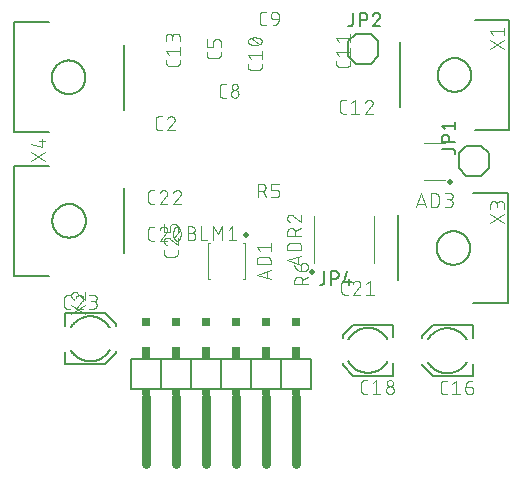
<source format=gbr>
G04 EAGLE Gerber X2 export*
%TF.Part,Single*%
%TF.FileFunction,Legend,Top,1*%
%TF.FilePolarity,Positive*%
%TF.GenerationSoftware,Autodesk,EAGLE,9.1.0*%
%TF.CreationDate,2018-08-06T08:45:11Z*%
G75*
%MOMM*%
%FSLAX34Y34*%
%LPD*%
%AMOC8*
5,1,8,0,0,1.08239X$1,22.5*%
G01*
%ADD10C,0.500000*%
%ADD11C,0.120000*%
%ADD12C,0.101600*%
%ADD13C,0.203200*%
%ADD14C,0.152400*%
%ADD15C,0.127000*%
%ADD16C,0.762000*%
%ADD17R,0.762000X0.508000*%
%ADD18R,0.762000X1.016000*%
%ADD19R,0.762000X0.762000*%


D10*
X174945Y446700D03*
D11*
X173920Y439794D02*
X172445Y439794D01*
X173920Y439794D02*
X173920Y408794D01*
X172445Y408794D01*
X144395Y439794D02*
X142920Y439794D01*
X142920Y408794D01*
X144395Y408794D01*
D12*
X184303Y412807D02*
X195987Y408913D01*
X195987Y416702D02*
X184303Y412807D01*
X193066Y415728D02*
X193066Y409886D01*
X195987Y421373D02*
X184303Y421373D01*
X184303Y424618D01*
X184305Y424731D01*
X184311Y424844D01*
X184321Y424957D01*
X184335Y425070D01*
X184352Y425182D01*
X184374Y425293D01*
X184399Y425403D01*
X184429Y425513D01*
X184462Y425621D01*
X184499Y425728D01*
X184539Y425834D01*
X184584Y425938D01*
X184632Y426041D01*
X184683Y426142D01*
X184738Y426241D01*
X184796Y426338D01*
X184858Y426433D01*
X184923Y426526D01*
X184991Y426616D01*
X185062Y426704D01*
X185137Y426790D01*
X185214Y426873D01*
X185294Y426953D01*
X185377Y427030D01*
X185463Y427105D01*
X185551Y427176D01*
X185641Y427244D01*
X185734Y427309D01*
X185829Y427371D01*
X185926Y427429D01*
X186025Y427484D01*
X186126Y427535D01*
X186229Y427583D01*
X186333Y427628D01*
X186439Y427668D01*
X186546Y427705D01*
X186654Y427738D01*
X186764Y427768D01*
X186874Y427793D01*
X186985Y427815D01*
X187097Y427832D01*
X187210Y427846D01*
X187323Y427856D01*
X187436Y427862D01*
X187549Y427864D01*
X192742Y427864D01*
X192855Y427862D01*
X192968Y427856D01*
X193081Y427846D01*
X193194Y427832D01*
X193306Y427815D01*
X193417Y427793D01*
X193527Y427768D01*
X193637Y427738D01*
X193745Y427705D01*
X193852Y427668D01*
X193958Y427628D01*
X194062Y427583D01*
X194165Y427535D01*
X194266Y427484D01*
X194365Y427429D01*
X194462Y427371D01*
X194557Y427309D01*
X194650Y427244D01*
X194740Y427176D01*
X194828Y427105D01*
X194914Y427030D01*
X194997Y426953D01*
X195077Y426873D01*
X195154Y426790D01*
X195229Y426704D01*
X195300Y426616D01*
X195368Y426526D01*
X195433Y426433D01*
X195495Y426338D01*
X195553Y426241D01*
X195608Y426142D01*
X195659Y426041D01*
X195707Y425938D01*
X195752Y425834D01*
X195792Y425728D01*
X195829Y425621D01*
X195862Y425513D01*
X195892Y425403D01*
X195917Y425293D01*
X195939Y425182D01*
X195956Y425070D01*
X195970Y424957D01*
X195980Y424844D01*
X195986Y424731D01*
X195988Y424618D01*
X195987Y424618D02*
X195987Y421373D01*
X186900Y433184D02*
X184303Y436429D01*
X195987Y436429D01*
X195987Y433184D02*
X195987Y439675D01*
D10*
X348244Y491050D03*
D11*
X343206Y492950D02*
X326206Y492950D01*
X326206Y524200D02*
X343206Y524200D01*
D12*
X323220Y481692D02*
X319325Y470008D01*
X327115Y470008D02*
X323220Y481692D01*
X326141Y472929D02*
X320299Y472929D01*
X331785Y470008D02*
X331785Y481692D01*
X335031Y481692D01*
X335144Y481690D01*
X335257Y481684D01*
X335370Y481674D01*
X335483Y481660D01*
X335595Y481643D01*
X335706Y481621D01*
X335816Y481596D01*
X335926Y481566D01*
X336034Y481533D01*
X336141Y481496D01*
X336247Y481456D01*
X336351Y481411D01*
X336454Y481363D01*
X336555Y481312D01*
X336654Y481257D01*
X336751Y481199D01*
X336846Y481137D01*
X336939Y481072D01*
X337029Y481004D01*
X337117Y480933D01*
X337203Y480858D01*
X337286Y480781D01*
X337366Y480701D01*
X337443Y480618D01*
X337518Y480532D01*
X337589Y480444D01*
X337657Y480354D01*
X337722Y480261D01*
X337784Y480166D01*
X337842Y480069D01*
X337897Y479970D01*
X337948Y479869D01*
X337996Y479766D01*
X338041Y479662D01*
X338081Y479556D01*
X338118Y479449D01*
X338151Y479341D01*
X338181Y479231D01*
X338206Y479121D01*
X338228Y479010D01*
X338245Y478898D01*
X338259Y478785D01*
X338269Y478672D01*
X338275Y478559D01*
X338277Y478446D01*
X338276Y478446D02*
X338276Y473253D01*
X338277Y473253D02*
X338275Y473140D01*
X338269Y473027D01*
X338259Y472914D01*
X338245Y472801D01*
X338228Y472689D01*
X338206Y472578D01*
X338181Y472468D01*
X338151Y472358D01*
X338118Y472250D01*
X338081Y472143D01*
X338041Y472037D01*
X337996Y471933D01*
X337948Y471830D01*
X337897Y471729D01*
X337842Y471630D01*
X337784Y471533D01*
X337722Y471438D01*
X337657Y471345D01*
X337589Y471255D01*
X337518Y471167D01*
X337443Y471081D01*
X337366Y470998D01*
X337286Y470918D01*
X337203Y470841D01*
X337117Y470766D01*
X337029Y470695D01*
X336939Y470627D01*
X336846Y470562D01*
X336751Y470500D01*
X336654Y470442D01*
X336555Y470387D01*
X336454Y470336D01*
X336351Y470288D01*
X336247Y470243D01*
X336141Y470203D01*
X336034Y470166D01*
X335926Y470133D01*
X335816Y470103D01*
X335706Y470078D01*
X335595Y470056D01*
X335483Y470039D01*
X335370Y470025D01*
X335257Y470015D01*
X335144Y470009D01*
X335031Y470007D01*
X335031Y470008D02*
X331785Y470008D01*
X343596Y470008D02*
X346842Y470008D01*
X346842Y470007D02*
X346955Y470009D01*
X347068Y470015D01*
X347181Y470025D01*
X347294Y470039D01*
X347406Y470056D01*
X347517Y470078D01*
X347627Y470103D01*
X347737Y470133D01*
X347845Y470166D01*
X347952Y470203D01*
X348058Y470243D01*
X348162Y470288D01*
X348265Y470336D01*
X348366Y470387D01*
X348465Y470442D01*
X348562Y470500D01*
X348657Y470562D01*
X348750Y470627D01*
X348840Y470695D01*
X348928Y470766D01*
X349014Y470841D01*
X349097Y470918D01*
X349177Y470998D01*
X349254Y471081D01*
X349329Y471167D01*
X349400Y471255D01*
X349468Y471345D01*
X349533Y471438D01*
X349595Y471533D01*
X349653Y471630D01*
X349708Y471729D01*
X349759Y471830D01*
X349807Y471933D01*
X349852Y472037D01*
X349892Y472143D01*
X349929Y472250D01*
X349962Y472358D01*
X349992Y472468D01*
X350017Y472578D01*
X350039Y472689D01*
X350056Y472801D01*
X350070Y472914D01*
X350080Y473027D01*
X350086Y473140D01*
X350088Y473253D01*
X350086Y473366D01*
X350080Y473479D01*
X350070Y473592D01*
X350056Y473705D01*
X350039Y473817D01*
X350017Y473928D01*
X349992Y474038D01*
X349962Y474148D01*
X349929Y474256D01*
X349892Y474363D01*
X349852Y474469D01*
X349807Y474573D01*
X349759Y474676D01*
X349708Y474777D01*
X349653Y474876D01*
X349595Y474973D01*
X349533Y475068D01*
X349468Y475161D01*
X349400Y475251D01*
X349329Y475339D01*
X349254Y475425D01*
X349177Y475508D01*
X349097Y475588D01*
X349014Y475665D01*
X348928Y475740D01*
X348840Y475811D01*
X348750Y475879D01*
X348657Y475944D01*
X348562Y476006D01*
X348465Y476064D01*
X348366Y476119D01*
X348265Y476170D01*
X348162Y476218D01*
X348058Y476263D01*
X347952Y476303D01*
X347845Y476340D01*
X347737Y476373D01*
X347627Y476403D01*
X347517Y476428D01*
X347406Y476450D01*
X347294Y476467D01*
X347181Y476481D01*
X347068Y476491D01*
X346955Y476497D01*
X346842Y476499D01*
X347491Y481692D02*
X343596Y481692D01*
X347491Y481691D02*
X347592Y481689D01*
X347692Y481683D01*
X347792Y481673D01*
X347892Y481660D01*
X347991Y481642D01*
X348090Y481621D01*
X348187Y481596D01*
X348284Y481567D01*
X348379Y481534D01*
X348473Y481498D01*
X348565Y481458D01*
X348656Y481415D01*
X348745Y481368D01*
X348832Y481318D01*
X348918Y481264D01*
X349001Y481207D01*
X349081Y481147D01*
X349160Y481084D01*
X349236Y481017D01*
X349309Y480948D01*
X349379Y480876D01*
X349447Y480802D01*
X349512Y480725D01*
X349573Y480645D01*
X349632Y480563D01*
X349687Y480479D01*
X349739Y480393D01*
X349788Y480305D01*
X349833Y480215D01*
X349875Y480123D01*
X349913Y480030D01*
X349947Y479935D01*
X349978Y479840D01*
X350005Y479743D01*
X350028Y479645D01*
X350048Y479546D01*
X350063Y479446D01*
X350075Y479346D01*
X350083Y479246D01*
X350087Y479145D01*
X350087Y479045D01*
X350083Y478944D01*
X350075Y478844D01*
X350063Y478744D01*
X350048Y478644D01*
X350028Y478545D01*
X350005Y478447D01*
X349978Y478350D01*
X349947Y478255D01*
X349913Y478160D01*
X349875Y478067D01*
X349833Y477975D01*
X349788Y477885D01*
X349739Y477797D01*
X349687Y477711D01*
X349632Y477627D01*
X349573Y477545D01*
X349512Y477465D01*
X349447Y477388D01*
X349379Y477314D01*
X349309Y477242D01*
X349236Y477173D01*
X349160Y477106D01*
X349081Y477043D01*
X349001Y476983D01*
X348918Y476926D01*
X348832Y476872D01*
X348745Y476822D01*
X348656Y476775D01*
X348565Y476732D01*
X348473Y476692D01*
X348379Y476656D01*
X348284Y476623D01*
X348187Y476594D01*
X348090Y476569D01*
X347991Y476548D01*
X347892Y476530D01*
X347792Y476517D01*
X347692Y476507D01*
X347592Y476501D01*
X347491Y476499D01*
X344895Y476499D01*
D10*
X231094Y414921D03*
D11*
X232994Y422209D02*
X232994Y462209D01*
X283366Y462209D02*
X283366Y422209D01*
D12*
X221736Y420922D02*
X210052Y424817D01*
X221736Y428712D01*
X218815Y427738D02*
X218815Y421896D01*
X221736Y433383D02*
X210052Y433383D01*
X210052Y436628D01*
X210054Y436741D01*
X210060Y436854D01*
X210070Y436967D01*
X210084Y437080D01*
X210101Y437192D01*
X210123Y437303D01*
X210148Y437413D01*
X210178Y437523D01*
X210211Y437631D01*
X210248Y437738D01*
X210288Y437844D01*
X210333Y437948D01*
X210381Y438051D01*
X210432Y438152D01*
X210487Y438251D01*
X210545Y438348D01*
X210607Y438443D01*
X210672Y438536D01*
X210740Y438626D01*
X210811Y438714D01*
X210886Y438800D01*
X210963Y438883D01*
X211043Y438963D01*
X211126Y439040D01*
X211212Y439115D01*
X211300Y439186D01*
X211390Y439254D01*
X211483Y439319D01*
X211578Y439381D01*
X211675Y439439D01*
X211774Y439494D01*
X211875Y439545D01*
X211978Y439593D01*
X212082Y439638D01*
X212188Y439678D01*
X212295Y439715D01*
X212403Y439748D01*
X212513Y439778D01*
X212623Y439803D01*
X212734Y439825D01*
X212846Y439842D01*
X212959Y439856D01*
X213072Y439866D01*
X213185Y439872D01*
X213298Y439874D01*
X218491Y439874D01*
X218604Y439872D01*
X218717Y439866D01*
X218830Y439856D01*
X218943Y439842D01*
X219055Y439825D01*
X219166Y439803D01*
X219276Y439778D01*
X219386Y439748D01*
X219494Y439715D01*
X219601Y439678D01*
X219707Y439638D01*
X219811Y439593D01*
X219914Y439545D01*
X220015Y439494D01*
X220114Y439439D01*
X220211Y439381D01*
X220306Y439319D01*
X220399Y439254D01*
X220489Y439186D01*
X220577Y439115D01*
X220663Y439040D01*
X220746Y438963D01*
X220826Y438883D01*
X220903Y438800D01*
X220978Y438714D01*
X221049Y438626D01*
X221117Y438536D01*
X221182Y438443D01*
X221244Y438348D01*
X221302Y438251D01*
X221357Y438152D01*
X221408Y438051D01*
X221456Y437948D01*
X221501Y437844D01*
X221541Y437738D01*
X221578Y437631D01*
X221611Y437523D01*
X221641Y437413D01*
X221666Y437303D01*
X221688Y437192D01*
X221705Y437080D01*
X221719Y436967D01*
X221729Y436854D01*
X221735Y436741D01*
X221737Y436628D01*
X221736Y436628D02*
X221736Y433383D01*
X221736Y445648D02*
X210052Y445648D01*
X210052Y448894D01*
X210054Y449007D01*
X210060Y449120D01*
X210070Y449233D01*
X210084Y449346D01*
X210101Y449458D01*
X210123Y449569D01*
X210148Y449679D01*
X210178Y449789D01*
X210211Y449897D01*
X210248Y450004D01*
X210288Y450110D01*
X210333Y450214D01*
X210381Y450317D01*
X210432Y450418D01*
X210487Y450517D01*
X210545Y450614D01*
X210607Y450709D01*
X210672Y450802D01*
X210740Y450892D01*
X210811Y450980D01*
X210886Y451066D01*
X210963Y451149D01*
X211043Y451229D01*
X211126Y451306D01*
X211212Y451381D01*
X211300Y451452D01*
X211390Y451520D01*
X211483Y451585D01*
X211578Y451647D01*
X211675Y451705D01*
X211774Y451760D01*
X211875Y451811D01*
X211978Y451859D01*
X212082Y451904D01*
X212188Y451944D01*
X212295Y451981D01*
X212403Y452014D01*
X212513Y452044D01*
X212623Y452069D01*
X212734Y452091D01*
X212846Y452108D01*
X212959Y452122D01*
X213072Y452132D01*
X213185Y452138D01*
X213298Y452140D01*
X213411Y452138D01*
X213524Y452132D01*
X213637Y452122D01*
X213750Y452108D01*
X213862Y452091D01*
X213973Y452069D01*
X214083Y452044D01*
X214193Y452014D01*
X214301Y451981D01*
X214408Y451944D01*
X214514Y451904D01*
X214618Y451859D01*
X214721Y451811D01*
X214822Y451760D01*
X214921Y451705D01*
X215018Y451647D01*
X215113Y451585D01*
X215206Y451520D01*
X215296Y451452D01*
X215384Y451381D01*
X215470Y451306D01*
X215553Y451229D01*
X215633Y451149D01*
X215710Y451066D01*
X215785Y450980D01*
X215856Y450892D01*
X215924Y450802D01*
X215989Y450709D01*
X216051Y450614D01*
X216109Y450517D01*
X216164Y450418D01*
X216215Y450317D01*
X216263Y450214D01*
X216308Y450110D01*
X216348Y450004D01*
X216385Y449897D01*
X216418Y449789D01*
X216448Y449679D01*
X216473Y449569D01*
X216495Y449458D01*
X216512Y449346D01*
X216526Y449233D01*
X216536Y449120D01*
X216542Y449007D01*
X216544Y448894D01*
X216543Y448894D02*
X216543Y445648D01*
X216543Y449543D02*
X221736Y452139D01*
X212973Y463496D02*
X212866Y463494D01*
X212760Y463488D01*
X212654Y463478D01*
X212548Y463465D01*
X212442Y463447D01*
X212338Y463426D01*
X212234Y463401D01*
X212131Y463372D01*
X212030Y463340D01*
X211930Y463303D01*
X211831Y463263D01*
X211733Y463220D01*
X211637Y463173D01*
X211543Y463122D01*
X211451Y463068D01*
X211361Y463011D01*
X211273Y462951D01*
X211188Y462887D01*
X211105Y462820D01*
X211024Y462750D01*
X210946Y462678D01*
X210870Y462602D01*
X210798Y462524D01*
X210728Y462443D01*
X210661Y462360D01*
X210597Y462275D01*
X210537Y462187D01*
X210480Y462097D01*
X210426Y462005D01*
X210375Y461911D01*
X210328Y461815D01*
X210285Y461717D01*
X210245Y461618D01*
X210208Y461518D01*
X210176Y461417D01*
X210147Y461314D01*
X210122Y461210D01*
X210101Y461106D01*
X210083Y461000D01*
X210070Y460894D01*
X210060Y460788D01*
X210054Y460682D01*
X210052Y460575D01*
X210054Y460454D01*
X210060Y460333D01*
X210070Y460213D01*
X210083Y460092D01*
X210101Y459973D01*
X210122Y459853D01*
X210147Y459735D01*
X210176Y459618D01*
X210209Y459501D01*
X210245Y459386D01*
X210286Y459272D01*
X210329Y459159D01*
X210377Y459047D01*
X210428Y458938D01*
X210483Y458830D01*
X210541Y458723D01*
X210602Y458619D01*
X210667Y458517D01*
X210735Y458417D01*
X210806Y458319D01*
X210880Y458223D01*
X210957Y458130D01*
X211038Y458040D01*
X211121Y457952D01*
X211207Y457867D01*
X211296Y457784D01*
X211387Y457705D01*
X211481Y457628D01*
X211577Y457555D01*
X211675Y457485D01*
X211776Y457418D01*
X211879Y457354D01*
X211984Y457294D01*
X212091Y457236D01*
X212199Y457183D01*
X212309Y457133D01*
X212421Y457087D01*
X212534Y457044D01*
X212649Y457005D01*
X215245Y462521D02*
X215167Y462600D01*
X215087Y462676D01*
X215004Y462749D01*
X214918Y462819D01*
X214831Y462886D01*
X214740Y462950D01*
X214648Y463010D01*
X214554Y463068D01*
X214457Y463122D01*
X214359Y463172D01*
X214259Y463219D01*
X214158Y463263D01*
X214055Y463303D01*
X213950Y463339D01*
X213845Y463371D01*
X213738Y463400D01*
X213631Y463425D01*
X213522Y463447D01*
X213413Y463464D01*
X213304Y463478D01*
X213194Y463487D01*
X213083Y463493D01*
X212973Y463495D01*
X215245Y462522D02*
X221736Y457004D01*
X221736Y463496D01*
X129092Y448314D02*
X125847Y448314D01*
X129092Y448315D02*
X129205Y448313D01*
X129318Y448307D01*
X129431Y448297D01*
X129544Y448283D01*
X129656Y448266D01*
X129767Y448244D01*
X129877Y448219D01*
X129987Y448189D01*
X130095Y448156D01*
X130202Y448119D01*
X130308Y448079D01*
X130412Y448034D01*
X130515Y447986D01*
X130616Y447935D01*
X130715Y447880D01*
X130812Y447822D01*
X130907Y447760D01*
X131000Y447695D01*
X131090Y447627D01*
X131178Y447556D01*
X131264Y447481D01*
X131347Y447404D01*
X131427Y447324D01*
X131504Y447241D01*
X131579Y447155D01*
X131650Y447067D01*
X131718Y446977D01*
X131783Y446884D01*
X131845Y446789D01*
X131903Y446692D01*
X131958Y446593D01*
X132009Y446492D01*
X132057Y446389D01*
X132102Y446285D01*
X132142Y446179D01*
X132179Y446072D01*
X132212Y445964D01*
X132242Y445854D01*
X132267Y445744D01*
X132289Y445633D01*
X132306Y445521D01*
X132320Y445408D01*
X132330Y445295D01*
X132336Y445182D01*
X132338Y445069D01*
X132336Y444956D01*
X132330Y444843D01*
X132320Y444730D01*
X132306Y444617D01*
X132289Y444505D01*
X132267Y444394D01*
X132242Y444284D01*
X132212Y444174D01*
X132179Y444066D01*
X132142Y443959D01*
X132102Y443853D01*
X132057Y443749D01*
X132009Y443646D01*
X131958Y443545D01*
X131903Y443446D01*
X131845Y443349D01*
X131783Y443254D01*
X131718Y443161D01*
X131650Y443071D01*
X131579Y442983D01*
X131504Y442897D01*
X131427Y442814D01*
X131347Y442734D01*
X131264Y442657D01*
X131178Y442582D01*
X131090Y442511D01*
X131000Y442443D01*
X130907Y442378D01*
X130812Y442316D01*
X130715Y442258D01*
X130616Y442203D01*
X130515Y442152D01*
X130412Y442104D01*
X130308Y442059D01*
X130202Y442019D01*
X130095Y441982D01*
X129987Y441949D01*
X129877Y441919D01*
X129767Y441894D01*
X129656Y441872D01*
X129544Y441855D01*
X129431Y441841D01*
X129318Y441831D01*
X129205Y441825D01*
X129092Y441823D01*
X125847Y441823D01*
X125847Y453507D01*
X129092Y453507D01*
X129193Y453505D01*
X129293Y453499D01*
X129393Y453489D01*
X129493Y453476D01*
X129592Y453458D01*
X129691Y453437D01*
X129788Y453412D01*
X129885Y453383D01*
X129980Y453350D01*
X130074Y453314D01*
X130166Y453274D01*
X130257Y453231D01*
X130346Y453184D01*
X130433Y453134D01*
X130519Y453080D01*
X130602Y453023D01*
X130682Y452963D01*
X130761Y452900D01*
X130837Y452833D01*
X130910Y452764D01*
X130980Y452692D01*
X131048Y452618D01*
X131113Y452541D01*
X131174Y452461D01*
X131233Y452379D01*
X131288Y452295D01*
X131340Y452209D01*
X131389Y452121D01*
X131434Y452031D01*
X131476Y451939D01*
X131514Y451846D01*
X131548Y451751D01*
X131579Y451656D01*
X131606Y451559D01*
X131629Y451461D01*
X131649Y451362D01*
X131664Y451262D01*
X131676Y451162D01*
X131684Y451062D01*
X131688Y450961D01*
X131688Y450861D01*
X131684Y450760D01*
X131676Y450660D01*
X131664Y450560D01*
X131649Y450460D01*
X131629Y450361D01*
X131606Y450263D01*
X131579Y450166D01*
X131548Y450071D01*
X131514Y449976D01*
X131476Y449883D01*
X131434Y449791D01*
X131389Y449701D01*
X131340Y449613D01*
X131288Y449527D01*
X131233Y449443D01*
X131174Y449361D01*
X131113Y449281D01*
X131048Y449204D01*
X130980Y449130D01*
X130910Y449058D01*
X130837Y448989D01*
X130761Y448922D01*
X130682Y448859D01*
X130602Y448799D01*
X130519Y448742D01*
X130433Y448688D01*
X130346Y448638D01*
X130257Y448591D01*
X130166Y448548D01*
X130074Y448508D01*
X129980Y448472D01*
X129885Y448439D01*
X129788Y448410D01*
X129691Y448385D01*
X129592Y448364D01*
X129493Y448346D01*
X129393Y448333D01*
X129293Y448323D01*
X129193Y448317D01*
X129092Y448315D01*
X137130Y453507D02*
X137130Y441823D01*
X142323Y441823D01*
X147126Y441823D02*
X147126Y453507D01*
X151021Y447016D01*
X154915Y453507D01*
X154915Y441823D01*
X160348Y450911D02*
X163594Y453507D01*
X163594Y441823D01*
X166839Y441823D02*
X160348Y441823D01*
X188439Y588725D02*
X188439Y591322D01*
X188439Y588725D02*
X188437Y588626D01*
X188431Y588526D01*
X188422Y588427D01*
X188409Y588329D01*
X188392Y588231D01*
X188371Y588133D01*
X188346Y588037D01*
X188318Y587942D01*
X188286Y587848D01*
X188251Y587755D01*
X188212Y587663D01*
X188169Y587573D01*
X188124Y587485D01*
X188074Y587398D01*
X188022Y587314D01*
X187966Y587231D01*
X187908Y587151D01*
X187846Y587073D01*
X187781Y586998D01*
X187713Y586925D01*
X187643Y586855D01*
X187570Y586787D01*
X187495Y586722D01*
X187417Y586660D01*
X187337Y586602D01*
X187254Y586546D01*
X187170Y586494D01*
X187083Y586444D01*
X186995Y586399D01*
X186905Y586356D01*
X186813Y586317D01*
X186720Y586282D01*
X186626Y586250D01*
X186531Y586222D01*
X186435Y586197D01*
X186337Y586176D01*
X186239Y586159D01*
X186141Y586146D01*
X186042Y586137D01*
X185942Y586131D01*
X185843Y586129D01*
X179351Y586129D01*
X179351Y586128D02*
X179252Y586130D01*
X179152Y586136D01*
X179053Y586145D01*
X178955Y586158D01*
X178857Y586176D01*
X178759Y586196D01*
X178663Y586221D01*
X178567Y586249D01*
X178473Y586281D01*
X178380Y586316D01*
X178289Y586355D01*
X178199Y586398D01*
X178110Y586443D01*
X178024Y586493D01*
X177939Y586545D01*
X177857Y586601D01*
X177777Y586660D01*
X177699Y586721D01*
X177623Y586786D01*
X177550Y586854D01*
X177480Y586924D01*
X177412Y586997D01*
X177347Y587073D01*
X177286Y587151D01*
X177227Y587231D01*
X177171Y587313D01*
X177119Y587398D01*
X177070Y587484D01*
X177024Y587573D01*
X176981Y587663D01*
X176942Y587754D01*
X176907Y587847D01*
X176875Y587941D01*
X176847Y588037D01*
X176822Y588133D01*
X176802Y588231D01*
X176784Y588329D01*
X176771Y588427D01*
X176762Y588526D01*
X176756Y588625D01*
X176754Y588725D01*
X176755Y588725D02*
X176755Y591322D01*
X179351Y595687D02*
X176755Y598933D01*
X188439Y598933D01*
X188439Y602178D02*
X188439Y595687D01*
X182597Y607117D02*
X182367Y607120D01*
X182137Y607128D01*
X181908Y607142D01*
X181679Y607161D01*
X181450Y607186D01*
X181222Y607216D01*
X180995Y607251D01*
X180769Y607292D01*
X180544Y607338D01*
X180320Y607390D01*
X180097Y607447D01*
X179876Y607509D01*
X179656Y607577D01*
X179438Y607650D01*
X179222Y607728D01*
X179008Y607811D01*
X178796Y607899D01*
X178585Y607992D01*
X178378Y608091D01*
X178288Y608124D01*
X178199Y608160D01*
X178111Y608200D01*
X178026Y608244D01*
X177942Y608291D01*
X177860Y608341D01*
X177780Y608395D01*
X177703Y608451D01*
X177627Y608511D01*
X177554Y608574D01*
X177484Y608639D01*
X177416Y608708D01*
X177352Y608779D01*
X177290Y608852D01*
X177231Y608928D01*
X177175Y609006D01*
X177122Y609087D01*
X177073Y609169D01*
X177027Y609253D01*
X176984Y609340D01*
X176945Y609427D01*
X176909Y609517D01*
X176877Y609607D01*
X176849Y609699D01*
X176824Y609792D01*
X176803Y609886D01*
X176786Y609980D01*
X176772Y610075D01*
X176763Y610171D01*
X176757Y610267D01*
X176755Y610363D01*
X176757Y610459D01*
X176763Y610555D01*
X176772Y610651D01*
X176786Y610746D01*
X176803Y610840D01*
X176824Y610934D01*
X176849Y611027D01*
X176877Y611119D01*
X176909Y611209D01*
X176945Y611299D01*
X176984Y611387D01*
X177027Y611473D01*
X177073Y611557D01*
X177122Y611639D01*
X177175Y611720D01*
X177231Y611798D01*
X177290Y611874D01*
X177352Y611947D01*
X177416Y612018D01*
X177484Y612087D01*
X177554Y612152D01*
X177627Y612215D01*
X177703Y612275D01*
X177780Y612331D01*
X177860Y612385D01*
X177942Y612435D01*
X178026Y612482D01*
X178111Y612526D01*
X178199Y612566D01*
X178288Y612602D01*
X178378Y612635D01*
X178378Y612634D02*
X178585Y612733D01*
X178796Y612826D01*
X179008Y612914D01*
X179222Y612997D01*
X179438Y613075D01*
X179656Y613148D01*
X179876Y613216D01*
X180097Y613278D01*
X180320Y613335D01*
X180544Y613387D01*
X180769Y613433D01*
X180995Y613474D01*
X181222Y613509D01*
X181450Y613539D01*
X181679Y613564D01*
X181908Y613583D01*
X182137Y613597D01*
X182367Y613605D01*
X182597Y613608D01*
X182597Y607117D02*
X182827Y607120D01*
X183057Y607128D01*
X183286Y607142D01*
X183515Y607161D01*
X183744Y607186D01*
X183972Y607216D01*
X184199Y607251D01*
X184425Y607292D01*
X184650Y607338D01*
X184874Y607390D01*
X185097Y607447D01*
X185318Y607509D01*
X185538Y607577D01*
X185756Y607650D01*
X185972Y607728D01*
X186186Y607811D01*
X186398Y607899D01*
X186609Y607992D01*
X186816Y608091D01*
X186906Y608124D01*
X186995Y608160D01*
X187083Y608201D01*
X187168Y608244D01*
X187252Y608291D01*
X187334Y608341D01*
X187414Y608395D01*
X187491Y608451D01*
X187567Y608511D01*
X187640Y608574D01*
X187710Y608639D01*
X187778Y608708D01*
X187842Y608779D01*
X187904Y608852D01*
X187963Y608928D01*
X188019Y609006D01*
X188072Y609087D01*
X188121Y609169D01*
X188167Y609253D01*
X188210Y609340D01*
X188249Y609427D01*
X188285Y609517D01*
X188317Y609607D01*
X188345Y609699D01*
X188370Y609792D01*
X188391Y609886D01*
X188408Y609980D01*
X188422Y610075D01*
X188431Y610171D01*
X188437Y610267D01*
X188439Y610363D01*
X186816Y612634D02*
X186609Y612733D01*
X186398Y612826D01*
X186186Y612914D01*
X185972Y612997D01*
X185756Y613075D01*
X185538Y613148D01*
X185318Y613216D01*
X185097Y613278D01*
X184874Y613335D01*
X184650Y613387D01*
X184425Y613433D01*
X184199Y613474D01*
X183972Y613509D01*
X183744Y613539D01*
X183515Y613564D01*
X183286Y613583D01*
X183057Y613597D01*
X182827Y613605D01*
X182597Y613608D01*
X186816Y612635D02*
X186906Y612602D01*
X186995Y612566D01*
X187083Y612526D01*
X187168Y612482D01*
X187252Y612435D01*
X187334Y612385D01*
X187414Y612331D01*
X187491Y612275D01*
X187567Y612215D01*
X187640Y612152D01*
X187710Y612087D01*
X187778Y612018D01*
X187842Y611947D01*
X187904Y611874D01*
X187963Y611798D01*
X188019Y611720D01*
X188072Y611639D01*
X188121Y611557D01*
X188167Y611473D01*
X188210Y611386D01*
X188249Y611299D01*
X188285Y611209D01*
X188317Y611119D01*
X188345Y611027D01*
X188370Y610934D01*
X188391Y610840D01*
X188408Y610746D01*
X188422Y610651D01*
X188431Y610555D01*
X188437Y610459D01*
X188439Y610363D01*
X185843Y607766D02*
X179351Y612959D01*
X263279Y593901D02*
X263279Y591305D01*
X263277Y591206D01*
X263271Y591106D01*
X263262Y591007D01*
X263249Y590909D01*
X263232Y590811D01*
X263211Y590713D01*
X263186Y590617D01*
X263158Y590522D01*
X263126Y590428D01*
X263091Y590335D01*
X263052Y590243D01*
X263009Y590153D01*
X262964Y590065D01*
X262914Y589978D01*
X262862Y589894D01*
X262806Y589811D01*
X262748Y589731D01*
X262686Y589653D01*
X262621Y589578D01*
X262553Y589505D01*
X262483Y589435D01*
X262410Y589367D01*
X262335Y589302D01*
X262257Y589240D01*
X262177Y589182D01*
X262094Y589126D01*
X262010Y589074D01*
X261923Y589024D01*
X261835Y588979D01*
X261745Y588936D01*
X261653Y588897D01*
X261560Y588862D01*
X261466Y588830D01*
X261371Y588802D01*
X261275Y588777D01*
X261177Y588756D01*
X261079Y588739D01*
X260981Y588726D01*
X260882Y588717D01*
X260782Y588711D01*
X260683Y588709D01*
X260683Y588708D02*
X254192Y588708D01*
X254093Y588710D01*
X253993Y588716D01*
X253894Y588725D01*
X253796Y588738D01*
X253698Y588756D01*
X253600Y588776D01*
X253504Y588801D01*
X253408Y588829D01*
X253314Y588861D01*
X253221Y588896D01*
X253130Y588935D01*
X253040Y588978D01*
X252951Y589023D01*
X252865Y589073D01*
X252780Y589125D01*
X252698Y589181D01*
X252618Y589240D01*
X252540Y589301D01*
X252464Y589366D01*
X252391Y589434D01*
X252321Y589504D01*
X252253Y589577D01*
X252188Y589653D01*
X252127Y589731D01*
X252068Y589811D01*
X252012Y589893D01*
X251960Y589978D01*
X251911Y590064D01*
X251865Y590153D01*
X251822Y590243D01*
X251783Y590334D01*
X251748Y590427D01*
X251716Y590521D01*
X251688Y590617D01*
X251663Y590713D01*
X251643Y590811D01*
X251625Y590909D01*
X251612Y591007D01*
X251603Y591106D01*
X251597Y591205D01*
X251595Y591305D01*
X251595Y593901D01*
X254192Y598267D02*
X251595Y601512D01*
X263279Y601512D01*
X263279Y598267D02*
X263279Y604758D01*
X254192Y609697D02*
X251595Y612942D01*
X263279Y612942D01*
X263279Y609697D02*
X263279Y616188D01*
X260020Y549125D02*
X257424Y549125D01*
X257424Y549126D02*
X257325Y549128D01*
X257225Y549134D01*
X257126Y549143D01*
X257028Y549156D01*
X256930Y549173D01*
X256832Y549194D01*
X256736Y549219D01*
X256641Y549247D01*
X256547Y549279D01*
X256454Y549314D01*
X256362Y549353D01*
X256272Y549396D01*
X256184Y549441D01*
X256097Y549491D01*
X256013Y549543D01*
X255930Y549599D01*
X255850Y549657D01*
X255772Y549719D01*
X255697Y549784D01*
X255624Y549852D01*
X255554Y549922D01*
X255486Y549995D01*
X255421Y550070D01*
X255359Y550148D01*
X255301Y550228D01*
X255245Y550311D01*
X255193Y550395D01*
X255143Y550482D01*
X255098Y550570D01*
X255055Y550660D01*
X255016Y550752D01*
X254981Y550845D01*
X254949Y550939D01*
X254921Y551034D01*
X254896Y551130D01*
X254875Y551228D01*
X254858Y551326D01*
X254845Y551424D01*
X254836Y551523D01*
X254830Y551623D01*
X254828Y551722D01*
X254827Y551722D02*
X254827Y558213D01*
X254828Y558213D02*
X254830Y558312D01*
X254836Y558412D01*
X254845Y558511D01*
X254858Y558609D01*
X254875Y558707D01*
X254896Y558805D01*
X254921Y558901D01*
X254949Y558996D01*
X254981Y559090D01*
X255016Y559183D01*
X255055Y559275D01*
X255098Y559365D01*
X255143Y559453D01*
X255193Y559540D01*
X255245Y559624D01*
X255301Y559707D01*
X255359Y559787D01*
X255421Y559865D01*
X255486Y559940D01*
X255554Y560013D01*
X255624Y560083D01*
X255697Y560151D01*
X255772Y560216D01*
X255850Y560278D01*
X255930Y560336D01*
X256013Y560392D01*
X256097Y560444D01*
X256184Y560494D01*
X256272Y560539D01*
X256362Y560582D01*
X256454Y560621D01*
X256546Y560656D01*
X256641Y560688D01*
X256736Y560716D01*
X256832Y560741D01*
X256930Y560762D01*
X257028Y560779D01*
X257126Y560792D01*
X257225Y560801D01*
X257325Y560807D01*
X257424Y560809D01*
X260020Y560809D01*
X264386Y558213D02*
X267631Y560809D01*
X267631Y549125D01*
X264386Y549125D02*
X270877Y549125D01*
X282307Y557888D02*
X282305Y557995D01*
X282299Y558101D01*
X282289Y558207D01*
X282276Y558313D01*
X282258Y558419D01*
X282237Y558523D01*
X282212Y558627D01*
X282183Y558730D01*
X282151Y558831D01*
X282114Y558931D01*
X282074Y559030D01*
X282031Y559128D01*
X281984Y559224D01*
X281933Y559318D01*
X281879Y559410D01*
X281822Y559500D01*
X281762Y559588D01*
X281698Y559673D01*
X281631Y559756D01*
X281561Y559837D01*
X281489Y559915D01*
X281413Y559991D01*
X281335Y560063D01*
X281254Y560133D01*
X281171Y560200D01*
X281086Y560264D01*
X280998Y560324D01*
X280908Y560381D01*
X280816Y560435D01*
X280722Y560486D01*
X280626Y560533D01*
X280528Y560576D01*
X280429Y560616D01*
X280329Y560653D01*
X280228Y560685D01*
X280125Y560714D01*
X280021Y560739D01*
X279917Y560760D01*
X279811Y560778D01*
X279705Y560791D01*
X279599Y560801D01*
X279493Y560807D01*
X279386Y560809D01*
X279386Y560810D02*
X279265Y560808D01*
X279144Y560802D01*
X279024Y560792D01*
X278903Y560779D01*
X278784Y560761D01*
X278664Y560740D01*
X278546Y560715D01*
X278429Y560686D01*
X278312Y560653D01*
X278197Y560617D01*
X278083Y560576D01*
X277970Y560533D01*
X277858Y560485D01*
X277749Y560434D01*
X277641Y560379D01*
X277534Y560321D01*
X277430Y560260D01*
X277328Y560195D01*
X277228Y560127D01*
X277130Y560056D01*
X277034Y559982D01*
X276941Y559905D01*
X276851Y559824D01*
X276763Y559741D01*
X276678Y559655D01*
X276595Y559566D01*
X276516Y559475D01*
X276439Y559381D01*
X276366Y559285D01*
X276296Y559187D01*
X276229Y559086D01*
X276165Y558983D01*
X276105Y558878D01*
X276048Y558771D01*
X275994Y558663D01*
X275944Y558553D01*
X275898Y558441D01*
X275855Y558328D01*
X275816Y558213D01*
X281333Y555616D02*
X281412Y555693D01*
X281488Y555774D01*
X281561Y555857D01*
X281631Y555942D01*
X281698Y556030D01*
X281762Y556120D01*
X281822Y556212D01*
X281879Y556307D01*
X281933Y556403D01*
X281984Y556501D01*
X282031Y556601D01*
X282075Y556703D01*
X282115Y556806D01*
X282151Y556910D01*
X282183Y557016D01*
X282212Y557122D01*
X282237Y557230D01*
X282259Y557338D01*
X282276Y557448D01*
X282290Y557557D01*
X282299Y557667D01*
X282305Y557778D01*
X282307Y557888D01*
X281333Y555617D02*
X275816Y549125D01*
X282307Y549125D01*
X119159Y592020D02*
X119159Y594616D01*
X119159Y592020D02*
X119157Y591921D01*
X119151Y591821D01*
X119142Y591722D01*
X119129Y591624D01*
X119112Y591526D01*
X119091Y591428D01*
X119066Y591332D01*
X119038Y591237D01*
X119006Y591143D01*
X118971Y591050D01*
X118932Y590958D01*
X118889Y590868D01*
X118844Y590780D01*
X118794Y590693D01*
X118742Y590609D01*
X118686Y590526D01*
X118628Y590446D01*
X118566Y590368D01*
X118501Y590293D01*
X118433Y590220D01*
X118363Y590150D01*
X118290Y590082D01*
X118215Y590017D01*
X118137Y589955D01*
X118057Y589897D01*
X117974Y589841D01*
X117890Y589789D01*
X117803Y589739D01*
X117715Y589694D01*
X117625Y589651D01*
X117533Y589612D01*
X117440Y589577D01*
X117346Y589545D01*
X117251Y589517D01*
X117155Y589492D01*
X117057Y589471D01*
X116959Y589454D01*
X116861Y589441D01*
X116762Y589432D01*
X116662Y589426D01*
X116563Y589424D01*
X116563Y589423D02*
X110072Y589423D01*
X109973Y589425D01*
X109873Y589431D01*
X109774Y589440D01*
X109676Y589453D01*
X109578Y589471D01*
X109480Y589491D01*
X109384Y589516D01*
X109288Y589544D01*
X109194Y589576D01*
X109101Y589611D01*
X109010Y589650D01*
X108920Y589693D01*
X108831Y589738D01*
X108745Y589788D01*
X108660Y589840D01*
X108578Y589896D01*
X108498Y589955D01*
X108420Y590016D01*
X108344Y590081D01*
X108271Y590149D01*
X108201Y590219D01*
X108133Y590292D01*
X108068Y590368D01*
X108007Y590446D01*
X107948Y590526D01*
X107892Y590608D01*
X107840Y590693D01*
X107791Y590779D01*
X107745Y590868D01*
X107702Y590958D01*
X107663Y591049D01*
X107628Y591142D01*
X107596Y591236D01*
X107568Y591332D01*
X107543Y591428D01*
X107523Y591526D01*
X107505Y591624D01*
X107492Y591722D01*
X107483Y591821D01*
X107477Y591920D01*
X107475Y592020D01*
X107475Y594616D01*
X110072Y598981D02*
X107475Y602227D01*
X119159Y602227D01*
X119159Y598981D02*
X119159Y605473D01*
X119159Y610411D02*
X119159Y613657D01*
X119160Y613657D02*
X119158Y613770D01*
X119152Y613883D01*
X119142Y613996D01*
X119128Y614109D01*
X119111Y614221D01*
X119089Y614332D01*
X119064Y614442D01*
X119034Y614552D01*
X119001Y614660D01*
X118964Y614767D01*
X118924Y614873D01*
X118879Y614977D01*
X118831Y615080D01*
X118780Y615181D01*
X118725Y615280D01*
X118667Y615377D01*
X118605Y615472D01*
X118540Y615565D01*
X118472Y615655D01*
X118401Y615743D01*
X118326Y615829D01*
X118249Y615912D01*
X118169Y615992D01*
X118086Y616069D01*
X118000Y616144D01*
X117912Y616215D01*
X117822Y616283D01*
X117729Y616348D01*
X117634Y616410D01*
X117537Y616468D01*
X117438Y616523D01*
X117337Y616574D01*
X117234Y616622D01*
X117130Y616667D01*
X117024Y616707D01*
X116917Y616744D01*
X116809Y616777D01*
X116699Y616807D01*
X116589Y616832D01*
X116478Y616854D01*
X116366Y616871D01*
X116253Y616885D01*
X116140Y616895D01*
X116027Y616901D01*
X115914Y616903D01*
X115801Y616901D01*
X115688Y616895D01*
X115575Y616885D01*
X115462Y616871D01*
X115350Y616854D01*
X115239Y616832D01*
X115129Y616807D01*
X115019Y616777D01*
X114911Y616744D01*
X114804Y616707D01*
X114698Y616667D01*
X114594Y616622D01*
X114491Y616574D01*
X114390Y616523D01*
X114291Y616468D01*
X114194Y616410D01*
X114099Y616348D01*
X114006Y616283D01*
X113916Y616215D01*
X113828Y616144D01*
X113742Y616069D01*
X113659Y615992D01*
X113579Y615912D01*
X113502Y615829D01*
X113427Y615743D01*
X113356Y615655D01*
X113288Y615565D01*
X113223Y615472D01*
X113161Y615377D01*
X113103Y615280D01*
X113048Y615181D01*
X112997Y615080D01*
X112949Y614977D01*
X112904Y614873D01*
X112864Y614767D01*
X112827Y614660D01*
X112794Y614552D01*
X112764Y614442D01*
X112739Y614332D01*
X112717Y614221D01*
X112700Y614109D01*
X112686Y613996D01*
X112676Y613883D01*
X112670Y613770D01*
X112668Y613657D01*
X107475Y614306D02*
X107475Y610411D01*
X107476Y614306D02*
X107478Y614407D01*
X107484Y614507D01*
X107494Y614607D01*
X107507Y614707D01*
X107525Y614806D01*
X107546Y614905D01*
X107571Y615002D01*
X107600Y615099D01*
X107633Y615194D01*
X107669Y615288D01*
X107709Y615380D01*
X107752Y615471D01*
X107799Y615560D01*
X107849Y615647D01*
X107903Y615733D01*
X107960Y615816D01*
X108020Y615896D01*
X108083Y615975D01*
X108150Y616051D01*
X108219Y616124D01*
X108291Y616194D01*
X108365Y616262D01*
X108442Y616327D01*
X108522Y616388D01*
X108604Y616447D01*
X108688Y616502D01*
X108774Y616554D01*
X108862Y616603D01*
X108952Y616648D01*
X109044Y616690D01*
X109137Y616728D01*
X109232Y616762D01*
X109327Y616793D01*
X109424Y616820D01*
X109522Y616843D01*
X109621Y616863D01*
X109721Y616878D01*
X109821Y616890D01*
X109921Y616898D01*
X110022Y616902D01*
X110122Y616902D01*
X110223Y616898D01*
X110323Y616890D01*
X110423Y616878D01*
X110523Y616863D01*
X110622Y616843D01*
X110720Y616820D01*
X110817Y616793D01*
X110912Y616762D01*
X111007Y616728D01*
X111100Y616690D01*
X111192Y616648D01*
X111282Y616603D01*
X111370Y616554D01*
X111456Y616502D01*
X111540Y616447D01*
X111622Y616388D01*
X111702Y616327D01*
X111779Y616262D01*
X111853Y616194D01*
X111925Y616124D01*
X111994Y616051D01*
X112061Y615975D01*
X112124Y615896D01*
X112184Y615816D01*
X112241Y615733D01*
X112295Y615647D01*
X112345Y615560D01*
X112392Y615471D01*
X112435Y615380D01*
X112475Y615288D01*
X112511Y615194D01*
X112544Y615099D01*
X112573Y615002D01*
X112598Y614905D01*
X112619Y614806D01*
X112637Y614707D01*
X112650Y614607D01*
X112660Y614507D01*
X112666Y614407D01*
X112668Y614306D01*
X112668Y611710D01*
D13*
X333070Y369869D02*
X367070Y369869D01*
X367070Y359369D01*
X367070Y337369D02*
X367070Y326869D01*
X333070Y326869D01*
X324070Y335869D02*
X324070Y337369D01*
X324070Y358869D02*
X324070Y360869D01*
X333070Y369869D01*
X324070Y335869D02*
X333070Y326869D01*
X329070Y357869D02*
X329307Y358268D01*
X329553Y358662D01*
X329809Y359049D01*
X330074Y359430D01*
X330348Y359805D01*
X330631Y360172D01*
X330924Y360533D01*
X331224Y360887D01*
X331534Y361233D01*
X331852Y361571D01*
X332178Y361901D01*
X332511Y362224D01*
X332853Y362538D01*
X333202Y362844D01*
X333559Y363141D01*
X333923Y363430D01*
X334293Y363709D01*
X334671Y363979D01*
X335054Y364240D01*
X335444Y364492D01*
X335840Y364734D01*
X336242Y364967D01*
X336650Y365189D01*
X337062Y365401D01*
X337480Y365604D01*
X337903Y365796D01*
X338330Y365978D01*
X338761Y366149D01*
X339197Y366310D01*
X339636Y366460D01*
X340079Y366599D01*
X340525Y366727D01*
X340974Y366845D01*
X341426Y366951D01*
X341880Y367047D01*
X342336Y367131D01*
X342795Y367205D01*
X343255Y367267D01*
X343716Y367318D01*
X344179Y367357D01*
X344642Y367385D01*
X345106Y367402D01*
X345570Y367408D01*
X346034Y367402D01*
X346498Y367385D01*
X346961Y367357D01*
X347424Y367318D01*
X347885Y367267D01*
X348345Y367205D01*
X348804Y367131D01*
X349260Y367047D01*
X349714Y366951D01*
X350166Y366845D01*
X350615Y366727D01*
X351061Y366599D01*
X351504Y366460D01*
X351943Y366310D01*
X352379Y366149D01*
X352810Y365978D01*
X353237Y365796D01*
X353660Y365604D01*
X354078Y365401D01*
X354490Y365189D01*
X354898Y364967D01*
X355300Y364734D01*
X355696Y364492D01*
X356086Y364240D01*
X356469Y363979D01*
X356847Y363709D01*
X357217Y363430D01*
X357581Y363141D01*
X357938Y362844D01*
X358287Y362538D01*
X358629Y362224D01*
X358962Y361901D01*
X359288Y361571D01*
X359606Y361233D01*
X359916Y360887D01*
X360216Y360533D01*
X360509Y360172D01*
X360792Y359805D01*
X361066Y359430D01*
X361331Y359049D01*
X361587Y358662D01*
X361833Y358268D01*
X362070Y357869D01*
X362070Y338869D02*
X361833Y338470D01*
X361587Y338076D01*
X361331Y337689D01*
X361066Y337308D01*
X360792Y336933D01*
X360509Y336566D01*
X360216Y336205D01*
X359916Y335851D01*
X359606Y335505D01*
X359288Y335167D01*
X358962Y334837D01*
X358629Y334514D01*
X358287Y334200D01*
X357938Y333894D01*
X357581Y333597D01*
X357217Y333308D01*
X356847Y333029D01*
X356469Y332759D01*
X356086Y332498D01*
X355696Y332246D01*
X355300Y332004D01*
X354898Y331771D01*
X354490Y331549D01*
X354078Y331337D01*
X353660Y331134D01*
X353237Y330942D01*
X352810Y330760D01*
X352379Y330589D01*
X351943Y330428D01*
X351504Y330278D01*
X351061Y330139D01*
X350615Y330011D01*
X350166Y329893D01*
X349714Y329787D01*
X349260Y329691D01*
X348804Y329607D01*
X348345Y329533D01*
X347885Y329471D01*
X347424Y329420D01*
X346961Y329381D01*
X346498Y329353D01*
X346034Y329336D01*
X345570Y329330D01*
X345106Y329336D01*
X344642Y329353D01*
X344179Y329381D01*
X343716Y329420D01*
X343255Y329471D01*
X342795Y329533D01*
X342336Y329607D01*
X341880Y329691D01*
X341426Y329787D01*
X340974Y329893D01*
X340525Y330011D01*
X340079Y330139D01*
X339636Y330278D01*
X339197Y330428D01*
X338761Y330589D01*
X338330Y330760D01*
X337903Y330942D01*
X337480Y331134D01*
X337062Y331337D01*
X336650Y331549D01*
X336242Y331771D01*
X335840Y332004D01*
X335444Y332246D01*
X335054Y332498D01*
X334671Y332759D01*
X334293Y333029D01*
X333923Y333308D01*
X333559Y333597D01*
X333202Y333894D01*
X332853Y334200D01*
X332511Y334514D01*
X332178Y334837D01*
X331852Y335167D01*
X331534Y335505D01*
X331224Y335851D01*
X330924Y336205D01*
X330631Y336566D01*
X330348Y336933D01*
X330074Y337308D01*
X329809Y337689D01*
X329553Y338076D01*
X329307Y338470D01*
X329070Y338869D01*
D12*
X342580Y311377D02*
X345176Y311377D01*
X342580Y311378D02*
X342481Y311380D01*
X342381Y311386D01*
X342282Y311395D01*
X342184Y311408D01*
X342086Y311425D01*
X341988Y311446D01*
X341892Y311471D01*
X341797Y311499D01*
X341703Y311531D01*
X341610Y311566D01*
X341518Y311605D01*
X341428Y311648D01*
X341340Y311693D01*
X341253Y311743D01*
X341169Y311795D01*
X341086Y311851D01*
X341006Y311909D01*
X340928Y311971D01*
X340853Y312036D01*
X340780Y312104D01*
X340710Y312174D01*
X340642Y312247D01*
X340577Y312322D01*
X340515Y312400D01*
X340457Y312480D01*
X340401Y312563D01*
X340349Y312647D01*
X340299Y312734D01*
X340254Y312822D01*
X340211Y312912D01*
X340172Y313004D01*
X340137Y313097D01*
X340105Y313191D01*
X340077Y313286D01*
X340052Y313382D01*
X340031Y313480D01*
X340014Y313578D01*
X340001Y313676D01*
X339992Y313775D01*
X339986Y313875D01*
X339984Y313974D01*
X339983Y313974D02*
X339983Y320465D01*
X339984Y320465D02*
X339986Y320564D01*
X339992Y320664D01*
X340001Y320763D01*
X340014Y320861D01*
X340031Y320959D01*
X340052Y321057D01*
X340077Y321153D01*
X340105Y321248D01*
X340137Y321342D01*
X340172Y321435D01*
X340211Y321527D01*
X340254Y321617D01*
X340299Y321705D01*
X340349Y321792D01*
X340401Y321876D01*
X340457Y321959D01*
X340515Y322039D01*
X340577Y322117D01*
X340642Y322192D01*
X340710Y322265D01*
X340780Y322335D01*
X340853Y322403D01*
X340928Y322468D01*
X341006Y322530D01*
X341086Y322588D01*
X341169Y322644D01*
X341253Y322696D01*
X341340Y322746D01*
X341428Y322791D01*
X341518Y322834D01*
X341610Y322873D01*
X341702Y322908D01*
X341797Y322940D01*
X341892Y322968D01*
X341988Y322993D01*
X342086Y323014D01*
X342184Y323031D01*
X342282Y323044D01*
X342381Y323053D01*
X342481Y323059D01*
X342580Y323061D01*
X345176Y323061D01*
X349541Y320465D02*
X352787Y323061D01*
X352787Y311377D01*
X356032Y311377D02*
X349541Y311377D01*
X360971Y317868D02*
X364866Y317868D01*
X364965Y317866D01*
X365065Y317860D01*
X365164Y317851D01*
X365262Y317838D01*
X365360Y317821D01*
X365458Y317800D01*
X365554Y317775D01*
X365649Y317747D01*
X365743Y317715D01*
X365836Y317680D01*
X365928Y317641D01*
X366018Y317598D01*
X366106Y317553D01*
X366193Y317503D01*
X366277Y317451D01*
X366360Y317395D01*
X366440Y317337D01*
X366518Y317275D01*
X366593Y317210D01*
X366666Y317142D01*
X366736Y317072D01*
X366804Y316999D01*
X366869Y316924D01*
X366931Y316846D01*
X366989Y316766D01*
X367045Y316683D01*
X367097Y316599D01*
X367147Y316512D01*
X367192Y316424D01*
X367235Y316334D01*
X367274Y316242D01*
X367309Y316149D01*
X367341Y316055D01*
X367369Y315960D01*
X367394Y315864D01*
X367415Y315766D01*
X367432Y315668D01*
X367445Y315570D01*
X367454Y315471D01*
X367460Y315371D01*
X367462Y315272D01*
X367462Y314623D01*
X367463Y314623D02*
X367461Y314510D01*
X367455Y314397D01*
X367445Y314284D01*
X367431Y314171D01*
X367414Y314059D01*
X367392Y313948D01*
X367367Y313838D01*
X367337Y313728D01*
X367304Y313620D01*
X367267Y313513D01*
X367227Y313407D01*
X367182Y313303D01*
X367134Y313200D01*
X367083Y313099D01*
X367028Y313000D01*
X366970Y312903D01*
X366908Y312808D01*
X366843Y312715D01*
X366775Y312625D01*
X366704Y312537D01*
X366629Y312451D01*
X366552Y312368D01*
X366472Y312288D01*
X366389Y312211D01*
X366303Y312136D01*
X366215Y312065D01*
X366125Y311997D01*
X366032Y311932D01*
X365937Y311870D01*
X365840Y311812D01*
X365741Y311757D01*
X365640Y311706D01*
X365537Y311658D01*
X365433Y311613D01*
X365327Y311573D01*
X365220Y311536D01*
X365112Y311503D01*
X365002Y311473D01*
X364892Y311448D01*
X364781Y311426D01*
X364669Y311409D01*
X364556Y311395D01*
X364443Y311385D01*
X364330Y311379D01*
X364217Y311377D01*
X364104Y311379D01*
X363991Y311385D01*
X363878Y311395D01*
X363765Y311409D01*
X363653Y311426D01*
X363542Y311448D01*
X363432Y311473D01*
X363322Y311503D01*
X363214Y311536D01*
X363107Y311573D01*
X363001Y311613D01*
X362897Y311658D01*
X362794Y311706D01*
X362693Y311757D01*
X362594Y311812D01*
X362497Y311870D01*
X362402Y311932D01*
X362309Y311997D01*
X362219Y312065D01*
X362131Y312136D01*
X362045Y312211D01*
X361962Y312288D01*
X361882Y312368D01*
X361805Y312451D01*
X361730Y312537D01*
X361659Y312625D01*
X361591Y312715D01*
X361526Y312808D01*
X361464Y312903D01*
X361406Y313000D01*
X361351Y313099D01*
X361300Y313200D01*
X361252Y313303D01*
X361207Y313407D01*
X361167Y313513D01*
X361130Y313620D01*
X361097Y313728D01*
X361067Y313838D01*
X361042Y313948D01*
X361020Y314059D01*
X361003Y314171D01*
X360989Y314284D01*
X360979Y314397D01*
X360973Y314510D01*
X360971Y314623D01*
X360971Y317868D01*
X360973Y318011D01*
X360979Y318154D01*
X360989Y318297D01*
X361003Y318439D01*
X361020Y318581D01*
X361042Y318723D01*
X361067Y318864D01*
X361097Y319004D01*
X361130Y319143D01*
X361167Y319281D01*
X361208Y319418D01*
X361252Y319554D01*
X361301Y319689D01*
X361353Y319822D01*
X361408Y319954D01*
X361468Y320084D01*
X361531Y320213D01*
X361597Y320340D01*
X361667Y320464D01*
X361740Y320587D01*
X361817Y320708D01*
X361897Y320827D01*
X361980Y320943D01*
X362066Y321058D01*
X362155Y321169D01*
X362248Y321279D01*
X362343Y321385D01*
X362442Y321489D01*
X362543Y321590D01*
X362647Y321689D01*
X362753Y321784D01*
X362863Y321877D01*
X362974Y321966D01*
X363089Y322052D01*
X363205Y322135D01*
X363324Y322215D01*
X363445Y322292D01*
X363567Y322365D01*
X363692Y322435D01*
X363819Y322501D01*
X363948Y322564D01*
X364078Y322624D01*
X364210Y322679D01*
X364343Y322731D01*
X364478Y322780D01*
X364614Y322824D01*
X364751Y322865D01*
X364889Y322902D01*
X365028Y322935D01*
X365168Y322965D01*
X365309Y322990D01*
X365451Y323012D01*
X365593Y323029D01*
X365735Y323043D01*
X365878Y323053D01*
X366021Y323059D01*
X366164Y323061D01*
D13*
X299893Y370231D02*
X265893Y370231D01*
X299893Y370231D02*
X299893Y359731D01*
X299893Y337731D02*
X299893Y327231D01*
X265893Y327231D01*
X256893Y336231D02*
X256893Y337731D01*
X256893Y359231D02*
X256893Y361231D01*
X265893Y370231D01*
X256893Y336231D02*
X265893Y327231D01*
X261893Y358231D02*
X262130Y358630D01*
X262376Y359024D01*
X262632Y359411D01*
X262897Y359792D01*
X263171Y360167D01*
X263454Y360534D01*
X263747Y360895D01*
X264047Y361249D01*
X264357Y361595D01*
X264675Y361933D01*
X265001Y362263D01*
X265334Y362586D01*
X265676Y362900D01*
X266025Y363206D01*
X266382Y363503D01*
X266746Y363792D01*
X267116Y364071D01*
X267494Y364341D01*
X267877Y364602D01*
X268267Y364854D01*
X268663Y365096D01*
X269065Y365329D01*
X269473Y365551D01*
X269885Y365763D01*
X270303Y365966D01*
X270726Y366158D01*
X271153Y366340D01*
X271584Y366511D01*
X272020Y366672D01*
X272459Y366822D01*
X272902Y366961D01*
X273348Y367089D01*
X273797Y367207D01*
X274249Y367313D01*
X274703Y367409D01*
X275159Y367493D01*
X275618Y367567D01*
X276078Y367629D01*
X276539Y367680D01*
X277002Y367719D01*
X277465Y367747D01*
X277929Y367764D01*
X278393Y367770D01*
X278857Y367764D01*
X279321Y367747D01*
X279784Y367719D01*
X280247Y367680D01*
X280708Y367629D01*
X281168Y367567D01*
X281627Y367493D01*
X282083Y367409D01*
X282537Y367313D01*
X282989Y367207D01*
X283438Y367089D01*
X283884Y366961D01*
X284327Y366822D01*
X284766Y366672D01*
X285202Y366511D01*
X285633Y366340D01*
X286060Y366158D01*
X286483Y365966D01*
X286901Y365763D01*
X287313Y365551D01*
X287721Y365329D01*
X288123Y365096D01*
X288519Y364854D01*
X288909Y364602D01*
X289292Y364341D01*
X289670Y364071D01*
X290040Y363792D01*
X290404Y363503D01*
X290761Y363206D01*
X291110Y362900D01*
X291452Y362586D01*
X291785Y362263D01*
X292111Y361933D01*
X292429Y361595D01*
X292739Y361249D01*
X293039Y360895D01*
X293332Y360534D01*
X293615Y360167D01*
X293889Y359792D01*
X294154Y359411D01*
X294410Y359024D01*
X294656Y358630D01*
X294893Y358231D01*
X294893Y339231D02*
X294656Y338832D01*
X294410Y338438D01*
X294154Y338051D01*
X293889Y337670D01*
X293615Y337295D01*
X293332Y336928D01*
X293039Y336567D01*
X292739Y336213D01*
X292429Y335867D01*
X292111Y335529D01*
X291785Y335199D01*
X291452Y334876D01*
X291110Y334562D01*
X290761Y334256D01*
X290404Y333959D01*
X290040Y333670D01*
X289670Y333391D01*
X289292Y333121D01*
X288909Y332860D01*
X288519Y332608D01*
X288123Y332366D01*
X287721Y332133D01*
X287313Y331911D01*
X286901Y331699D01*
X286483Y331496D01*
X286060Y331304D01*
X285633Y331122D01*
X285202Y330951D01*
X284766Y330790D01*
X284327Y330640D01*
X283884Y330501D01*
X283438Y330373D01*
X282989Y330255D01*
X282537Y330149D01*
X282083Y330053D01*
X281627Y329969D01*
X281168Y329895D01*
X280708Y329833D01*
X280247Y329782D01*
X279784Y329743D01*
X279321Y329715D01*
X278857Y329698D01*
X278393Y329692D01*
X277929Y329698D01*
X277465Y329715D01*
X277002Y329743D01*
X276539Y329782D01*
X276078Y329833D01*
X275618Y329895D01*
X275159Y329969D01*
X274703Y330053D01*
X274249Y330149D01*
X273797Y330255D01*
X273348Y330373D01*
X272902Y330501D01*
X272459Y330640D01*
X272020Y330790D01*
X271584Y330951D01*
X271153Y331122D01*
X270726Y331304D01*
X270303Y331496D01*
X269885Y331699D01*
X269473Y331911D01*
X269065Y332133D01*
X268663Y332366D01*
X268267Y332608D01*
X267877Y332860D01*
X267494Y333121D01*
X267116Y333391D01*
X266746Y333670D01*
X266382Y333959D01*
X266025Y334256D01*
X265676Y334562D01*
X265334Y334876D01*
X265001Y335199D01*
X264675Y335529D01*
X264357Y335867D01*
X264047Y336213D01*
X263747Y336567D01*
X263454Y336928D01*
X263171Y337295D01*
X262897Y337670D01*
X262632Y338051D01*
X262376Y338438D01*
X262130Y338832D01*
X261893Y339231D01*
D12*
X275402Y311739D02*
X277998Y311739D01*
X275402Y311739D02*
X275303Y311741D01*
X275203Y311747D01*
X275104Y311756D01*
X275006Y311769D01*
X274908Y311786D01*
X274810Y311807D01*
X274714Y311832D01*
X274619Y311860D01*
X274525Y311892D01*
X274432Y311927D01*
X274340Y311966D01*
X274250Y312009D01*
X274162Y312054D01*
X274075Y312104D01*
X273991Y312156D01*
X273908Y312212D01*
X273828Y312270D01*
X273750Y312332D01*
X273675Y312397D01*
X273602Y312465D01*
X273532Y312535D01*
X273464Y312608D01*
X273399Y312683D01*
X273337Y312761D01*
X273279Y312841D01*
X273223Y312924D01*
X273171Y313008D01*
X273121Y313095D01*
X273076Y313183D01*
X273033Y313273D01*
X272994Y313365D01*
X272959Y313458D01*
X272927Y313552D01*
X272899Y313647D01*
X272874Y313743D01*
X272853Y313841D01*
X272836Y313939D01*
X272823Y314037D01*
X272814Y314136D01*
X272808Y314236D01*
X272806Y314335D01*
X272805Y314335D02*
X272805Y320826D01*
X272806Y320826D02*
X272808Y320925D01*
X272814Y321025D01*
X272823Y321124D01*
X272836Y321222D01*
X272853Y321320D01*
X272874Y321418D01*
X272899Y321514D01*
X272927Y321609D01*
X272959Y321703D01*
X272994Y321796D01*
X273033Y321888D01*
X273076Y321978D01*
X273121Y322066D01*
X273171Y322153D01*
X273223Y322237D01*
X273279Y322320D01*
X273337Y322400D01*
X273399Y322478D01*
X273464Y322553D01*
X273532Y322626D01*
X273602Y322696D01*
X273675Y322764D01*
X273750Y322829D01*
X273828Y322891D01*
X273908Y322949D01*
X273991Y323005D01*
X274075Y323057D01*
X274162Y323107D01*
X274250Y323152D01*
X274340Y323195D01*
X274432Y323234D01*
X274524Y323269D01*
X274619Y323301D01*
X274714Y323329D01*
X274810Y323354D01*
X274908Y323375D01*
X275006Y323392D01*
X275104Y323405D01*
X275203Y323414D01*
X275303Y323420D01*
X275402Y323422D01*
X275402Y323423D02*
X277998Y323423D01*
X282363Y320826D02*
X285609Y323423D01*
X285609Y311739D01*
X282363Y311739D02*
X288855Y311739D01*
X293793Y314984D02*
X293795Y315097D01*
X293801Y315210D01*
X293811Y315323D01*
X293825Y315436D01*
X293842Y315548D01*
X293864Y315659D01*
X293889Y315769D01*
X293919Y315879D01*
X293952Y315987D01*
X293989Y316094D01*
X294029Y316200D01*
X294074Y316304D01*
X294122Y316407D01*
X294173Y316508D01*
X294228Y316607D01*
X294286Y316704D01*
X294348Y316799D01*
X294413Y316892D01*
X294481Y316982D01*
X294552Y317070D01*
X294627Y317156D01*
X294704Y317239D01*
X294784Y317319D01*
X294867Y317396D01*
X294953Y317471D01*
X295041Y317542D01*
X295131Y317610D01*
X295224Y317675D01*
X295319Y317737D01*
X295416Y317795D01*
X295515Y317850D01*
X295616Y317901D01*
X295719Y317949D01*
X295823Y317994D01*
X295929Y318034D01*
X296036Y318071D01*
X296144Y318104D01*
X296254Y318134D01*
X296364Y318159D01*
X296475Y318181D01*
X296587Y318198D01*
X296700Y318212D01*
X296813Y318222D01*
X296926Y318228D01*
X297039Y318230D01*
X297152Y318228D01*
X297265Y318222D01*
X297378Y318212D01*
X297491Y318198D01*
X297603Y318181D01*
X297714Y318159D01*
X297824Y318134D01*
X297934Y318104D01*
X298042Y318071D01*
X298149Y318034D01*
X298255Y317994D01*
X298359Y317949D01*
X298462Y317901D01*
X298563Y317850D01*
X298662Y317795D01*
X298759Y317737D01*
X298854Y317675D01*
X298947Y317610D01*
X299037Y317542D01*
X299125Y317471D01*
X299211Y317396D01*
X299294Y317319D01*
X299374Y317239D01*
X299451Y317156D01*
X299526Y317070D01*
X299597Y316982D01*
X299665Y316892D01*
X299730Y316799D01*
X299792Y316704D01*
X299850Y316607D01*
X299905Y316508D01*
X299956Y316407D01*
X300004Y316304D01*
X300049Y316200D01*
X300089Y316094D01*
X300126Y315987D01*
X300159Y315879D01*
X300189Y315769D01*
X300214Y315659D01*
X300236Y315548D01*
X300253Y315436D01*
X300267Y315323D01*
X300277Y315210D01*
X300283Y315097D01*
X300285Y314984D01*
X300283Y314871D01*
X300277Y314758D01*
X300267Y314645D01*
X300253Y314532D01*
X300236Y314420D01*
X300214Y314309D01*
X300189Y314199D01*
X300159Y314089D01*
X300126Y313981D01*
X300089Y313874D01*
X300049Y313768D01*
X300004Y313664D01*
X299956Y313561D01*
X299905Y313460D01*
X299850Y313361D01*
X299792Y313264D01*
X299730Y313169D01*
X299665Y313076D01*
X299597Y312986D01*
X299526Y312898D01*
X299451Y312812D01*
X299374Y312729D01*
X299294Y312649D01*
X299211Y312572D01*
X299125Y312497D01*
X299037Y312426D01*
X298947Y312358D01*
X298854Y312293D01*
X298759Y312231D01*
X298662Y312173D01*
X298563Y312118D01*
X298462Y312067D01*
X298359Y312019D01*
X298255Y311974D01*
X298149Y311934D01*
X298042Y311897D01*
X297934Y311864D01*
X297824Y311834D01*
X297714Y311809D01*
X297603Y311787D01*
X297491Y311770D01*
X297378Y311756D01*
X297265Y311746D01*
X297152Y311740D01*
X297039Y311738D01*
X296926Y311740D01*
X296813Y311746D01*
X296700Y311756D01*
X296587Y311770D01*
X296475Y311787D01*
X296364Y311809D01*
X296254Y311834D01*
X296144Y311864D01*
X296036Y311897D01*
X295929Y311934D01*
X295823Y311974D01*
X295719Y312019D01*
X295616Y312067D01*
X295515Y312118D01*
X295416Y312173D01*
X295319Y312231D01*
X295224Y312293D01*
X295131Y312358D01*
X295041Y312426D01*
X294953Y312497D01*
X294867Y312572D01*
X294784Y312649D01*
X294704Y312729D01*
X294627Y312812D01*
X294552Y312898D01*
X294481Y312986D01*
X294413Y313076D01*
X294348Y313169D01*
X294286Y313264D01*
X294228Y313361D01*
X294173Y313460D01*
X294122Y313561D01*
X294074Y313664D01*
X294029Y313768D01*
X293989Y313874D01*
X293952Y313981D01*
X293919Y314089D01*
X293889Y314199D01*
X293864Y314309D01*
X293842Y314420D01*
X293825Y314532D01*
X293811Y314645D01*
X293801Y314758D01*
X293795Y314871D01*
X293793Y314984D01*
X294443Y320826D02*
X294445Y320927D01*
X294451Y321027D01*
X294461Y321127D01*
X294474Y321227D01*
X294492Y321326D01*
X294513Y321425D01*
X294538Y321522D01*
X294567Y321619D01*
X294600Y321714D01*
X294636Y321808D01*
X294676Y321900D01*
X294719Y321991D01*
X294766Y322080D01*
X294816Y322167D01*
X294870Y322253D01*
X294927Y322336D01*
X294987Y322416D01*
X295050Y322495D01*
X295117Y322571D01*
X295186Y322644D01*
X295258Y322714D01*
X295332Y322782D01*
X295409Y322847D01*
X295489Y322908D01*
X295571Y322967D01*
X295655Y323022D01*
X295741Y323074D01*
X295829Y323123D01*
X295919Y323168D01*
X296011Y323210D01*
X296104Y323248D01*
X296199Y323282D01*
X296294Y323313D01*
X296391Y323340D01*
X296489Y323363D01*
X296588Y323383D01*
X296688Y323398D01*
X296788Y323410D01*
X296888Y323418D01*
X296989Y323422D01*
X297089Y323422D01*
X297190Y323418D01*
X297290Y323410D01*
X297390Y323398D01*
X297490Y323383D01*
X297589Y323363D01*
X297687Y323340D01*
X297784Y323313D01*
X297879Y323282D01*
X297974Y323248D01*
X298067Y323210D01*
X298159Y323168D01*
X298249Y323123D01*
X298337Y323074D01*
X298423Y323022D01*
X298507Y322967D01*
X298589Y322908D01*
X298669Y322847D01*
X298746Y322782D01*
X298820Y322714D01*
X298892Y322644D01*
X298961Y322571D01*
X299028Y322495D01*
X299091Y322416D01*
X299151Y322336D01*
X299208Y322253D01*
X299262Y322167D01*
X299312Y322080D01*
X299359Y321991D01*
X299402Y321900D01*
X299442Y321808D01*
X299478Y321714D01*
X299511Y321619D01*
X299540Y321522D01*
X299565Y321425D01*
X299586Y321326D01*
X299604Y321227D01*
X299617Y321127D01*
X299627Y321027D01*
X299633Y320927D01*
X299635Y320826D01*
X299633Y320725D01*
X299627Y320625D01*
X299617Y320525D01*
X299604Y320425D01*
X299586Y320326D01*
X299565Y320227D01*
X299540Y320130D01*
X299511Y320033D01*
X299478Y319938D01*
X299442Y319844D01*
X299402Y319752D01*
X299359Y319661D01*
X299312Y319572D01*
X299262Y319485D01*
X299208Y319399D01*
X299151Y319316D01*
X299091Y319236D01*
X299028Y319157D01*
X298961Y319081D01*
X298892Y319008D01*
X298820Y318938D01*
X298746Y318870D01*
X298669Y318805D01*
X298589Y318744D01*
X298507Y318685D01*
X298423Y318630D01*
X298337Y318578D01*
X298249Y318529D01*
X298159Y318484D01*
X298067Y318442D01*
X297974Y318404D01*
X297879Y318370D01*
X297784Y318339D01*
X297687Y318312D01*
X297589Y318289D01*
X297490Y318269D01*
X297390Y318254D01*
X297290Y318242D01*
X297190Y318234D01*
X297089Y318230D01*
X296989Y318230D01*
X296888Y318234D01*
X296788Y318242D01*
X296688Y318254D01*
X296588Y318269D01*
X296489Y318289D01*
X296391Y318312D01*
X296294Y318339D01*
X296199Y318370D01*
X296104Y318404D01*
X296011Y318442D01*
X295919Y318484D01*
X295829Y318529D01*
X295741Y318578D01*
X295655Y318630D01*
X295571Y318685D01*
X295489Y318744D01*
X295409Y318805D01*
X295332Y318870D01*
X295258Y318938D01*
X295186Y319008D01*
X295117Y319081D01*
X295050Y319157D01*
X294987Y319236D01*
X294927Y319316D01*
X294870Y319399D01*
X294816Y319485D01*
X294766Y319572D01*
X294719Y319661D01*
X294676Y319752D01*
X294636Y319844D01*
X294600Y319938D01*
X294567Y320033D01*
X294538Y320130D01*
X294513Y320227D01*
X294492Y320326D01*
X294474Y320425D01*
X294461Y320525D01*
X294451Y320625D01*
X294445Y320725D01*
X294443Y320826D01*
X103905Y535079D02*
X101309Y535079D01*
X101210Y535081D01*
X101110Y535087D01*
X101011Y535096D01*
X100913Y535109D01*
X100815Y535126D01*
X100717Y535147D01*
X100621Y535172D01*
X100526Y535200D01*
X100432Y535232D01*
X100339Y535267D01*
X100247Y535306D01*
X100157Y535349D01*
X100069Y535394D01*
X99982Y535444D01*
X99898Y535496D01*
X99815Y535552D01*
X99735Y535610D01*
X99657Y535672D01*
X99582Y535737D01*
X99509Y535805D01*
X99439Y535875D01*
X99371Y535948D01*
X99306Y536023D01*
X99244Y536101D01*
X99186Y536181D01*
X99130Y536264D01*
X99078Y536348D01*
X99028Y536435D01*
X98983Y536523D01*
X98940Y536613D01*
X98901Y536705D01*
X98866Y536798D01*
X98834Y536892D01*
X98806Y536987D01*
X98781Y537083D01*
X98760Y537181D01*
X98743Y537279D01*
X98730Y537377D01*
X98721Y537476D01*
X98715Y537576D01*
X98713Y537675D01*
X98712Y537675D02*
X98712Y544166D01*
X98713Y544166D02*
X98715Y544265D01*
X98721Y544365D01*
X98730Y544464D01*
X98743Y544562D01*
X98760Y544660D01*
X98781Y544758D01*
X98806Y544854D01*
X98834Y544949D01*
X98866Y545043D01*
X98901Y545136D01*
X98940Y545228D01*
X98983Y545318D01*
X99028Y545406D01*
X99078Y545493D01*
X99130Y545577D01*
X99186Y545660D01*
X99244Y545740D01*
X99306Y545818D01*
X99371Y545893D01*
X99439Y545966D01*
X99509Y546036D01*
X99582Y546104D01*
X99657Y546169D01*
X99735Y546231D01*
X99815Y546289D01*
X99898Y546345D01*
X99982Y546397D01*
X100069Y546447D01*
X100157Y546492D01*
X100247Y546535D01*
X100339Y546574D01*
X100431Y546609D01*
X100526Y546641D01*
X100621Y546669D01*
X100717Y546694D01*
X100815Y546715D01*
X100913Y546732D01*
X101011Y546745D01*
X101110Y546754D01*
X101210Y546760D01*
X101309Y546762D01*
X101309Y546763D02*
X103905Y546763D01*
X111841Y546763D02*
X111948Y546761D01*
X112054Y546755D01*
X112160Y546745D01*
X112266Y546732D01*
X112372Y546714D01*
X112476Y546693D01*
X112580Y546668D01*
X112683Y546639D01*
X112784Y546607D01*
X112884Y546570D01*
X112983Y546530D01*
X113081Y546487D01*
X113177Y546440D01*
X113271Y546389D01*
X113363Y546335D01*
X113453Y546278D01*
X113541Y546218D01*
X113626Y546154D01*
X113709Y546087D01*
X113790Y546017D01*
X113868Y545945D01*
X113944Y545869D01*
X114016Y545791D01*
X114086Y545710D01*
X114153Y545627D01*
X114217Y545542D01*
X114277Y545454D01*
X114334Y545364D01*
X114388Y545272D01*
X114439Y545178D01*
X114486Y545082D01*
X114529Y544984D01*
X114569Y544885D01*
X114606Y544785D01*
X114638Y544684D01*
X114667Y544581D01*
X114692Y544477D01*
X114713Y544373D01*
X114731Y544267D01*
X114744Y544161D01*
X114754Y544055D01*
X114760Y543949D01*
X114762Y543842D01*
X111841Y546763D02*
X111720Y546761D01*
X111599Y546755D01*
X111479Y546745D01*
X111358Y546732D01*
X111239Y546714D01*
X111119Y546693D01*
X111001Y546668D01*
X110884Y546639D01*
X110767Y546606D01*
X110652Y546570D01*
X110538Y546529D01*
X110425Y546486D01*
X110313Y546438D01*
X110204Y546387D01*
X110096Y546332D01*
X109989Y546274D01*
X109885Y546213D01*
X109783Y546148D01*
X109683Y546080D01*
X109585Y546009D01*
X109489Y545935D01*
X109396Y545858D01*
X109306Y545777D01*
X109218Y545694D01*
X109133Y545608D01*
X109050Y545519D01*
X108971Y545428D01*
X108894Y545334D01*
X108821Y545238D01*
X108751Y545140D01*
X108684Y545039D01*
X108620Y544936D01*
X108560Y544831D01*
X108503Y544724D01*
X108449Y544616D01*
X108399Y544506D01*
X108353Y544394D01*
X108310Y544281D01*
X108271Y544166D01*
X113788Y541570D02*
X113867Y541647D01*
X113943Y541728D01*
X114016Y541811D01*
X114086Y541896D01*
X114153Y541984D01*
X114217Y542074D01*
X114277Y542166D01*
X114334Y542261D01*
X114388Y542357D01*
X114439Y542455D01*
X114486Y542555D01*
X114530Y542657D01*
X114570Y542760D01*
X114606Y542864D01*
X114638Y542970D01*
X114667Y543076D01*
X114692Y543184D01*
X114714Y543292D01*
X114731Y543402D01*
X114745Y543511D01*
X114754Y543621D01*
X114760Y543732D01*
X114762Y543842D01*
X113788Y541570D02*
X108270Y535079D01*
X114762Y535079D01*
X97569Y441553D02*
X94972Y441553D01*
X94972Y441554D02*
X94873Y441556D01*
X94773Y441562D01*
X94674Y441571D01*
X94576Y441584D01*
X94478Y441601D01*
X94380Y441622D01*
X94284Y441647D01*
X94189Y441675D01*
X94095Y441707D01*
X94002Y441742D01*
X93910Y441781D01*
X93820Y441824D01*
X93732Y441869D01*
X93645Y441919D01*
X93561Y441971D01*
X93478Y442027D01*
X93398Y442085D01*
X93320Y442147D01*
X93245Y442212D01*
X93172Y442280D01*
X93102Y442350D01*
X93034Y442423D01*
X92969Y442498D01*
X92907Y442576D01*
X92849Y442656D01*
X92793Y442739D01*
X92741Y442823D01*
X92691Y442910D01*
X92646Y442998D01*
X92603Y443088D01*
X92564Y443180D01*
X92529Y443273D01*
X92497Y443367D01*
X92469Y443462D01*
X92444Y443558D01*
X92423Y443656D01*
X92406Y443754D01*
X92393Y443852D01*
X92384Y443951D01*
X92378Y444051D01*
X92376Y444150D01*
X92376Y450641D01*
X92378Y450740D01*
X92384Y450840D01*
X92393Y450939D01*
X92406Y451037D01*
X92423Y451135D01*
X92444Y451233D01*
X92469Y451329D01*
X92497Y451424D01*
X92529Y451518D01*
X92564Y451611D01*
X92603Y451703D01*
X92646Y451793D01*
X92691Y451881D01*
X92741Y451968D01*
X92793Y452052D01*
X92849Y452135D01*
X92907Y452215D01*
X92969Y452293D01*
X93034Y452368D01*
X93102Y452441D01*
X93172Y452511D01*
X93245Y452579D01*
X93320Y452644D01*
X93398Y452706D01*
X93478Y452764D01*
X93561Y452820D01*
X93645Y452872D01*
X93732Y452922D01*
X93820Y452967D01*
X93910Y453010D01*
X94002Y453049D01*
X94094Y453084D01*
X94189Y453116D01*
X94284Y453144D01*
X94380Y453169D01*
X94478Y453190D01*
X94576Y453207D01*
X94674Y453220D01*
X94773Y453229D01*
X94873Y453235D01*
X94972Y453237D01*
X97569Y453237D01*
X105504Y453237D02*
X105611Y453235D01*
X105717Y453229D01*
X105823Y453219D01*
X105929Y453206D01*
X106035Y453188D01*
X106139Y453167D01*
X106243Y453142D01*
X106346Y453113D01*
X106447Y453081D01*
X106547Y453044D01*
X106646Y453004D01*
X106744Y452961D01*
X106840Y452914D01*
X106934Y452863D01*
X107026Y452809D01*
X107116Y452752D01*
X107204Y452692D01*
X107289Y452628D01*
X107372Y452561D01*
X107453Y452491D01*
X107531Y452419D01*
X107607Y452343D01*
X107679Y452265D01*
X107749Y452184D01*
X107816Y452101D01*
X107880Y452016D01*
X107940Y451928D01*
X107997Y451838D01*
X108051Y451746D01*
X108102Y451652D01*
X108149Y451556D01*
X108192Y451458D01*
X108232Y451359D01*
X108269Y451259D01*
X108301Y451158D01*
X108330Y451055D01*
X108355Y450951D01*
X108376Y450847D01*
X108394Y450741D01*
X108407Y450635D01*
X108417Y450529D01*
X108423Y450423D01*
X108425Y450316D01*
X105504Y453238D02*
X105383Y453236D01*
X105262Y453230D01*
X105142Y453220D01*
X105021Y453207D01*
X104902Y453189D01*
X104782Y453168D01*
X104664Y453143D01*
X104547Y453114D01*
X104430Y453081D01*
X104315Y453045D01*
X104201Y453004D01*
X104088Y452961D01*
X103976Y452913D01*
X103867Y452862D01*
X103759Y452807D01*
X103652Y452749D01*
X103548Y452688D01*
X103446Y452623D01*
X103346Y452555D01*
X103248Y452484D01*
X103152Y452410D01*
X103059Y452333D01*
X102969Y452252D01*
X102881Y452169D01*
X102796Y452083D01*
X102713Y451994D01*
X102634Y451903D01*
X102557Y451809D01*
X102484Y451713D01*
X102414Y451615D01*
X102347Y451514D01*
X102283Y451411D01*
X102223Y451306D01*
X102166Y451199D01*
X102112Y451091D01*
X102062Y450981D01*
X102016Y450869D01*
X101973Y450756D01*
X101934Y450641D01*
X107452Y448044D02*
X107531Y448121D01*
X107607Y448202D01*
X107680Y448285D01*
X107750Y448370D01*
X107817Y448458D01*
X107881Y448548D01*
X107941Y448640D01*
X107998Y448735D01*
X108052Y448831D01*
X108103Y448929D01*
X108150Y449029D01*
X108194Y449131D01*
X108234Y449234D01*
X108270Y449338D01*
X108302Y449444D01*
X108331Y449550D01*
X108356Y449658D01*
X108378Y449766D01*
X108395Y449876D01*
X108409Y449985D01*
X108418Y450095D01*
X108424Y450206D01*
X108426Y450316D01*
X107451Y448045D02*
X101934Y441553D01*
X108425Y441553D01*
X113364Y447395D02*
X113367Y447625D01*
X113375Y447855D01*
X113389Y448084D01*
X113408Y448313D01*
X113433Y448542D01*
X113463Y448769D01*
X113498Y448997D01*
X113539Y449223D01*
X113585Y449448D01*
X113637Y449672D01*
X113694Y449894D01*
X113756Y450116D01*
X113824Y450335D01*
X113897Y450553D01*
X113975Y450770D01*
X114058Y450984D01*
X114146Y451196D01*
X114239Y451406D01*
X114338Y451614D01*
X114337Y451615D02*
X114370Y451705D01*
X114406Y451794D01*
X114446Y451882D01*
X114490Y451967D01*
X114537Y452051D01*
X114587Y452133D01*
X114641Y452213D01*
X114697Y452290D01*
X114757Y452366D01*
X114820Y452439D01*
X114885Y452509D01*
X114954Y452577D01*
X115025Y452641D01*
X115098Y452703D01*
X115174Y452762D01*
X115252Y452818D01*
X115333Y452871D01*
X115415Y452920D01*
X115499Y452966D01*
X115586Y453009D01*
X115673Y453048D01*
X115763Y453084D01*
X115853Y453116D01*
X115945Y453144D01*
X116038Y453169D01*
X116132Y453190D01*
X116226Y453207D01*
X116321Y453221D01*
X116417Y453230D01*
X116513Y453236D01*
X116609Y453238D01*
X116705Y453236D01*
X116801Y453230D01*
X116897Y453221D01*
X116992Y453207D01*
X117086Y453190D01*
X117180Y453169D01*
X117273Y453144D01*
X117365Y453116D01*
X117455Y453084D01*
X117545Y453048D01*
X117632Y453009D01*
X117719Y452966D01*
X117803Y452920D01*
X117885Y452871D01*
X117966Y452818D01*
X118044Y452762D01*
X118120Y452703D01*
X118193Y452641D01*
X118264Y452577D01*
X118333Y452509D01*
X118398Y452439D01*
X118461Y452366D01*
X118521Y452290D01*
X118577Y452213D01*
X118631Y452133D01*
X118681Y452051D01*
X118728Y451967D01*
X118772Y451882D01*
X118812Y451794D01*
X118848Y451705D01*
X118881Y451615D01*
X118881Y451614D02*
X118980Y451407D01*
X119073Y451197D01*
X119161Y450984D01*
X119244Y450770D01*
X119322Y450554D01*
X119395Y450336D01*
X119463Y450116D01*
X119525Y449895D01*
X119582Y449672D01*
X119634Y449448D01*
X119680Y449223D01*
X119721Y448997D01*
X119756Y448770D01*
X119786Y448542D01*
X119811Y448313D01*
X119830Y448084D01*
X119844Y447855D01*
X119852Y447625D01*
X119855Y447395D01*
X113364Y447395D02*
X113367Y447165D01*
X113375Y446935D01*
X113389Y446706D01*
X113408Y446477D01*
X113433Y446248D01*
X113463Y446020D01*
X113498Y445793D01*
X113539Y445567D01*
X113585Y445342D01*
X113637Y445118D01*
X113694Y444895D01*
X113756Y444674D01*
X113824Y444454D01*
X113897Y444236D01*
X113975Y444020D01*
X114058Y443806D01*
X114146Y443594D01*
X114239Y443383D01*
X114338Y443176D01*
X114337Y443176D02*
X114370Y443086D01*
X114406Y442997D01*
X114447Y442909D01*
X114490Y442824D01*
X114537Y442740D01*
X114587Y442658D01*
X114641Y442578D01*
X114697Y442501D01*
X114757Y442425D01*
X114820Y442352D01*
X114885Y442282D01*
X114954Y442214D01*
X115025Y442150D01*
X115098Y442088D01*
X115174Y442029D01*
X115252Y441973D01*
X115333Y441920D01*
X115415Y441871D01*
X115499Y441825D01*
X115586Y441782D01*
X115673Y441743D01*
X115763Y441707D01*
X115853Y441675D01*
X115945Y441647D01*
X116038Y441622D01*
X116132Y441601D01*
X116226Y441584D01*
X116321Y441570D01*
X116417Y441561D01*
X116513Y441555D01*
X116609Y441553D01*
X118881Y443176D02*
X118980Y443383D01*
X119073Y443594D01*
X119161Y443806D01*
X119244Y444020D01*
X119322Y444236D01*
X119395Y444454D01*
X119463Y444674D01*
X119525Y444895D01*
X119582Y445118D01*
X119634Y445342D01*
X119680Y445567D01*
X119721Y445793D01*
X119756Y446020D01*
X119786Y446248D01*
X119811Y446477D01*
X119830Y446706D01*
X119844Y446935D01*
X119852Y447165D01*
X119855Y447395D01*
X118881Y443176D02*
X118848Y443086D01*
X118812Y442997D01*
X118772Y442909D01*
X118728Y442824D01*
X118681Y442740D01*
X118631Y442658D01*
X118577Y442578D01*
X118521Y442501D01*
X118461Y442425D01*
X118398Y442352D01*
X118333Y442282D01*
X118264Y442214D01*
X118193Y442150D01*
X118120Y442088D01*
X118044Y442029D01*
X117966Y441973D01*
X117885Y441920D01*
X117803Y441871D01*
X117719Y441825D01*
X117632Y441782D01*
X117545Y441743D01*
X117455Y441707D01*
X117365Y441675D01*
X117273Y441647D01*
X117180Y441622D01*
X117086Y441601D01*
X116992Y441584D01*
X116897Y441570D01*
X116801Y441561D01*
X116705Y441555D01*
X116609Y441553D01*
X114013Y444150D02*
X119206Y450641D01*
X258522Y395920D02*
X261118Y395920D01*
X258522Y395921D02*
X258423Y395923D01*
X258323Y395929D01*
X258224Y395938D01*
X258126Y395951D01*
X258028Y395968D01*
X257930Y395989D01*
X257834Y396014D01*
X257739Y396042D01*
X257645Y396074D01*
X257552Y396109D01*
X257460Y396148D01*
X257370Y396191D01*
X257282Y396236D01*
X257195Y396286D01*
X257111Y396338D01*
X257028Y396394D01*
X256948Y396452D01*
X256870Y396514D01*
X256795Y396579D01*
X256722Y396647D01*
X256652Y396717D01*
X256584Y396790D01*
X256519Y396865D01*
X256457Y396943D01*
X256399Y397023D01*
X256343Y397106D01*
X256291Y397190D01*
X256241Y397277D01*
X256196Y397365D01*
X256153Y397455D01*
X256114Y397547D01*
X256079Y397640D01*
X256047Y397734D01*
X256019Y397829D01*
X255994Y397925D01*
X255973Y398023D01*
X255956Y398121D01*
X255943Y398219D01*
X255934Y398318D01*
X255928Y398418D01*
X255926Y398517D01*
X255925Y398517D02*
X255925Y405008D01*
X255926Y405008D02*
X255928Y405107D01*
X255934Y405207D01*
X255943Y405306D01*
X255956Y405404D01*
X255973Y405502D01*
X255994Y405600D01*
X256019Y405696D01*
X256047Y405791D01*
X256079Y405885D01*
X256114Y405978D01*
X256153Y406070D01*
X256196Y406160D01*
X256241Y406248D01*
X256291Y406335D01*
X256343Y406419D01*
X256399Y406502D01*
X256457Y406582D01*
X256519Y406660D01*
X256584Y406735D01*
X256652Y406808D01*
X256722Y406878D01*
X256795Y406946D01*
X256870Y407011D01*
X256948Y407073D01*
X257028Y407131D01*
X257111Y407187D01*
X257195Y407239D01*
X257282Y407289D01*
X257370Y407334D01*
X257460Y407377D01*
X257552Y407416D01*
X257644Y407451D01*
X257739Y407483D01*
X257834Y407511D01*
X257930Y407536D01*
X258028Y407557D01*
X258126Y407574D01*
X258224Y407587D01*
X258323Y407596D01*
X258423Y407602D01*
X258522Y407604D01*
X261118Y407604D01*
X269054Y407604D02*
X269161Y407602D01*
X269267Y407596D01*
X269373Y407586D01*
X269479Y407573D01*
X269585Y407555D01*
X269689Y407534D01*
X269793Y407509D01*
X269896Y407480D01*
X269997Y407448D01*
X270097Y407411D01*
X270196Y407371D01*
X270294Y407328D01*
X270390Y407281D01*
X270484Y407230D01*
X270576Y407176D01*
X270666Y407119D01*
X270754Y407059D01*
X270839Y406995D01*
X270922Y406928D01*
X271003Y406858D01*
X271081Y406786D01*
X271157Y406710D01*
X271229Y406632D01*
X271299Y406551D01*
X271366Y406468D01*
X271430Y406383D01*
X271490Y406295D01*
X271547Y406205D01*
X271601Y406113D01*
X271652Y406019D01*
X271699Y405923D01*
X271742Y405825D01*
X271782Y405726D01*
X271819Y405626D01*
X271851Y405525D01*
X271880Y405422D01*
X271905Y405318D01*
X271926Y405214D01*
X271944Y405108D01*
X271957Y405002D01*
X271967Y404896D01*
X271973Y404790D01*
X271975Y404683D01*
X269054Y407605D02*
X268933Y407603D01*
X268812Y407597D01*
X268692Y407587D01*
X268571Y407574D01*
X268452Y407556D01*
X268332Y407535D01*
X268214Y407510D01*
X268097Y407481D01*
X267980Y407448D01*
X267865Y407412D01*
X267751Y407371D01*
X267638Y407328D01*
X267526Y407280D01*
X267417Y407229D01*
X267309Y407174D01*
X267202Y407116D01*
X267098Y407055D01*
X266996Y406990D01*
X266896Y406922D01*
X266798Y406851D01*
X266702Y406777D01*
X266609Y406700D01*
X266519Y406619D01*
X266431Y406536D01*
X266346Y406450D01*
X266263Y406361D01*
X266184Y406270D01*
X266107Y406176D01*
X266034Y406080D01*
X265964Y405982D01*
X265897Y405881D01*
X265833Y405778D01*
X265773Y405673D01*
X265716Y405566D01*
X265662Y405458D01*
X265612Y405348D01*
X265566Y405236D01*
X265523Y405123D01*
X265484Y405008D01*
X271001Y402411D02*
X271080Y402488D01*
X271156Y402569D01*
X271229Y402652D01*
X271299Y402737D01*
X271366Y402825D01*
X271430Y402915D01*
X271490Y403007D01*
X271547Y403102D01*
X271601Y403198D01*
X271652Y403296D01*
X271699Y403396D01*
X271743Y403498D01*
X271783Y403601D01*
X271819Y403705D01*
X271851Y403811D01*
X271880Y403917D01*
X271905Y404025D01*
X271927Y404133D01*
X271944Y404243D01*
X271958Y404352D01*
X271967Y404462D01*
X271973Y404573D01*
X271975Y404683D01*
X271001Y402412D02*
X265484Y395920D01*
X271975Y395920D01*
X276914Y405008D02*
X280159Y407604D01*
X280159Y395920D01*
X276914Y395920D02*
X283405Y395920D01*
X97625Y472554D02*
X95028Y472554D01*
X94929Y472556D01*
X94829Y472562D01*
X94730Y472571D01*
X94632Y472584D01*
X94534Y472601D01*
X94436Y472622D01*
X94340Y472647D01*
X94245Y472675D01*
X94151Y472707D01*
X94058Y472742D01*
X93966Y472781D01*
X93876Y472824D01*
X93788Y472869D01*
X93701Y472919D01*
X93617Y472971D01*
X93534Y473027D01*
X93454Y473085D01*
X93376Y473147D01*
X93301Y473212D01*
X93228Y473280D01*
X93158Y473350D01*
X93090Y473423D01*
X93025Y473498D01*
X92963Y473576D01*
X92905Y473656D01*
X92849Y473739D01*
X92797Y473823D01*
X92747Y473910D01*
X92702Y473998D01*
X92659Y474088D01*
X92620Y474180D01*
X92585Y474273D01*
X92553Y474367D01*
X92525Y474462D01*
X92500Y474558D01*
X92479Y474656D01*
X92462Y474754D01*
X92449Y474852D01*
X92440Y474951D01*
X92434Y475051D01*
X92432Y475150D01*
X92432Y481641D01*
X92434Y481740D01*
X92440Y481840D01*
X92449Y481939D01*
X92462Y482037D01*
X92479Y482135D01*
X92500Y482233D01*
X92525Y482329D01*
X92553Y482424D01*
X92585Y482518D01*
X92620Y482611D01*
X92659Y482703D01*
X92702Y482793D01*
X92747Y482881D01*
X92797Y482968D01*
X92849Y483052D01*
X92905Y483135D01*
X92963Y483215D01*
X93025Y483293D01*
X93090Y483368D01*
X93158Y483441D01*
X93228Y483511D01*
X93301Y483579D01*
X93376Y483644D01*
X93454Y483706D01*
X93534Y483764D01*
X93617Y483820D01*
X93701Y483872D01*
X93788Y483922D01*
X93876Y483967D01*
X93966Y484010D01*
X94058Y484049D01*
X94150Y484084D01*
X94245Y484116D01*
X94340Y484144D01*
X94436Y484169D01*
X94534Y484190D01*
X94632Y484207D01*
X94730Y484220D01*
X94829Y484229D01*
X94929Y484235D01*
X95028Y484237D01*
X95028Y484238D02*
X97625Y484238D01*
X105560Y484238D02*
X105667Y484236D01*
X105773Y484230D01*
X105879Y484220D01*
X105985Y484207D01*
X106091Y484189D01*
X106195Y484168D01*
X106299Y484143D01*
X106402Y484114D01*
X106503Y484082D01*
X106603Y484045D01*
X106702Y484005D01*
X106800Y483962D01*
X106896Y483915D01*
X106990Y483864D01*
X107082Y483810D01*
X107172Y483753D01*
X107260Y483693D01*
X107345Y483629D01*
X107428Y483562D01*
X107509Y483492D01*
X107587Y483420D01*
X107663Y483344D01*
X107735Y483266D01*
X107805Y483185D01*
X107872Y483102D01*
X107936Y483017D01*
X107996Y482929D01*
X108053Y482839D01*
X108107Y482747D01*
X108158Y482653D01*
X108205Y482557D01*
X108248Y482459D01*
X108288Y482360D01*
X108325Y482260D01*
X108357Y482159D01*
X108386Y482056D01*
X108411Y481952D01*
X108432Y481848D01*
X108450Y481742D01*
X108463Y481636D01*
X108473Y481530D01*
X108479Y481424D01*
X108481Y481317D01*
X105560Y484238D02*
X105439Y484236D01*
X105318Y484230D01*
X105198Y484220D01*
X105077Y484207D01*
X104958Y484189D01*
X104838Y484168D01*
X104720Y484143D01*
X104603Y484114D01*
X104486Y484081D01*
X104371Y484045D01*
X104257Y484004D01*
X104144Y483961D01*
X104032Y483913D01*
X103923Y483862D01*
X103815Y483807D01*
X103708Y483749D01*
X103604Y483688D01*
X103502Y483623D01*
X103402Y483555D01*
X103304Y483484D01*
X103208Y483410D01*
X103115Y483333D01*
X103025Y483252D01*
X102937Y483169D01*
X102852Y483083D01*
X102769Y482994D01*
X102690Y482903D01*
X102613Y482809D01*
X102540Y482713D01*
X102470Y482615D01*
X102403Y482514D01*
X102339Y482411D01*
X102279Y482306D01*
X102222Y482199D01*
X102168Y482091D01*
X102118Y481981D01*
X102072Y481869D01*
X102029Y481756D01*
X101990Y481641D01*
X107508Y479045D02*
X107587Y479122D01*
X107663Y479203D01*
X107736Y479286D01*
X107806Y479371D01*
X107873Y479459D01*
X107937Y479549D01*
X107997Y479641D01*
X108054Y479736D01*
X108108Y479832D01*
X108159Y479930D01*
X108206Y480030D01*
X108250Y480132D01*
X108290Y480235D01*
X108326Y480339D01*
X108358Y480445D01*
X108387Y480551D01*
X108412Y480659D01*
X108434Y480767D01*
X108451Y480877D01*
X108465Y480986D01*
X108474Y481096D01*
X108480Y481207D01*
X108482Y481317D01*
X107508Y479045D02*
X101990Y472554D01*
X108481Y472554D01*
X119911Y481317D02*
X119909Y481424D01*
X119903Y481530D01*
X119893Y481636D01*
X119880Y481742D01*
X119862Y481848D01*
X119841Y481952D01*
X119816Y482056D01*
X119787Y482159D01*
X119755Y482260D01*
X119718Y482360D01*
X119678Y482459D01*
X119635Y482557D01*
X119588Y482653D01*
X119537Y482747D01*
X119483Y482839D01*
X119426Y482929D01*
X119366Y483017D01*
X119302Y483102D01*
X119235Y483185D01*
X119165Y483266D01*
X119093Y483344D01*
X119017Y483420D01*
X118939Y483492D01*
X118858Y483562D01*
X118775Y483629D01*
X118690Y483693D01*
X118602Y483753D01*
X118512Y483810D01*
X118420Y483864D01*
X118326Y483915D01*
X118230Y483962D01*
X118132Y484005D01*
X118033Y484045D01*
X117933Y484082D01*
X117832Y484114D01*
X117729Y484143D01*
X117625Y484168D01*
X117521Y484189D01*
X117415Y484207D01*
X117309Y484220D01*
X117203Y484230D01*
X117097Y484236D01*
X116990Y484238D01*
X116869Y484236D01*
X116748Y484230D01*
X116628Y484220D01*
X116507Y484207D01*
X116388Y484189D01*
X116268Y484168D01*
X116150Y484143D01*
X116033Y484114D01*
X115916Y484081D01*
X115801Y484045D01*
X115687Y484004D01*
X115574Y483961D01*
X115462Y483913D01*
X115353Y483862D01*
X115245Y483807D01*
X115138Y483749D01*
X115034Y483688D01*
X114932Y483623D01*
X114832Y483555D01*
X114734Y483484D01*
X114638Y483410D01*
X114545Y483333D01*
X114455Y483252D01*
X114367Y483169D01*
X114282Y483083D01*
X114199Y482994D01*
X114120Y482903D01*
X114043Y482809D01*
X113970Y482713D01*
X113900Y482615D01*
X113833Y482514D01*
X113769Y482411D01*
X113709Y482306D01*
X113652Y482199D01*
X113598Y482091D01*
X113548Y481981D01*
X113502Y481869D01*
X113459Y481756D01*
X113420Y481641D01*
X118938Y479045D02*
X119017Y479122D01*
X119093Y479203D01*
X119166Y479286D01*
X119236Y479371D01*
X119303Y479459D01*
X119367Y479549D01*
X119427Y479641D01*
X119484Y479736D01*
X119538Y479832D01*
X119589Y479930D01*
X119636Y480030D01*
X119680Y480132D01*
X119720Y480235D01*
X119756Y480339D01*
X119788Y480445D01*
X119817Y480551D01*
X119842Y480659D01*
X119864Y480767D01*
X119881Y480877D01*
X119895Y480986D01*
X119904Y481096D01*
X119910Y481207D01*
X119912Y481317D01*
X118938Y479045D02*
X113420Y472554D01*
X119911Y472554D01*
D13*
X55658Y337003D02*
X21658Y337003D01*
X21658Y347503D01*
X21658Y369503D02*
X21658Y380003D01*
X55658Y380003D01*
X64658Y371003D02*
X64658Y369503D01*
X64658Y348003D02*
X64658Y346003D01*
X55658Y337003D01*
X64658Y371003D02*
X55658Y380003D01*
X59658Y349003D02*
X59421Y348604D01*
X59175Y348210D01*
X58919Y347823D01*
X58654Y347442D01*
X58380Y347067D01*
X58097Y346700D01*
X57804Y346339D01*
X57504Y345985D01*
X57194Y345639D01*
X56876Y345301D01*
X56550Y344971D01*
X56217Y344648D01*
X55875Y344334D01*
X55526Y344028D01*
X55169Y343731D01*
X54805Y343442D01*
X54435Y343163D01*
X54057Y342893D01*
X53674Y342632D01*
X53284Y342380D01*
X52888Y342138D01*
X52486Y341905D01*
X52078Y341683D01*
X51666Y341471D01*
X51248Y341268D01*
X50825Y341076D01*
X50398Y340894D01*
X49967Y340723D01*
X49531Y340562D01*
X49092Y340412D01*
X48649Y340273D01*
X48203Y340145D01*
X47754Y340027D01*
X47302Y339921D01*
X46848Y339825D01*
X46392Y339741D01*
X45933Y339667D01*
X45473Y339605D01*
X45012Y339554D01*
X44549Y339515D01*
X44086Y339487D01*
X43622Y339470D01*
X43158Y339464D01*
X42694Y339470D01*
X42230Y339487D01*
X41767Y339515D01*
X41304Y339554D01*
X40843Y339605D01*
X40383Y339667D01*
X39924Y339741D01*
X39468Y339825D01*
X39014Y339921D01*
X38562Y340027D01*
X38113Y340145D01*
X37667Y340273D01*
X37224Y340412D01*
X36785Y340562D01*
X36349Y340723D01*
X35918Y340894D01*
X35491Y341076D01*
X35068Y341268D01*
X34650Y341471D01*
X34238Y341683D01*
X33830Y341905D01*
X33428Y342138D01*
X33032Y342380D01*
X32642Y342632D01*
X32259Y342893D01*
X31881Y343163D01*
X31511Y343442D01*
X31147Y343731D01*
X30790Y344028D01*
X30441Y344334D01*
X30099Y344648D01*
X29766Y344971D01*
X29440Y345301D01*
X29122Y345639D01*
X28812Y345985D01*
X28512Y346339D01*
X28219Y346700D01*
X27936Y347067D01*
X27662Y347442D01*
X27397Y347823D01*
X27141Y348210D01*
X26895Y348604D01*
X26658Y349003D01*
X26658Y368003D02*
X26895Y368402D01*
X27141Y368796D01*
X27397Y369183D01*
X27662Y369564D01*
X27936Y369939D01*
X28219Y370306D01*
X28512Y370667D01*
X28812Y371021D01*
X29122Y371367D01*
X29440Y371705D01*
X29766Y372035D01*
X30099Y372358D01*
X30441Y372672D01*
X30790Y372978D01*
X31147Y373275D01*
X31511Y373564D01*
X31881Y373843D01*
X32259Y374113D01*
X32642Y374374D01*
X33032Y374626D01*
X33428Y374868D01*
X33830Y375101D01*
X34238Y375323D01*
X34650Y375535D01*
X35068Y375738D01*
X35491Y375930D01*
X35918Y376112D01*
X36349Y376283D01*
X36785Y376444D01*
X37224Y376594D01*
X37667Y376733D01*
X38113Y376861D01*
X38562Y376979D01*
X39014Y377085D01*
X39468Y377181D01*
X39924Y377265D01*
X40383Y377339D01*
X40843Y377401D01*
X41304Y377452D01*
X41767Y377491D01*
X42230Y377519D01*
X42694Y377536D01*
X43158Y377542D01*
X43622Y377536D01*
X44086Y377519D01*
X44549Y377491D01*
X45012Y377452D01*
X45473Y377401D01*
X45933Y377339D01*
X46392Y377265D01*
X46848Y377181D01*
X47302Y377085D01*
X47754Y376979D01*
X48203Y376861D01*
X48649Y376733D01*
X49092Y376594D01*
X49531Y376444D01*
X49967Y376283D01*
X50398Y376112D01*
X50825Y375930D01*
X51248Y375738D01*
X51666Y375535D01*
X52078Y375323D01*
X52486Y375101D01*
X52888Y374868D01*
X53284Y374626D01*
X53674Y374374D01*
X54057Y374113D01*
X54435Y373843D01*
X54805Y373564D01*
X55169Y373275D01*
X55526Y372978D01*
X55875Y372672D01*
X56217Y372358D01*
X56550Y372035D01*
X56876Y371705D01*
X57194Y371367D01*
X57504Y371021D01*
X57804Y370667D01*
X58097Y370306D01*
X58380Y369939D01*
X58654Y369564D01*
X58919Y369183D01*
X59175Y368796D01*
X59421Y368402D01*
X59658Y368003D01*
D12*
X26458Y383811D02*
X23862Y383811D01*
X23763Y383813D01*
X23663Y383819D01*
X23564Y383828D01*
X23466Y383841D01*
X23368Y383858D01*
X23270Y383879D01*
X23174Y383904D01*
X23079Y383932D01*
X22985Y383964D01*
X22892Y383999D01*
X22800Y384038D01*
X22710Y384081D01*
X22622Y384126D01*
X22535Y384176D01*
X22451Y384228D01*
X22368Y384284D01*
X22288Y384342D01*
X22210Y384404D01*
X22135Y384469D01*
X22062Y384537D01*
X21992Y384607D01*
X21924Y384680D01*
X21859Y384755D01*
X21797Y384833D01*
X21739Y384913D01*
X21683Y384996D01*
X21631Y385080D01*
X21581Y385167D01*
X21536Y385255D01*
X21493Y385345D01*
X21454Y385437D01*
X21419Y385530D01*
X21387Y385624D01*
X21359Y385719D01*
X21334Y385815D01*
X21313Y385913D01*
X21296Y386011D01*
X21283Y386109D01*
X21274Y386208D01*
X21268Y386308D01*
X21266Y386407D01*
X21266Y392898D01*
X21268Y392997D01*
X21274Y393097D01*
X21283Y393196D01*
X21296Y393294D01*
X21313Y393392D01*
X21334Y393490D01*
X21359Y393586D01*
X21387Y393681D01*
X21419Y393775D01*
X21454Y393868D01*
X21493Y393960D01*
X21536Y394050D01*
X21581Y394138D01*
X21631Y394225D01*
X21683Y394309D01*
X21739Y394392D01*
X21797Y394472D01*
X21859Y394550D01*
X21924Y394625D01*
X21992Y394698D01*
X22062Y394768D01*
X22135Y394836D01*
X22210Y394901D01*
X22288Y394963D01*
X22368Y395021D01*
X22451Y395077D01*
X22535Y395129D01*
X22622Y395179D01*
X22710Y395224D01*
X22800Y395267D01*
X22892Y395306D01*
X22984Y395341D01*
X23079Y395373D01*
X23174Y395401D01*
X23270Y395426D01*
X23368Y395447D01*
X23466Y395464D01*
X23564Y395477D01*
X23663Y395486D01*
X23763Y395492D01*
X23862Y395494D01*
X23862Y395495D02*
X26458Y395495D01*
X34394Y395495D02*
X34501Y395493D01*
X34607Y395487D01*
X34713Y395477D01*
X34819Y395464D01*
X34925Y395446D01*
X35029Y395425D01*
X35133Y395400D01*
X35236Y395371D01*
X35337Y395339D01*
X35437Y395302D01*
X35536Y395262D01*
X35634Y395219D01*
X35730Y395172D01*
X35824Y395121D01*
X35916Y395067D01*
X36006Y395010D01*
X36094Y394950D01*
X36179Y394886D01*
X36262Y394819D01*
X36343Y394749D01*
X36421Y394677D01*
X36497Y394601D01*
X36569Y394523D01*
X36639Y394442D01*
X36706Y394359D01*
X36770Y394274D01*
X36830Y394186D01*
X36887Y394096D01*
X36941Y394004D01*
X36992Y393910D01*
X37039Y393814D01*
X37082Y393716D01*
X37122Y393617D01*
X37159Y393517D01*
X37191Y393416D01*
X37220Y393313D01*
X37245Y393209D01*
X37266Y393105D01*
X37284Y392999D01*
X37297Y392893D01*
X37307Y392787D01*
X37313Y392681D01*
X37315Y392574D01*
X34394Y395495D02*
X34273Y395493D01*
X34152Y395487D01*
X34032Y395477D01*
X33911Y395464D01*
X33792Y395446D01*
X33672Y395425D01*
X33554Y395400D01*
X33437Y395371D01*
X33320Y395338D01*
X33205Y395302D01*
X33091Y395261D01*
X32978Y395218D01*
X32866Y395170D01*
X32757Y395119D01*
X32649Y395064D01*
X32542Y395006D01*
X32438Y394945D01*
X32336Y394880D01*
X32236Y394812D01*
X32138Y394741D01*
X32042Y394667D01*
X31949Y394590D01*
X31859Y394509D01*
X31771Y394426D01*
X31686Y394340D01*
X31603Y394251D01*
X31524Y394160D01*
X31447Y394066D01*
X31374Y393970D01*
X31304Y393872D01*
X31237Y393771D01*
X31173Y393668D01*
X31113Y393563D01*
X31056Y393456D01*
X31002Y393348D01*
X30952Y393238D01*
X30906Y393126D01*
X30863Y393013D01*
X30824Y392898D01*
X36341Y390302D02*
X36420Y390379D01*
X36496Y390460D01*
X36569Y390543D01*
X36639Y390628D01*
X36706Y390716D01*
X36770Y390806D01*
X36830Y390898D01*
X36887Y390993D01*
X36941Y391089D01*
X36992Y391187D01*
X37039Y391287D01*
X37083Y391389D01*
X37123Y391492D01*
X37159Y391596D01*
X37191Y391702D01*
X37220Y391808D01*
X37245Y391916D01*
X37267Y392024D01*
X37284Y392134D01*
X37298Y392243D01*
X37307Y392353D01*
X37313Y392464D01*
X37315Y392574D01*
X36341Y390302D02*
X30824Y383811D01*
X37315Y383811D01*
X42254Y383811D02*
X45499Y383811D01*
X45499Y383810D02*
X45612Y383812D01*
X45725Y383818D01*
X45838Y383828D01*
X45951Y383842D01*
X46063Y383859D01*
X46174Y383881D01*
X46284Y383906D01*
X46394Y383936D01*
X46502Y383969D01*
X46609Y384006D01*
X46715Y384046D01*
X46819Y384091D01*
X46922Y384139D01*
X47023Y384190D01*
X47122Y384245D01*
X47219Y384303D01*
X47314Y384365D01*
X47407Y384430D01*
X47497Y384498D01*
X47585Y384569D01*
X47671Y384644D01*
X47754Y384721D01*
X47834Y384801D01*
X47911Y384884D01*
X47986Y384970D01*
X48057Y385058D01*
X48125Y385148D01*
X48190Y385241D01*
X48252Y385336D01*
X48310Y385433D01*
X48365Y385532D01*
X48416Y385633D01*
X48464Y385736D01*
X48509Y385840D01*
X48549Y385946D01*
X48586Y386053D01*
X48619Y386161D01*
X48649Y386271D01*
X48674Y386381D01*
X48696Y386492D01*
X48713Y386604D01*
X48727Y386717D01*
X48737Y386830D01*
X48743Y386943D01*
X48745Y387056D01*
X48743Y387169D01*
X48737Y387282D01*
X48727Y387395D01*
X48713Y387508D01*
X48696Y387620D01*
X48674Y387731D01*
X48649Y387841D01*
X48619Y387951D01*
X48586Y388059D01*
X48549Y388166D01*
X48509Y388272D01*
X48464Y388376D01*
X48416Y388479D01*
X48365Y388580D01*
X48310Y388679D01*
X48252Y388776D01*
X48190Y388871D01*
X48125Y388964D01*
X48057Y389054D01*
X47986Y389142D01*
X47911Y389228D01*
X47834Y389311D01*
X47754Y389391D01*
X47671Y389468D01*
X47585Y389543D01*
X47497Y389614D01*
X47407Y389682D01*
X47314Y389747D01*
X47219Y389809D01*
X47122Y389867D01*
X47023Y389922D01*
X46922Y389973D01*
X46819Y390021D01*
X46715Y390066D01*
X46609Y390106D01*
X46502Y390143D01*
X46394Y390176D01*
X46284Y390206D01*
X46174Y390231D01*
X46063Y390253D01*
X45951Y390270D01*
X45838Y390284D01*
X45725Y390294D01*
X45612Y390300D01*
X45499Y390302D01*
X46148Y395495D02*
X42254Y395495D01*
X46148Y395494D02*
X46249Y395492D01*
X46349Y395486D01*
X46449Y395476D01*
X46549Y395463D01*
X46648Y395445D01*
X46747Y395424D01*
X46844Y395399D01*
X46941Y395370D01*
X47036Y395337D01*
X47130Y395301D01*
X47222Y395261D01*
X47313Y395218D01*
X47402Y395171D01*
X47489Y395121D01*
X47575Y395067D01*
X47658Y395010D01*
X47738Y394950D01*
X47817Y394887D01*
X47893Y394820D01*
X47966Y394751D01*
X48036Y394679D01*
X48104Y394605D01*
X48169Y394528D01*
X48230Y394448D01*
X48289Y394366D01*
X48344Y394282D01*
X48396Y394196D01*
X48445Y394108D01*
X48490Y394018D01*
X48532Y393926D01*
X48570Y393833D01*
X48604Y393738D01*
X48635Y393643D01*
X48662Y393546D01*
X48685Y393448D01*
X48705Y393349D01*
X48720Y393249D01*
X48732Y393149D01*
X48740Y393049D01*
X48744Y392948D01*
X48744Y392848D01*
X48740Y392747D01*
X48732Y392647D01*
X48720Y392547D01*
X48705Y392447D01*
X48685Y392348D01*
X48662Y392250D01*
X48635Y392153D01*
X48604Y392058D01*
X48570Y391963D01*
X48532Y391870D01*
X48490Y391778D01*
X48445Y391688D01*
X48396Y391600D01*
X48344Y391514D01*
X48289Y391430D01*
X48230Y391348D01*
X48169Y391268D01*
X48104Y391191D01*
X48036Y391117D01*
X47966Y391045D01*
X47893Y390976D01*
X47817Y390909D01*
X47738Y390846D01*
X47658Y390786D01*
X47575Y390729D01*
X47489Y390675D01*
X47402Y390625D01*
X47313Y390578D01*
X47222Y390535D01*
X47130Y390495D01*
X47036Y390459D01*
X46941Y390426D01*
X46844Y390397D01*
X46747Y390372D01*
X46648Y390351D01*
X46549Y390333D01*
X46449Y390320D01*
X46349Y390310D01*
X46249Y390304D01*
X46148Y390302D01*
X43552Y390302D01*
X117269Y430650D02*
X117269Y433247D01*
X117268Y430650D02*
X117266Y430551D01*
X117260Y430451D01*
X117251Y430352D01*
X117238Y430254D01*
X117221Y430156D01*
X117200Y430058D01*
X117175Y429962D01*
X117147Y429867D01*
X117115Y429773D01*
X117080Y429680D01*
X117041Y429588D01*
X116998Y429498D01*
X116953Y429410D01*
X116903Y429323D01*
X116851Y429239D01*
X116795Y429156D01*
X116737Y429076D01*
X116675Y428998D01*
X116610Y428923D01*
X116542Y428850D01*
X116472Y428780D01*
X116399Y428712D01*
X116324Y428647D01*
X116246Y428585D01*
X116166Y428527D01*
X116083Y428471D01*
X115999Y428419D01*
X115912Y428369D01*
X115824Y428324D01*
X115734Y428281D01*
X115642Y428242D01*
X115549Y428207D01*
X115455Y428175D01*
X115360Y428147D01*
X115264Y428122D01*
X115166Y428101D01*
X115068Y428084D01*
X114970Y428071D01*
X114871Y428062D01*
X114771Y428056D01*
X114672Y428054D01*
X108181Y428054D01*
X108181Y428053D02*
X108082Y428055D01*
X107982Y428061D01*
X107883Y428070D01*
X107785Y428083D01*
X107687Y428101D01*
X107589Y428121D01*
X107493Y428146D01*
X107397Y428174D01*
X107303Y428206D01*
X107210Y428241D01*
X107119Y428280D01*
X107029Y428323D01*
X106940Y428368D01*
X106854Y428418D01*
X106769Y428470D01*
X106687Y428526D01*
X106607Y428585D01*
X106529Y428646D01*
X106453Y428711D01*
X106380Y428779D01*
X106310Y428849D01*
X106242Y428922D01*
X106177Y428998D01*
X106116Y429076D01*
X106057Y429156D01*
X106001Y429238D01*
X105949Y429323D01*
X105900Y429409D01*
X105854Y429498D01*
X105811Y429588D01*
X105772Y429679D01*
X105737Y429772D01*
X105705Y429866D01*
X105677Y429962D01*
X105652Y430058D01*
X105632Y430156D01*
X105614Y430254D01*
X105601Y430352D01*
X105592Y430451D01*
X105586Y430550D01*
X105584Y430650D01*
X105585Y430650D02*
X105585Y433247D01*
X105585Y441182D02*
X105587Y441289D01*
X105593Y441395D01*
X105603Y441501D01*
X105616Y441607D01*
X105634Y441713D01*
X105655Y441817D01*
X105680Y441921D01*
X105709Y442024D01*
X105741Y442125D01*
X105778Y442225D01*
X105818Y442324D01*
X105861Y442422D01*
X105908Y442518D01*
X105959Y442612D01*
X106013Y442704D01*
X106070Y442794D01*
X106130Y442882D01*
X106194Y442967D01*
X106261Y443050D01*
X106331Y443131D01*
X106403Y443209D01*
X106479Y443285D01*
X106557Y443357D01*
X106638Y443427D01*
X106721Y443494D01*
X106806Y443558D01*
X106894Y443618D01*
X106984Y443675D01*
X107076Y443729D01*
X107170Y443780D01*
X107266Y443827D01*
X107364Y443870D01*
X107463Y443910D01*
X107563Y443947D01*
X107664Y443979D01*
X107767Y444008D01*
X107871Y444033D01*
X107975Y444054D01*
X108081Y444072D01*
X108187Y444085D01*
X108293Y444095D01*
X108399Y444101D01*
X108506Y444103D01*
X105585Y441182D02*
X105587Y441061D01*
X105593Y440940D01*
X105603Y440820D01*
X105616Y440699D01*
X105634Y440580D01*
X105655Y440460D01*
X105680Y440342D01*
X105709Y440225D01*
X105742Y440108D01*
X105778Y439993D01*
X105819Y439879D01*
X105862Y439766D01*
X105910Y439654D01*
X105961Y439545D01*
X106016Y439437D01*
X106074Y439330D01*
X106135Y439226D01*
X106200Y439124D01*
X106268Y439024D01*
X106339Y438926D01*
X106413Y438830D01*
X106490Y438737D01*
X106571Y438647D01*
X106654Y438559D01*
X106740Y438474D01*
X106829Y438391D01*
X106920Y438312D01*
X107014Y438235D01*
X107110Y438162D01*
X107208Y438092D01*
X107309Y438025D01*
X107412Y437961D01*
X107517Y437901D01*
X107624Y437843D01*
X107732Y437790D01*
X107842Y437740D01*
X107954Y437694D01*
X108067Y437651D01*
X108182Y437612D01*
X110778Y443129D02*
X110700Y443208D01*
X110620Y443284D01*
X110537Y443357D01*
X110451Y443427D01*
X110364Y443494D01*
X110273Y443558D01*
X110181Y443618D01*
X110087Y443676D01*
X109990Y443730D01*
X109892Y443780D01*
X109792Y443827D01*
X109691Y443871D01*
X109588Y443911D01*
X109483Y443947D01*
X109378Y443979D01*
X109271Y444008D01*
X109164Y444033D01*
X109055Y444055D01*
X108946Y444072D01*
X108837Y444086D01*
X108727Y444095D01*
X108616Y444101D01*
X108506Y444103D01*
X110778Y443129D02*
X117269Y437612D01*
X117269Y444103D01*
X117269Y449042D02*
X117269Y452936D01*
X117268Y452936D02*
X117266Y453035D01*
X117260Y453135D01*
X117251Y453234D01*
X117238Y453332D01*
X117221Y453430D01*
X117200Y453528D01*
X117175Y453624D01*
X117147Y453719D01*
X117115Y453813D01*
X117080Y453906D01*
X117041Y453998D01*
X116998Y454088D01*
X116953Y454176D01*
X116903Y454263D01*
X116851Y454347D01*
X116795Y454430D01*
X116737Y454510D01*
X116675Y454588D01*
X116610Y454663D01*
X116542Y454736D01*
X116472Y454806D01*
X116399Y454874D01*
X116324Y454939D01*
X116246Y455001D01*
X116166Y455059D01*
X116083Y455115D01*
X115999Y455167D01*
X115912Y455217D01*
X115824Y455262D01*
X115734Y455305D01*
X115642Y455344D01*
X115549Y455379D01*
X115455Y455411D01*
X115360Y455439D01*
X115264Y455464D01*
X115166Y455485D01*
X115068Y455502D01*
X114970Y455515D01*
X114871Y455524D01*
X114771Y455530D01*
X114672Y455532D01*
X114672Y455533D02*
X113374Y455533D01*
X113374Y455532D02*
X113275Y455530D01*
X113175Y455524D01*
X113076Y455515D01*
X112978Y455502D01*
X112880Y455485D01*
X112782Y455464D01*
X112686Y455439D01*
X112591Y455411D01*
X112497Y455379D01*
X112404Y455344D01*
X112312Y455305D01*
X112222Y455262D01*
X112134Y455217D01*
X112047Y455167D01*
X111963Y455115D01*
X111880Y455059D01*
X111800Y455001D01*
X111722Y454939D01*
X111647Y454874D01*
X111574Y454806D01*
X111504Y454736D01*
X111436Y454663D01*
X111371Y454588D01*
X111309Y454510D01*
X111251Y454430D01*
X111195Y454347D01*
X111143Y454263D01*
X111093Y454176D01*
X111048Y454088D01*
X111005Y453998D01*
X110966Y453906D01*
X110931Y453813D01*
X110899Y453719D01*
X110871Y453624D01*
X110846Y453528D01*
X110825Y453430D01*
X110808Y453332D01*
X110795Y453234D01*
X110786Y453135D01*
X110780Y453035D01*
X110778Y452936D01*
X110778Y449042D01*
X105585Y449042D01*
X105585Y455533D01*
X153709Y598698D02*
X153709Y601294D01*
X153708Y598698D02*
X153706Y598599D01*
X153700Y598499D01*
X153691Y598400D01*
X153678Y598302D01*
X153661Y598204D01*
X153640Y598106D01*
X153615Y598010D01*
X153587Y597915D01*
X153555Y597821D01*
X153520Y597728D01*
X153481Y597636D01*
X153438Y597546D01*
X153393Y597458D01*
X153343Y597371D01*
X153291Y597287D01*
X153235Y597204D01*
X153177Y597124D01*
X153115Y597046D01*
X153050Y596971D01*
X152982Y596898D01*
X152912Y596828D01*
X152839Y596760D01*
X152764Y596695D01*
X152686Y596633D01*
X152606Y596575D01*
X152523Y596519D01*
X152439Y596467D01*
X152352Y596417D01*
X152264Y596372D01*
X152174Y596329D01*
X152082Y596290D01*
X151989Y596255D01*
X151895Y596223D01*
X151800Y596195D01*
X151704Y596170D01*
X151606Y596149D01*
X151508Y596132D01*
X151410Y596119D01*
X151311Y596110D01*
X151211Y596104D01*
X151112Y596102D01*
X151112Y596101D02*
X144621Y596101D01*
X144522Y596103D01*
X144422Y596109D01*
X144323Y596118D01*
X144225Y596131D01*
X144127Y596149D01*
X144029Y596169D01*
X143933Y596194D01*
X143837Y596222D01*
X143743Y596254D01*
X143650Y596289D01*
X143559Y596328D01*
X143469Y596371D01*
X143380Y596416D01*
X143294Y596466D01*
X143209Y596518D01*
X143127Y596574D01*
X143047Y596633D01*
X142969Y596694D01*
X142893Y596759D01*
X142820Y596827D01*
X142750Y596897D01*
X142682Y596970D01*
X142617Y597046D01*
X142556Y597124D01*
X142497Y597204D01*
X142441Y597286D01*
X142389Y597371D01*
X142340Y597457D01*
X142294Y597546D01*
X142251Y597636D01*
X142212Y597727D01*
X142177Y597820D01*
X142145Y597914D01*
X142117Y598010D01*
X142092Y598106D01*
X142072Y598204D01*
X142054Y598302D01*
X142041Y598400D01*
X142032Y598499D01*
X142026Y598598D01*
X142024Y598698D01*
X142025Y598698D02*
X142025Y601294D01*
X153709Y605659D02*
X153709Y609554D01*
X153708Y609554D02*
X153706Y609653D01*
X153700Y609753D01*
X153691Y609852D01*
X153678Y609950D01*
X153661Y610048D01*
X153640Y610146D01*
X153615Y610242D01*
X153587Y610337D01*
X153555Y610431D01*
X153520Y610524D01*
X153481Y610616D01*
X153438Y610706D01*
X153393Y610794D01*
X153343Y610881D01*
X153291Y610965D01*
X153235Y611048D01*
X153177Y611128D01*
X153115Y611206D01*
X153050Y611281D01*
X152982Y611354D01*
X152912Y611424D01*
X152839Y611492D01*
X152764Y611557D01*
X152686Y611619D01*
X152606Y611677D01*
X152523Y611733D01*
X152439Y611785D01*
X152352Y611835D01*
X152264Y611880D01*
X152174Y611923D01*
X152082Y611962D01*
X151989Y611997D01*
X151895Y612029D01*
X151800Y612057D01*
X151704Y612082D01*
X151606Y612103D01*
X151508Y612120D01*
X151410Y612133D01*
X151311Y612142D01*
X151211Y612148D01*
X151112Y612150D01*
X149814Y612150D01*
X149715Y612148D01*
X149615Y612142D01*
X149516Y612133D01*
X149418Y612120D01*
X149320Y612103D01*
X149222Y612082D01*
X149126Y612057D01*
X149031Y612029D01*
X148937Y611997D01*
X148844Y611962D01*
X148752Y611923D01*
X148662Y611880D01*
X148574Y611835D01*
X148487Y611785D01*
X148403Y611733D01*
X148320Y611677D01*
X148240Y611619D01*
X148162Y611557D01*
X148087Y611492D01*
X148014Y611424D01*
X147944Y611354D01*
X147876Y611281D01*
X147811Y611206D01*
X147749Y611128D01*
X147691Y611048D01*
X147635Y610965D01*
X147583Y610881D01*
X147533Y610794D01*
X147488Y610706D01*
X147445Y610616D01*
X147406Y610524D01*
X147371Y610431D01*
X147339Y610337D01*
X147311Y610242D01*
X147286Y610146D01*
X147265Y610048D01*
X147248Y609950D01*
X147235Y609852D01*
X147226Y609753D01*
X147220Y609653D01*
X147218Y609554D01*
X147218Y605659D01*
X142025Y605659D01*
X142025Y612150D01*
X155336Y562571D02*
X157933Y562571D01*
X155336Y562572D02*
X155237Y562574D01*
X155137Y562580D01*
X155038Y562589D01*
X154940Y562602D01*
X154842Y562619D01*
X154744Y562640D01*
X154648Y562665D01*
X154553Y562693D01*
X154459Y562725D01*
X154366Y562760D01*
X154274Y562799D01*
X154184Y562842D01*
X154096Y562887D01*
X154009Y562937D01*
X153925Y562989D01*
X153842Y563045D01*
X153762Y563103D01*
X153684Y563165D01*
X153609Y563230D01*
X153536Y563298D01*
X153466Y563368D01*
X153398Y563441D01*
X153333Y563516D01*
X153271Y563594D01*
X153213Y563674D01*
X153157Y563757D01*
X153105Y563841D01*
X153055Y563928D01*
X153010Y564016D01*
X152967Y564106D01*
X152928Y564198D01*
X152893Y564291D01*
X152861Y564385D01*
X152833Y564480D01*
X152808Y564576D01*
X152787Y564674D01*
X152770Y564772D01*
X152757Y564870D01*
X152748Y564969D01*
X152742Y565069D01*
X152740Y565168D01*
X152740Y571659D01*
X152742Y571758D01*
X152748Y571858D01*
X152757Y571957D01*
X152770Y572055D01*
X152787Y572153D01*
X152808Y572251D01*
X152833Y572347D01*
X152861Y572442D01*
X152893Y572536D01*
X152928Y572629D01*
X152967Y572721D01*
X153010Y572811D01*
X153055Y572899D01*
X153105Y572986D01*
X153157Y573070D01*
X153213Y573153D01*
X153271Y573233D01*
X153333Y573311D01*
X153398Y573386D01*
X153466Y573459D01*
X153536Y573529D01*
X153609Y573597D01*
X153684Y573662D01*
X153762Y573724D01*
X153842Y573782D01*
X153925Y573838D01*
X154009Y573890D01*
X154096Y573940D01*
X154184Y573985D01*
X154274Y574028D01*
X154366Y574067D01*
X154458Y574102D01*
X154553Y574134D01*
X154648Y574162D01*
X154744Y574187D01*
X154842Y574208D01*
X154940Y574225D01*
X155038Y574238D01*
X155137Y574247D01*
X155237Y574253D01*
X155336Y574255D01*
X157933Y574255D01*
X162297Y565817D02*
X162299Y565930D01*
X162305Y566043D01*
X162315Y566156D01*
X162329Y566269D01*
X162346Y566381D01*
X162368Y566492D01*
X162393Y566602D01*
X162423Y566712D01*
X162456Y566820D01*
X162493Y566927D01*
X162533Y567033D01*
X162578Y567137D01*
X162626Y567240D01*
X162677Y567341D01*
X162732Y567440D01*
X162790Y567537D01*
X162852Y567632D01*
X162917Y567725D01*
X162985Y567815D01*
X163056Y567903D01*
X163131Y567989D01*
X163208Y568072D01*
X163288Y568152D01*
X163371Y568229D01*
X163457Y568304D01*
X163545Y568375D01*
X163635Y568443D01*
X163728Y568508D01*
X163823Y568570D01*
X163920Y568628D01*
X164019Y568683D01*
X164120Y568734D01*
X164223Y568782D01*
X164327Y568827D01*
X164433Y568867D01*
X164540Y568904D01*
X164648Y568937D01*
X164758Y568967D01*
X164868Y568992D01*
X164979Y569014D01*
X165091Y569031D01*
X165204Y569045D01*
X165317Y569055D01*
X165430Y569061D01*
X165543Y569063D01*
X165656Y569061D01*
X165769Y569055D01*
X165882Y569045D01*
X165995Y569031D01*
X166107Y569014D01*
X166218Y568992D01*
X166328Y568967D01*
X166438Y568937D01*
X166546Y568904D01*
X166653Y568867D01*
X166759Y568827D01*
X166863Y568782D01*
X166966Y568734D01*
X167067Y568683D01*
X167166Y568628D01*
X167263Y568570D01*
X167358Y568508D01*
X167451Y568443D01*
X167541Y568375D01*
X167629Y568304D01*
X167715Y568229D01*
X167798Y568152D01*
X167878Y568072D01*
X167955Y567989D01*
X168030Y567903D01*
X168101Y567815D01*
X168169Y567725D01*
X168234Y567632D01*
X168296Y567537D01*
X168354Y567440D01*
X168409Y567341D01*
X168460Y567240D01*
X168508Y567137D01*
X168553Y567033D01*
X168593Y566927D01*
X168630Y566820D01*
X168663Y566712D01*
X168693Y566602D01*
X168718Y566492D01*
X168740Y566381D01*
X168757Y566269D01*
X168771Y566156D01*
X168781Y566043D01*
X168787Y565930D01*
X168789Y565817D01*
X168787Y565704D01*
X168781Y565591D01*
X168771Y565478D01*
X168757Y565365D01*
X168740Y565253D01*
X168718Y565142D01*
X168693Y565032D01*
X168663Y564922D01*
X168630Y564814D01*
X168593Y564707D01*
X168553Y564601D01*
X168508Y564497D01*
X168460Y564394D01*
X168409Y564293D01*
X168354Y564194D01*
X168296Y564097D01*
X168234Y564002D01*
X168169Y563909D01*
X168101Y563819D01*
X168030Y563731D01*
X167955Y563645D01*
X167878Y563562D01*
X167798Y563482D01*
X167715Y563405D01*
X167629Y563330D01*
X167541Y563259D01*
X167451Y563191D01*
X167358Y563126D01*
X167263Y563064D01*
X167166Y563006D01*
X167067Y562951D01*
X166966Y562900D01*
X166863Y562852D01*
X166759Y562807D01*
X166653Y562767D01*
X166546Y562730D01*
X166438Y562697D01*
X166328Y562667D01*
X166218Y562642D01*
X166107Y562620D01*
X165995Y562603D01*
X165882Y562589D01*
X165769Y562579D01*
X165656Y562573D01*
X165543Y562571D01*
X165430Y562573D01*
X165317Y562579D01*
X165204Y562589D01*
X165091Y562603D01*
X164979Y562620D01*
X164868Y562642D01*
X164758Y562667D01*
X164648Y562697D01*
X164540Y562730D01*
X164433Y562767D01*
X164327Y562807D01*
X164223Y562852D01*
X164120Y562900D01*
X164019Y562951D01*
X163920Y563006D01*
X163823Y563064D01*
X163728Y563126D01*
X163635Y563191D01*
X163545Y563259D01*
X163457Y563330D01*
X163371Y563405D01*
X163288Y563482D01*
X163208Y563562D01*
X163131Y563645D01*
X163056Y563731D01*
X162985Y563819D01*
X162917Y563909D01*
X162852Y564002D01*
X162790Y564097D01*
X162732Y564194D01*
X162677Y564293D01*
X162626Y564394D01*
X162578Y564497D01*
X162533Y564601D01*
X162493Y564707D01*
X162456Y564814D01*
X162423Y564922D01*
X162393Y565032D01*
X162368Y565142D01*
X162346Y565253D01*
X162329Y565365D01*
X162315Y565478D01*
X162305Y565591D01*
X162299Y565704D01*
X162297Y565817D01*
X162947Y571659D02*
X162949Y571760D01*
X162955Y571860D01*
X162965Y571960D01*
X162978Y572060D01*
X162996Y572159D01*
X163017Y572258D01*
X163042Y572355D01*
X163071Y572452D01*
X163104Y572547D01*
X163140Y572641D01*
X163180Y572733D01*
X163223Y572824D01*
X163270Y572913D01*
X163320Y573000D01*
X163374Y573086D01*
X163431Y573169D01*
X163491Y573249D01*
X163554Y573328D01*
X163621Y573404D01*
X163690Y573477D01*
X163762Y573547D01*
X163836Y573615D01*
X163913Y573680D01*
X163993Y573741D01*
X164075Y573800D01*
X164159Y573855D01*
X164245Y573907D01*
X164333Y573956D01*
X164423Y574001D01*
X164515Y574043D01*
X164608Y574081D01*
X164703Y574115D01*
X164798Y574146D01*
X164895Y574173D01*
X164993Y574196D01*
X165092Y574216D01*
X165192Y574231D01*
X165292Y574243D01*
X165392Y574251D01*
X165493Y574255D01*
X165593Y574255D01*
X165694Y574251D01*
X165794Y574243D01*
X165894Y574231D01*
X165994Y574216D01*
X166093Y574196D01*
X166191Y574173D01*
X166288Y574146D01*
X166383Y574115D01*
X166478Y574081D01*
X166571Y574043D01*
X166663Y574001D01*
X166753Y573956D01*
X166841Y573907D01*
X166927Y573855D01*
X167011Y573800D01*
X167093Y573741D01*
X167173Y573680D01*
X167250Y573615D01*
X167324Y573547D01*
X167396Y573477D01*
X167465Y573404D01*
X167532Y573328D01*
X167595Y573249D01*
X167655Y573169D01*
X167712Y573086D01*
X167766Y573000D01*
X167816Y572913D01*
X167863Y572824D01*
X167906Y572733D01*
X167946Y572641D01*
X167982Y572547D01*
X168015Y572452D01*
X168044Y572355D01*
X168069Y572258D01*
X168090Y572159D01*
X168108Y572060D01*
X168121Y571960D01*
X168131Y571860D01*
X168137Y571760D01*
X168139Y571659D01*
X168137Y571558D01*
X168131Y571458D01*
X168121Y571358D01*
X168108Y571258D01*
X168090Y571159D01*
X168069Y571060D01*
X168044Y570963D01*
X168015Y570866D01*
X167982Y570771D01*
X167946Y570677D01*
X167906Y570585D01*
X167863Y570494D01*
X167816Y570405D01*
X167766Y570318D01*
X167712Y570232D01*
X167655Y570149D01*
X167595Y570069D01*
X167532Y569990D01*
X167465Y569914D01*
X167396Y569841D01*
X167324Y569771D01*
X167250Y569703D01*
X167173Y569638D01*
X167093Y569577D01*
X167011Y569518D01*
X166927Y569463D01*
X166841Y569411D01*
X166753Y569362D01*
X166663Y569317D01*
X166571Y569275D01*
X166478Y569237D01*
X166383Y569203D01*
X166288Y569172D01*
X166191Y569145D01*
X166093Y569122D01*
X165994Y569102D01*
X165894Y569087D01*
X165794Y569075D01*
X165694Y569067D01*
X165593Y569063D01*
X165493Y569063D01*
X165392Y569067D01*
X165292Y569075D01*
X165192Y569087D01*
X165092Y569102D01*
X164993Y569122D01*
X164895Y569145D01*
X164798Y569172D01*
X164703Y569203D01*
X164608Y569237D01*
X164515Y569275D01*
X164423Y569317D01*
X164333Y569362D01*
X164245Y569411D01*
X164159Y569463D01*
X164075Y569518D01*
X163993Y569577D01*
X163913Y569638D01*
X163836Y569703D01*
X163762Y569771D01*
X163690Y569841D01*
X163621Y569914D01*
X163554Y569990D01*
X163491Y570069D01*
X163431Y570149D01*
X163374Y570232D01*
X163320Y570318D01*
X163270Y570405D01*
X163223Y570494D01*
X163180Y570585D01*
X163140Y570677D01*
X163104Y570771D01*
X163071Y570866D01*
X163042Y570963D01*
X163017Y571060D01*
X162996Y571159D01*
X162978Y571258D01*
X162965Y571358D01*
X162955Y571458D01*
X162949Y571558D01*
X162947Y571659D01*
X189374Y623823D02*
X191971Y623823D01*
X189374Y623824D02*
X189275Y623826D01*
X189175Y623832D01*
X189076Y623841D01*
X188978Y623854D01*
X188880Y623871D01*
X188782Y623892D01*
X188686Y623917D01*
X188591Y623945D01*
X188497Y623977D01*
X188404Y624012D01*
X188312Y624051D01*
X188222Y624094D01*
X188134Y624139D01*
X188047Y624189D01*
X187963Y624241D01*
X187880Y624297D01*
X187800Y624355D01*
X187722Y624417D01*
X187647Y624482D01*
X187574Y624550D01*
X187504Y624620D01*
X187436Y624693D01*
X187371Y624768D01*
X187309Y624846D01*
X187251Y624926D01*
X187195Y625009D01*
X187143Y625093D01*
X187093Y625180D01*
X187048Y625268D01*
X187005Y625358D01*
X186966Y625450D01*
X186931Y625543D01*
X186899Y625637D01*
X186871Y625732D01*
X186846Y625828D01*
X186825Y625926D01*
X186808Y626024D01*
X186795Y626122D01*
X186786Y626221D01*
X186780Y626321D01*
X186778Y626420D01*
X186778Y632911D01*
X186780Y633010D01*
X186786Y633110D01*
X186795Y633209D01*
X186808Y633307D01*
X186825Y633405D01*
X186846Y633503D01*
X186871Y633599D01*
X186899Y633694D01*
X186931Y633788D01*
X186966Y633881D01*
X187005Y633973D01*
X187048Y634063D01*
X187093Y634151D01*
X187143Y634238D01*
X187195Y634322D01*
X187251Y634405D01*
X187309Y634485D01*
X187371Y634563D01*
X187436Y634638D01*
X187504Y634711D01*
X187574Y634781D01*
X187647Y634849D01*
X187722Y634914D01*
X187800Y634976D01*
X187880Y635034D01*
X187963Y635090D01*
X188047Y635142D01*
X188134Y635192D01*
X188222Y635237D01*
X188312Y635280D01*
X188404Y635319D01*
X188496Y635354D01*
X188591Y635386D01*
X188686Y635414D01*
X188782Y635439D01*
X188880Y635460D01*
X188978Y635477D01*
X189076Y635490D01*
X189175Y635499D01*
X189275Y635505D01*
X189374Y635507D01*
X191971Y635507D01*
X198932Y629016D02*
X202827Y629016D01*
X198932Y629016D02*
X198833Y629018D01*
X198733Y629024D01*
X198634Y629033D01*
X198536Y629046D01*
X198438Y629063D01*
X198340Y629084D01*
X198244Y629109D01*
X198149Y629137D01*
X198055Y629169D01*
X197962Y629204D01*
X197870Y629243D01*
X197780Y629286D01*
X197692Y629331D01*
X197605Y629381D01*
X197521Y629433D01*
X197438Y629489D01*
X197358Y629547D01*
X197280Y629609D01*
X197205Y629674D01*
X197132Y629742D01*
X197062Y629812D01*
X196994Y629885D01*
X196929Y629960D01*
X196867Y630038D01*
X196809Y630118D01*
X196753Y630201D01*
X196701Y630285D01*
X196651Y630372D01*
X196606Y630460D01*
X196563Y630550D01*
X196524Y630642D01*
X196489Y630735D01*
X196457Y630829D01*
X196429Y630924D01*
X196404Y631020D01*
X196383Y631118D01*
X196366Y631216D01*
X196353Y631314D01*
X196344Y631413D01*
X196338Y631513D01*
X196336Y631612D01*
X196336Y632262D01*
X196335Y632262D02*
X196337Y632375D01*
X196343Y632488D01*
X196353Y632601D01*
X196367Y632714D01*
X196384Y632826D01*
X196406Y632937D01*
X196431Y633047D01*
X196461Y633157D01*
X196494Y633265D01*
X196531Y633372D01*
X196571Y633478D01*
X196616Y633582D01*
X196664Y633685D01*
X196715Y633786D01*
X196770Y633885D01*
X196828Y633982D01*
X196890Y634077D01*
X196955Y634170D01*
X197023Y634260D01*
X197094Y634348D01*
X197169Y634434D01*
X197246Y634517D01*
X197326Y634597D01*
X197409Y634674D01*
X197495Y634749D01*
X197583Y634820D01*
X197673Y634888D01*
X197766Y634953D01*
X197861Y635015D01*
X197958Y635073D01*
X198057Y635128D01*
X198158Y635179D01*
X198261Y635227D01*
X198365Y635272D01*
X198471Y635312D01*
X198578Y635349D01*
X198686Y635382D01*
X198796Y635412D01*
X198906Y635437D01*
X199017Y635459D01*
X199129Y635476D01*
X199242Y635490D01*
X199355Y635500D01*
X199468Y635506D01*
X199581Y635508D01*
X199694Y635506D01*
X199807Y635500D01*
X199920Y635490D01*
X200033Y635476D01*
X200145Y635459D01*
X200256Y635437D01*
X200366Y635412D01*
X200476Y635382D01*
X200584Y635349D01*
X200691Y635312D01*
X200797Y635272D01*
X200901Y635227D01*
X201004Y635179D01*
X201105Y635128D01*
X201204Y635073D01*
X201301Y635015D01*
X201396Y634953D01*
X201489Y634888D01*
X201579Y634820D01*
X201667Y634749D01*
X201753Y634674D01*
X201836Y634597D01*
X201916Y634517D01*
X201993Y634434D01*
X202068Y634348D01*
X202139Y634260D01*
X202207Y634170D01*
X202272Y634077D01*
X202334Y633982D01*
X202392Y633885D01*
X202447Y633786D01*
X202498Y633685D01*
X202546Y633582D01*
X202591Y633478D01*
X202631Y633372D01*
X202668Y633265D01*
X202701Y633157D01*
X202731Y633047D01*
X202756Y632937D01*
X202778Y632826D01*
X202795Y632714D01*
X202809Y632601D01*
X202819Y632488D01*
X202825Y632375D01*
X202827Y632262D01*
X202827Y629016D01*
X202825Y628873D01*
X202819Y628730D01*
X202809Y628587D01*
X202795Y628445D01*
X202778Y628303D01*
X202756Y628161D01*
X202731Y628020D01*
X202701Y627880D01*
X202668Y627741D01*
X202631Y627603D01*
X202590Y627466D01*
X202546Y627330D01*
X202497Y627195D01*
X202445Y627062D01*
X202390Y626930D01*
X202330Y626800D01*
X202267Y626671D01*
X202201Y626544D01*
X202131Y626420D01*
X202058Y626297D01*
X201981Y626176D01*
X201901Y626057D01*
X201818Y625941D01*
X201732Y625826D01*
X201643Y625715D01*
X201550Y625605D01*
X201455Y625499D01*
X201356Y625395D01*
X201255Y625294D01*
X201151Y625195D01*
X201045Y625100D01*
X200935Y625007D01*
X200824Y624918D01*
X200709Y624832D01*
X200593Y624749D01*
X200474Y624669D01*
X200353Y624592D01*
X200230Y624519D01*
X200106Y624449D01*
X199979Y624383D01*
X199850Y624320D01*
X199720Y624260D01*
X199588Y624205D01*
X199455Y624153D01*
X199320Y624104D01*
X199184Y624060D01*
X199047Y624019D01*
X198909Y623982D01*
X198770Y623949D01*
X198630Y623919D01*
X198489Y623894D01*
X198347Y623872D01*
X198205Y623855D01*
X198063Y623841D01*
X197920Y623831D01*
X197777Y623825D01*
X197634Y623823D01*
D14*
X380501Y515403D02*
X380501Y502703D01*
X374151Y496353D01*
X361451Y496353D01*
X355101Y502703D01*
X361451Y521753D02*
X374151Y521753D01*
X380501Y515403D01*
X361451Y521753D02*
X355101Y515403D01*
X355101Y502703D01*
D15*
X349672Y518973D02*
X340782Y518973D01*
X349672Y518973D02*
X349772Y518971D01*
X349871Y518965D01*
X349971Y518955D01*
X350069Y518942D01*
X350168Y518924D01*
X350265Y518903D01*
X350361Y518878D01*
X350457Y518849D01*
X350551Y518816D01*
X350644Y518780D01*
X350735Y518740D01*
X350825Y518696D01*
X350913Y518649D01*
X350999Y518599D01*
X351083Y518545D01*
X351165Y518488D01*
X351244Y518428D01*
X351322Y518364D01*
X351396Y518298D01*
X351468Y518229D01*
X351537Y518157D01*
X351603Y518083D01*
X351667Y518005D01*
X351727Y517926D01*
X351784Y517844D01*
X351838Y517760D01*
X351888Y517674D01*
X351935Y517586D01*
X351979Y517496D01*
X352019Y517405D01*
X352055Y517312D01*
X352088Y517218D01*
X352117Y517122D01*
X352142Y517026D01*
X352163Y516929D01*
X352181Y516830D01*
X352194Y516732D01*
X352204Y516632D01*
X352210Y516533D01*
X352212Y516433D01*
X352212Y515163D01*
X352212Y524953D02*
X340782Y524953D01*
X340782Y528128D01*
X340784Y528239D01*
X340790Y528349D01*
X340799Y528460D01*
X340813Y528570D01*
X340830Y528679D01*
X340851Y528788D01*
X340876Y528896D01*
X340905Y529003D01*
X340937Y529109D01*
X340973Y529214D01*
X341013Y529317D01*
X341056Y529419D01*
X341103Y529520D01*
X341154Y529619D01*
X341207Y529716D01*
X341264Y529810D01*
X341325Y529903D01*
X341388Y529994D01*
X341455Y530083D01*
X341525Y530169D01*
X341598Y530252D01*
X341673Y530334D01*
X341751Y530412D01*
X341833Y530487D01*
X341916Y530560D01*
X342002Y530630D01*
X342091Y530697D01*
X342182Y530760D01*
X342275Y530821D01*
X342370Y530878D01*
X342466Y530931D01*
X342565Y530982D01*
X342666Y531029D01*
X342768Y531072D01*
X342871Y531112D01*
X342976Y531148D01*
X343082Y531180D01*
X343189Y531209D01*
X343297Y531234D01*
X343406Y531255D01*
X343515Y531272D01*
X343625Y531286D01*
X343736Y531295D01*
X343846Y531301D01*
X343957Y531303D01*
X344068Y531301D01*
X344178Y531295D01*
X344289Y531286D01*
X344399Y531272D01*
X344508Y531255D01*
X344617Y531234D01*
X344725Y531209D01*
X344832Y531180D01*
X344938Y531148D01*
X345043Y531112D01*
X345146Y531072D01*
X345248Y531029D01*
X345349Y530982D01*
X345448Y530931D01*
X345545Y530878D01*
X345639Y530821D01*
X345732Y530760D01*
X345823Y530697D01*
X345912Y530630D01*
X345998Y530560D01*
X346081Y530487D01*
X346163Y530412D01*
X346241Y530334D01*
X346316Y530252D01*
X346389Y530169D01*
X346459Y530083D01*
X346526Y529994D01*
X346589Y529903D01*
X346650Y529810D01*
X346707Y529716D01*
X346760Y529619D01*
X346811Y529520D01*
X346858Y529419D01*
X346901Y529317D01*
X346941Y529214D01*
X346977Y529109D01*
X347009Y529003D01*
X347038Y528896D01*
X347063Y528788D01*
X347084Y528679D01*
X347101Y528570D01*
X347115Y528460D01*
X347124Y528349D01*
X347130Y528239D01*
X347132Y528128D01*
X347132Y524953D01*
X343322Y535811D02*
X340782Y538986D01*
X352212Y538986D01*
X352212Y535811D02*
X352212Y542161D01*
D14*
X280793Y616854D02*
X268093Y616854D01*
X280793Y616854D02*
X287143Y610504D01*
X287143Y597804D01*
X280793Y591454D01*
X261743Y597804D02*
X261743Y610504D01*
X268093Y616854D01*
X261743Y597804D02*
X268093Y591454D01*
X280793Y591454D01*
D15*
X265426Y625617D02*
X265426Y634507D01*
X265426Y625617D02*
X265424Y625517D01*
X265418Y625418D01*
X265408Y625318D01*
X265395Y625220D01*
X265377Y625121D01*
X265356Y625024D01*
X265331Y624928D01*
X265302Y624832D01*
X265269Y624738D01*
X265233Y624645D01*
X265193Y624554D01*
X265149Y624464D01*
X265102Y624376D01*
X265052Y624290D01*
X264998Y624206D01*
X264941Y624124D01*
X264881Y624045D01*
X264817Y623967D01*
X264751Y623893D01*
X264682Y623821D01*
X264610Y623752D01*
X264536Y623686D01*
X264458Y623622D01*
X264379Y623562D01*
X264297Y623505D01*
X264213Y623451D01*
X264127Y623401D01*
X264039Y623354D01*
X263949Y623310D01*
X263858Y623270D01*
X263765Y623234D01*
X263671Y623201D01*
X263575Y623172D01*
X263479Y623147D01*
X263382Y623126D01*
X263283Y623108D01*
X263185Y623095D01*
X263085Y623085D01*
X262986Y623079D01*
X262886Y623077D01*
X261616Y623077D01*
X271406Y623077D02*
X271406Y634507D01*
X274581Y634507D01*
X274692Y634505D01*
X274802Y634499D01*
X274913Y634490D01*
X275023Y634476D01*
X275132Y634459D01*
X275241Y634438D01*
X275349Y634413D01*
X275456Y634384D01*
X275562Y634352D01*
X275667Y634316D01*
X275770Y634276D01*
X275872Y634233D01*
X275973Y634186D01*
X276072Y634135D01*
X276169Y634082D01*
X276263Y634025D01*
X276356Y633964D01*
X276447Y633901D01*
X276536Y633834D01*
X276622Y633764D01*
X276705Y633691D01*
X276787Y633616D01*
X276865Y633538D01*
X276940Y633456D01*
X277013Y633373D01*
X277083Y633287D01*
X277150Y633198D01*
X277213Y633107D01*
X277274Y633014D01*
X277331Y632919D01*
X277384Y632823D01*
X277435Y632724D01*
X277482Y632623D01*
X277525Y632521D01*
X277565Y632418D01*
X277601Y632313D01*
X277633Y632207D01*
X277662Y632100D01*
X277687Y631992D01*
X277708Y631883D01*
X277725Y631774D01*
X277739Y631664D01*
X277748Y631553D01*
X277754Y631443D01*
X277756Y631332D01*
X277754Y631221D01*
X277748Y631111D01*
X277739Y631000D01*
X277725Y630890D01*
X277708Y630781D01*
X277687Y630672D01*
X277662Y630564D01*
X277633Y630457D01*
X277601Y630351D01*
X277565Y630246D01*
X277525Y630143D01*
X277482Y630041D01*
X277435Y629940D01*
X277384Y629841D01*
X277331Y629745D01*
X277274Y629650D01*
X277213Y629557D01*
X277150Y629466D01*
X277083Y629377D01*
X277013Y629291D01*
X276940Y629208D01*
X276865Y629126D01*
X276787Y629048D01*
X276705Y628973D01*
X276622Y628900D01*
X276536Y628830D01*
X276447Y628763D01*
X276356Y628700D01*
X276263Y628639D01*
X276169Y628582D01*
X276072Y628529D01*
X275973Y628478D01*
X275872Y628431D01*
X275770Y628388D01*
X275667Y628348D01*
X275562Y628312D01*
X275456Y628280D01*
X275349Y628251D01*
X275241Y628226D01*
X275132Y628205D01*
X275023Y628188D01*
X274913Y628174D01*
X274802Y628165D01*
X274692Y628159D01*
X274581Y628157D01*
X271406Y628157D01*
X285757Y634508D02*
X285861Y634506D01*
X285966Y634500D01*
X286070Y634491D01*
X286173Y634478D01*
X286276Y634460D01*
X286378Y634440D01*
X286480Y634415D01*
X286580Y634387D01*
X286680Y634355D01*
X286778Y634319D01*
X286875Y634280D01*
X286970Y634238D01*
X287064Y634192D01*
X287156Y634142D01*
X287246Y634090D01*
X287334Y634034D01*
X287420Y633974D01*
X287504Y633912D01*
X287585Y633847D01*
X287664Y633779D01*
X287741Y633707D01*
X287814Y633634D01*
X287886Y633557D01*
X287954Y633478D01*
X288019Y633397D01*
X288081Y633313D01*
X288141Y633227D01*
X288197Y633139D01*
X288249Y633049D01*
X288299Y632957D01*
X288345Y632863D01*
X288387Y632768D01*
X288426Y632671D01*
X288462Y632573D01*
X288494Y632473D01*
X288522Y632373D01*
X288547Y632271D01*
X288567Y632169D01*
X288585Y632066D01*
X288598Y631963D01*
X288607Y631859D01*
X288613Y631754D01*
X288615Y631650D01*
X285757Y634507D02*
X285639Y634505D01*
X285520Y634499D01*
X285402Y634490D01*
X285285Y634477D01*
X285168Y634459D01*
X285051Y634439D01*
X284935Y634414D01*
X284820Y634386D01*
X284707Y634353D01*
X284594Y634318D01*
X284482Y634278D01*
X284372Y634236D01*
X284263Y634189D01*
X284155Y634139D01*
X284050Y634086D01*
X283946Y634029D01*
X283844Y633969D01*
X283744Y633906D01*
X283646Y633839D01*
X283550Y633770D01*
X283457Y633697D01*
X283366Y633621D01*
X283277Y633543D01*
X283191Y633461D01*
X283108Y633377D01*
X283027Y633291D01*
X282950Y633201D01*
X282875Y633110D01*
X282803Y633016D01*
X282734Y632919D01*
X282669Y632821D01*
X282606Y632720D01*
X282547Y632617D01*
X282491Y632513D01*
X282439Y632407D01*
X282390Y632299D01*
X282345Y632190D01*
X282303Y632079D01*
X282265Y631967D01*
X287662Y629428D02*
X287738Y629503D01*
X287813Y629582D01*
X287884Y629663D01*
X287953Y629747D01*
X288018Y629833D01*
X288080Y629921D01*
X288140Y630011D01*
X288196Y630103D01*
X288249Y630198D01*
X288298Y630294D01*
X288344Y630392D01*
X288387Y630491D01*
X288426Y630592D01*
X288461Y630694D01*
X288493Y630797D01*
X288521Y630901D01*
X288546Y631006D01*
X288567Y631113D01*
X288584Y631219D01*
X288597Y631326D01*
X288606Y631434D01*
X288612Y631542D01*
X288614Y631650D01*
X287662Y629427D02*
X282265Y623077D01*
X288615Y623077D01*
D14*
X230578Y341277D02*
X205178Y341277D01*
X205178Y315877D01*
X230578Y315877D01*
X230578Y341277D01*
D16*
X217878Y309527D02*
X217878Y252377D01*
D14*
X205178Y341277D02*
X179778Y341277D01*
X179778Y315877D01*
X205178Y315877D01*
D16*
X192478Y309527D02*
X192478Y252377D01*
D14*
X179778Y341277D02*
X154378Y341277D01*
X154378Y315877D01*
X179778Y315877D01*
D16*
X167078Y309527D02*
X167078Y252377D01*
D14*
X154378Y341277D02*
X128978Y341277D01*
X128978Y315877D01*
X154378Y315877D01*
D16*
X141678Y309527D02*
X141678Y252377D01*
D14*
X128978Y341277D02*
X103578Y341277D01*
X103578Y315877D01*
X128978Y315877D01*
D16*
X116278Y309527D02*
X116278Y252377D01*
D14*
X103578Y341277D02*
X78178Y341277D01*
X78178Y315877D01*
X103578Y315877D01*
D16*
X90878Y309527D02*
X90878Y252377D01*
D17*
X217878Y313337D03*
X192478Y313337D03*
X167078Y313337D03*
X141678Y313337D03*
X116278Y313337D03*
X90878Y313337D03*
D18*
X217878Y346357D03*
X192478Y346357D03*
D19*
X217878Y373027D03*
X192478Y373027D03*
D18*
X167078Y346357D03*
X141678Y346357D03*
D19*
X167078Y373027D03*
X141678Y373027D03*
D18*
X116278Y346357D03*
X90878Y346357D03*
D19*
X116278Y373027D03*
X90878Y373027D03*
D15*
X241382Y406891D02*
X241382Y415781D01*
X241382Y406891D02*
X241380Y406791D01*
X241374Y406692D01*
X241364Y406592D01*
X241351Y406494D01*
X241333Y406395D01*
X241312Y406298D01*
X241287Y406202D01*
X241258Y406106D01*
X241225Y406012D01*
X241189Y405919D01*
X241149Y405828D01*
X241105Y405738D01*
X241058Y405650D01*
X241008Y405564D01*
X240954Y405480D01*
X240897Y405398D01*
X240837Y405319D01*
X240773Y405241D01*
X240707Y405167D01*
X240638Y405095D01*
X240566Y405026D01*
X240492Y404960D01*
X240414Y404896D01*
X240335Y404836D01*
X240253Y404779D01*
X240169Y404725D01*
X240083Y404675D01*
X239995Y404628D01*
X239905Y404584D01*
X239814Y404544D01*
X239721Y404508D01*
X239627Y404475D01*
X239531Y404446D01*
X239435Y404421D01*
X239338Y404400D01*
X239239Y404382D01*
X239141Y404369D01*
X239041Y404359D01*
X238942Y404353D01*
X238842Y404351D01*
X237572Y404351D01*
X247362Y404351D02*
X247362Y415781D01*
X250537Y415781D01*
X250648Y415779D01*
X250758Y415773D01*
X250869Y415764D01*
X250979Y415750D01*
X251088Y415733D01*
X251197Y415712D01*
X251305Y415687D01*
X251412Y415658D01*
X251518Y415626D01*
X251623Y415590D01*
X251726Y415550D01*
X251828Y415507D01*
X251929Y415460D01*
X252028Y415409D01*
X252125Y415356D01*
X252219Y415299D01*
X252312Y415238D01*
X252403Y415175D01*
X252492Y415108D01*
X252578Y415038D01*
X252661Y414965D01*
X252743Y414890D01*
X252821Y414812D01*
X252896Y414730D01*
X252969Y414647D01*
X253039Y414561D01*
X253106Y414472D01*
X253169Y414381D01*
X253230Y414288D01*
X253287Y414193D01*
X253340Y414097D01*
X253391Y413998D01*
X253438Y413897D01*
X253481Y413795D01*
X253521Y413692D01*
X253557Y413587D01*
X253589Y413481D01*
X253618Y413374D01*
X253643Y413266D01*
X253664Y413157D01*
X253681Y413048D01*
X253695Y412938D01*
X253704Y412827D01*
X253710Y412717D01*
X253712Y412606D01*
X253710Y412495D01*
X253704Y412385D01*
X253695Y412274D01*
X253681Y412164D01*
X253664Y412055D01*
X253643Y411946D01*
X253618Y411838D01*
X253589Y411731D01*
X253557Y411625D01*
X253521Y411520D01*
X253481Y411417D01*
X253438Y411315D01*
X253391Y411214D01*
X253340Y411115D01*
X253287Y411018D01*
X253230Y410924D01*
X253169Y410831D01*
X253106Y410740D01*
X253039Y410651D01*
X252969Y410565D01*
X252896Y410482D01*
X252821Y410400D01*
X252743Y410322D01*
X252661Y410247D01*
X252578Y410174D01*
X252492Y410104D01*
X252403Y410037D01*
X252312Y409974D01*
X252219Y409913D01*
X252124Y409856D01*
X252028Y409803D01*
X251929Y409752D01*
X251828Y409705D01*
X251726Y409662D01*
X251623Y409622D01*
X251518Y409586D01*
X251412Y409554D01*
X251305Y409525D01*
X251197Y409500D01*
X251088Y409479D01*
X250979Y409462D01*
X250869Y409448D01*
X250758Y409439D01*
X250648Y409433D01*
X250537Y409431D01*
X247362Y409431D01*
X258221Y406891D02*
X260761Y415781D01*
X258221Y406891D02*
X264571Y406891D01*
X262666Y409431D02*
X262666Y404351D01*
D12*
X185238Y478076D02*
X185238Y489760D01*
X188484Y489760D01*
X188484Y489761D02*
X188597Y489759D01*
X188710Y489753D01*
X188823Y489743D01*
X188936Y489729D01*
X189048Y489712D01*
X189159Y489690D01*
X189269Y489665D01*
X189379Y489635D01*
X189487Y489602D01*
X189594Y489565D01*
X189700Y489525D01*
X189804Y489480D01*
X189907Y489432D01*
X190008Y489381D01*
X190107Y489326D01*
X190204Y489268D01*
X190299Y489206D01*
X190392Y489141D01*
X190482Y489073D01*
X190570Y489002D01*
X190656Y488927D01*
X190739Y488850D01*
X190819Y488770D01*
X190896Y488687D01*
X190971Y488601D01*
X191042Y488513D01*
X191110Y488423D01*
X191175Y488330D01*
X191237Y488235D01*
X191295Y488138D01*
X191350Y488039D01*
X191401Y487938D01*
X191449Y487835D01*
X191494Y487731D01*
X191534Y487625D01*
X191571Y487518D01*
X191604Y487410D01*
X191634Y487300D01*
X191659Y487190D01*
X191681Y487079D01*
X191698Y486967D01*
X191712Y486854D01*
X191722Y486741D01*
X191728Y486628D01*
X191730Y486515D01*
X191728Y486402D01*
X191722Y486289D01*
X191712Y486176D01*
X191698Y486063D01*
X191681Y485951D01*
X191659Y485840D01*
X191634Y485730D01*
X191604Y485620D01*
X191571Y485512D01*
X191534Y485405D01*
X191494Y485299D01*
X191449Y485195D01*
X191401Y485092D01*
X191350Y484991D01*
X191295Y484892D01*
X191237Y484795D01*
X191175Y484700D01*
X191110Y484607D01*
X191042Y484517D01*
X190971Y484429D01*
X190896Y484343D01*
X190819Y484260D01*
X190739Y484180D01*
X190656Y484103D01*
X190570Y484028D01*
X190482Y483957D01*
X190392Y483889D01*
X190299Y483824D01*
X190204Y483762D01*
X190107Y483704D01*
X190008Y483649D01*
X189907Y483598D01*
X189804Y483550D01*
X189700Y483505D01*
X189594Y483465D01*
X189487Y483428D01*
X189379Y483395D01*
X189269Y483365D01*
X189159Y483340D01*
X189048Y483318D01*
X188936Y483301D01*
X188823Y483287D01*
X188710Y483277D01*
X188597Y483271D01*
X188484Y483269D01*
X185238Y483269D01*
X189133Y483269D02*
X191729Y478076D01*
X196595Y478076D02*
X200489Y478076D01*
X200489Y478077D02*
X200588Y478079D01*
X200688Y478085D01*
X200787Y478094D01*
X200885Y478107D01*
X200983Y478124D01*
X201081Y478145D01*
X201177Y478170D01*
X201272Y478198D01*
X201366Y478230D01*
X201459Y478265D01*
X201551Y478304D01*
X201641Y478347D01*
X201729Y478392D01*
X201816Y478442D01*
X201900Y478494D01*
X201983Y478550D01*
X202063Y478608D01*
X202141Y478670D01*
X202216Y478735D01*
X202289Y478803D01*
X202359Y478873D01*
X202427Y478946D01*
X202492Y479021D01*
X202554Y479099D01*
X202612Y479179D01*
X202668Y479262D01*
X202720Y479346D01*
X202770Y479433D01*
X202815Y479521D01*
X202858Y479611D01*
X202897Y479703D01*
X202932Y479796D01*
X202964Y479890D01*
X202992Y479985D01*
X203017Y480081D01*
X203038Y480179D01*
X203055Y480277D01*
X203068Y480375D01*
X203077Y480474D01*
X203083Y480574D01*
X203085Y480673D01*
X203086Y480673D02*
X203086Y481971D01*
X203085Y481971D02*
X203083Y482070D01*
X203077Y482170D01*
X203068Y482269D01*
X203055Y482367D01*
X203038Y482465D01*
X203017Y482563D01*
X202992Y482659D01*
X202964Y482754D01*
X202932Y482848D01*
X202897Y482941D01*
X202858Y483033D01*
X202815Y483123D01*
X202770Y483211D01*
X202720Y483298D01*
X202668Y483382D01*
X202612Y483465D01*
X202554Y483545D01*
X202492Y483623D01*
X202427Y483698D01*
X202359Y483771D01*
X202289Y483841D01*
X202216Y483909D01*
X202141Y483974D01*
X202063Y484036D01*
X201983Y484094D01*
X201900Y484150D01*
X201816Y484202D01*
X201729Y484252D01*
X201641Y484297D01*
X201551Y484340D01*
X201459Y484379D01*
X201366Y484414D01*
X201272Y484446D01*
X201177Y484474D01*
X201081Y484499D01*
X200983Y484520D01*
X200885Y484537D01*
X200787Y484550D01*
X200688Y484559D01*
X200588Y484565D01*
X200489Y484567D01*
X200489Y484568D02*
X196595Y484568D01*
X196595Y489760D01*
X203086Y489760D01*
X216127Y404606D02*
X227811Y404606D01*
X216127Y404606D02*
X216127Y407851D01*
X216126Y407851D02*
X216128Y407964D01*
X216134Y408077D01*
X216144Y408190D01*
X216158Y408303D01*
X216175Y408415D01*
X216197Y408526D01*
X216222Y408636D01*
X216252Y408746D01*
X216285Y408854D01*
X216322Y408961D01*
X216362Y409067D01*
X216407Y409171D01*
X216455Y409274D01*
X216506Y409375D01*
X216561Y409474D01*
X216619Y409571D01*
X216681Y409666D01*
X216746Y409759D01*
X216814Y409849D01*
X216885Y409937D01*
X216960Y410023D01*
X217037Y410106D01*
X217117Y410186D01*
X217200Y410263D01*
X217286Y410338D01*
X217374Y410409D01*
X217464Y410477D01*
X217557Y410542D01*
X217652Y410604D01*
X217749Y410662D01*
X217848Y410717D01*
X217949Y410768D01*
X218052Y410816D01*
X218156Y410861D01*
X218262Y410901D01*
X218369Y410938D01*
X218477Y410971D01*
X218587Y411001D01*
X218697Y411026D01*
X218808Y411048D01*
X218920Y411065D01*
X219033Y411079D01*
X219146Y411089D01*
X219259Y411095D01*
X219372Y411097D01*
X219485Y411095D01*
X219598Y411089D01*
X219711Y411079D01*
X219824Y411065D01*
X219936Y411048D01*
X220047Y411026D01*
X220157Y411001D01*
X220267Y410971D01*
X220375Y410938D01*
X220482Y410901D01*
X220588Y410861D01*
X220692Y410816D01*
X220795Y410768D01*
X220896Y410717D01*
X220995Y410662D01*
X221092Y410604D01*
X221187Y410542D01*
X221280Y410477D01*
X221370Y410409D01*
X221458Y410338D01*
X221544Y410263D01*
X221627Y410186D01*
X221707Y410106D01*
X221784Y410023D01*
X221859Y409937D01*
X221930Y409849D01*
X221998Y409759D01*
X222063Y409666D01*
X222125Y409571D01*
X222183Y409474D01*
X222238Y409375D01*
X222289Y409274D01*
X222337Y409171D01*
X222382Y409067D01*
X222422Y408961D01*
X222459Y408854D01*
X222492Y408746D01*
X222522Y408636D01*
X222547Y408526D01*
X222569Y408415D01*
X222586Y408303D01*
X222600Y408190D01*
X222610Y408077D01*
X222616Y407964D01*
X222618Y407851D01*
X222618Y404606D01*
X222618Y408500D02*
X227811Y411097D01*
X221320Y415962D02*
X221320Y419857D01*
X221322Y419956D01*
X221328Y420056D01*
X221337Y420155D01*
X221350Y420253D01*
X221367Y420351D01*
X221388Y420449D01*
X221413Y420545D01*
X221441Y420640D01*
X221473Y420734D01*
X221508Y420827D01*
X221547Y420919D01*
X221590Y421009D01*
X221635Y421097D01*
X221685Y421184D01*
X221737Y421268D01*
X221793Y421351D01*
X221851Y421431D01*
X221913Y421509D01*
X221978Y421584D01*
X222046Y421657D01*
X222116Y421727D01*
X222189Y421795D01*
X222264Y421860D01*
X222342Y421922D01*
X222422Y421980D01*
X222505Y422036D01*
X222589Y422088D01*
X222676Y422138D01*
X222764Y422183D01*
X222854Y422226D01*
X222946Y422265D01*
X223039Y422300D01*
X223133Y422332D01*
X223228Y422360D01*
X223324Y422385D01*
X223422Y422406D01*
X223520Y422423D01*
X223618Y422436D01*
X223717Y422445D01*
X223817Y422451D01*
X223916Y422453D01*
X224565Y422453D01*
X224565Y422454D02*
X224678Y422452D01*
X224791Y422446D01*
X224904Y422436D01*
X225017Y422422D01*
X225129Y422405D01*
X225240Y422383D01*
X225350Y422358D01*
X225460Y422328D01*
X225568Y422295D01*
X225675Y422258D01*
X225781Y422218D01*
X225885Y422173D01*
X225988Y422125D01*
X226089Y422074D01*
X226188Y422019D01*
X226285Y421961D01*
X226380Y421899D01*
X226473Y421834D01*
X226563Y421766D01*
X226651Y421695D01*
X226737Y421620D01*
X226820Y421543D01*
X226900Y421463D01*
X226977Y421380D01*
X227052Y421294D01*
X227123Y421206D01*
X227191Y421116D01*
X227256Y421023D01*
X227318Y420928D01*
X227376Y420831D01*
X227431Y420732D01*
X227482Y420631D01*
X227530Y420528D01*
X227575Y420424D01*
X227615Y420318D01*
X227652Y420211D01*
X227685Y420103D01*
X227715Y419993D01*
X227740Y419883D01*
X227762Y419772D01*
X227779Y419660D01*
X227793Y419547D01*
X227803Y419434D01*
X227809Y419321D01*
X227811Y419208D01*
X227809Y419095D01*
X227803Y418982D01*
X227793Y418869D01*
X227779Y418756D01*
X227762Y418644D01*
X227740Y418533D01*
X227715Y418423D01*
X227685Y418313D01*
X227652Y418205D01*
X227615Y418098D01*
X227575Y417992D01*
X227530Y417888D01*
X227482Y417785D01*
X227431Y417684D01*
X227376Y417585D01*
X227318Y417488D01*
X227256Y417393D01*
X227191Y417300D01*
X227123Y417210D01*
X227052Y417122D01*
X226977Y417036D01*
X226900Y416953D01*
X226820Y416873D01*
X226737Y416796D01*
X226651Y416721D01*
X226563Y416650D01*
X226473Y416582D01*
X226380Y416517D01*
X226285Y416455D01*
X226188Y416397D01*
X226089Y416342D01*
X225988Y416291D01*
X225885Y416243D01*
X225781Y416198D01*
X225675Y416158D01*
X225568Y416121D01*
X225460Y416088D01*
X225350Y416058D01*
X225240Y416033D01*
X225129Y416011D01*
X225017Y415994D01*
X224904Y415980D01*
X224791Y415970D01*
X224678Y415964D01*
X224565Y415962D01*
X221320Y415962D01*
X221177Y415964D01*
X221034Y415970D01*
X220891Y415980D01*
X220749Y415994D01*
X220607Y416011D01*
X220465Y416033D01*
X220324Y416058D01*
X220184Y416088D01*
X220045Y416121D01*
X219907Y416158D01*
X219770Y416199D01*
X219634Y416243D01*
X219499Y416292D01*
X219366Y416344D01*
X219234Y416399D01*
X219104Y416459D01*
X218975Y416522D01*
X218848Y416588D01*
X218724Y416658D01*
X218601Y416731D01*
X218480Y416808D01*
X218361Y416887D01*
X218245Y416971D01*
X218130Y417057D01*
X218019Y417146D01*
X217910Y417239D01*
X217803Y417334D01*
X217699Y417433D01*
X217598Y417534D01*
X217499Y417638D01*
X217404Y417744D01*
X217311Y417854D01*
X217222Y417965D01*
X217136Y418079D01*
X217053Y418196D01*
X216973Y418315D01*
X216896Y418436D01*
X216823Y418558D01*
X216753Y418683D01*
X216687Y418810D01*
X216624Y418939D01*
X216564Y419069D01*
X216509Y419201D01*
X216457Y419334D01*
X216408Y419469D01*
X216364Y419605D01*
X216323Y419742D01*
X216286Y419880D01*
X216253Y420019D01*
X216223Y420159D01*
X216198Y420300D01*
X216176Y420442D01*
X216159Y420584D01*
X216145Y420726D01*
X216135Y420869D01*
X216129Y421012D01*
X216127Y421155D01*
D13*
X398163Y535391D02*
X398163Y628391D01*
X368663Y628391D01*
X368663Y535391D02*
X398163Y535391D01*
X305163Y554441D02*
X305163Y609341D01*
X337464Y581891D02*
X337468Y582239D01*
X337481Y582588D01*
X337502Y582936D01*
X337532Y583283D01*
X337571Y583629D01*
X337618Y583974D01*
X337673Y584318D01*
X337737Y584661D01*
X337809Y585002D01*
X337890Y585341D01*
X337978Y585678D01*
X338075Y586013D01*
X338181Y586345D01*
X338294Y586674D01*
X338415Y587001D01*
X338545Y587325D01*
X338682Y587645D01*
X338827Y587962D01*
X338980Y588275D01*
X339141Y588584D01*
X339309Y588890D01*
X339484Y589191D01*
X339667Y589487D01*
X339857Y589780D01*
X340054Y590067D01*
X340258Y590349D01*
X340469Y590627D01*
X340687Y590899D01*
X340911Y591165D01*
X341142Y591426D01*
X341379Y591682D01*
X341623Y591931D01*
X341872Y592175D01*
X342128Y592412D01*
X342389Y592643D01*
X342655Y592867D01*
X342927Y593085D01*
X343205Y593296D01*
X343487Y593500D01*
X343774Y593697D01*
X344067Y593887D01*
X344363Y594070D01*
X344664Y594245D01*
X344970Y594413D01*
X345279Y594574D01*
X345592Y594727D01*
X345909Y594872D01*
X346229Y595009D01*
X346553Y595139D01*
X346880Y595260D01*
X347209Y595373D01*
X347541Y595479D01*
X347876Y595576D01*
X348213Y595664D01*
X348552Y595745D01*
X348893Y595817D01*
X349236Y595881D01*
X349580Y595936D01*
X349925Y595983D01*
X350271Y596022D01*
X350618Y596052D01*
X350966Y596073D01*
X351315Y596086D01*
X351663Y596090D01*
X352011Y596086D01*
X352360Y596073D01*
X352708Y596052D01*
X353055Y596022D01*
X353401Y595983D01*
X353746Y595936D01*
X354090Y595881D01*
X354433Y595817D01*
X354774Y595745D01*
X355113Y595664D01*
X355450Y595576D01*
X355785Y595479D01*
X356117Y595373D01*
X356446Y595260D01*
X356773Y595139D01*
X357097Y595009D01*
X357417Y594872D01*
X357734Y594727D01*
X358047Y594574D01*
X358356Y594413D01*
X358662Y594245D01*
X358963Y594070D01*
X359259Y593887D01*
X359552Y593697D01*
X359839Y593500D01*
X360121Y593296D01*
X360399Y593085D01*
X360671Y592867D01*
X360937Y592643D01*
X361198Y592412D01*
X361454Y592175D01*
X361703Y591931D01*
X361947Y591682D01*
X362184Y591426D01*
X362415Y591165D01*
X362639Y590899D01*
X362857Y590627D01*
X363068Y590349D01*
X363272Y590067D01*
X363469Y589780D01*
X363659Y589487D01*
X363842Y589191D01*
X364017Y588890D01*
X364185Y588584D01*
X364346Y588275D01*
X364499Y587962D01*
X364644Y587645D01*
X364781Y587325D01*
X364911Y587001D01*
X365032Y586674D01*
X365145Y586345D01*
X365251Y586013D01*
X365348Y585678D01*
X365436Y585341D01*
X365517Y585002D01*
X365589Y584661D01*
X365653Y584318D01*
X365708Y583974D01*
X365755Y583629D01*
X365794Y583283D01*
X365824Y582936D01*
X365845Y582588D01*
X365858Y582239D01*
X365862Y581891D01*
X365858Y581543D01*
X365845Y581194D01*
X365824Y580846D01*
X365794Y580499D01*
X365755Y580153D01*
X365708Y579808D01*
X365653Y579464D01*
X365589Y579121D01*
X365517Y578780D01*
X365436Y578441D01*
X365348Y578104D01*
X365251Y577769D01*
X365145Y577437D01*
X365032Y577108D01*
X364911Y576781D01*
X364781Y576457D01*
X364644Y576137D01*
X364499Y575820D01*
X364346Y575507D01*
X364185Y575198D01*
X364017Y574892D01*
X363842Y574591D01*
X363659Y574295D01*
X363469Y574002D01*
X363272Y573715D01*
X363068Y573433D01*
X362857Y573155D01*
X362639Y572883D01*
X362415Y572617D01*
X362184Y572356D01*
X361947Y572100D01*
X361703Y571851D01*
X361454Y571607D01*
X361198Y571370D01*
X360937Y571139D01*
X360671Y570915D01*
X360399Y570697D01*
X360121Y570486D01*
X359839Y570282D01*
X359552Y570085D01*
X359259Y569895D01*
X358963Y569712D01*
X358662Y569537D01*
X358356Y569369D01*
X358047Y569208D01*
X357734Y569055D01*
X357417Y568910D01*
X357097Y568773D01*
X356773Y568643D01*
X356446Y568522D01*
X356117Y568409D01*
X355785Y568303D01*
X355450Y568206D01*
X355113Y568118D01*
X354774Y568037D01*
X354433Y567965D01*
X354090Y567901D01*
X353746Y567846D01*
X353401Y567799D01*
X353055Y567760D01*
X352708Y567730D01*
X352360Y567709D01*
X352011Y567696D01*
X351663Y567692D01*
X351315Y567696D01*
X350966Y567709D01*
X350618Y567730D01*
X350271Y567760D01*
X349925Y567799D01*
X349580Y567846D01*
X349236Y567901D01*
X348893Y567965D01*
X348552Y568037D01*
X348213Y568118D01*
X347876Y568206D01*
X347541Y568303D01*
X347209Y568409D01*
X346880Y568522D01*
X346553Y568643D01*
X346229Y568773D01*
X345909Y568910D01*
X345592Y569055D01*
X345279Y569208D01*
X344970Y569369D01*
X344664Y569537D01*
X344363Y569712D01*
X344067Y569895D01*
X343774Y570085D01*
X343487Y570282D01*
X343205Y570486D01*
X342927Y570697D01*
X342655Y570915D01*
X342389Y571139D01*
X342128Y571370D01*
X341872Y571607D01*
X341623Y571851D01*
X341379Y572100D01*
X341142Y572356D01*
X340911Y572617D01*
X340687Y572883D01*
X340469Y573155D01*
X340258Y573433D01*
X340054Y573715D01*
X339857Y574002D01*
X339667Y574295D01*
X339484Y574591D01*
X339309Y574892D01*
X339141Y575198D01*
X338980Y575507D01*
X338827Y575820D01*
X338682Y576137D01*
X338545Y576457D01*
X338415Y576781D01*
X338294Y577108D01*
X338181Y577437D01*
X338075Y577769D01*
X337978Y578104D01*
X337890Y578441D01*
X337809Y578780D01*
X337737Y579121D01*
X337673Y579464D01*
X337618Y579808D01*
X337571Y580153D01*
X337532Y580499D01*
X337502Y580846D01*
X337481Y581194D01*
X337468Y581543D01*
X337464Y581891D01*
D12*
X381638Y611173D02*
X393322Y603384D01*
X393322Y611173D02*
X381638Y603384D01*
X384235Y615463D02*
X381638Y618708D01*
X393322Y618708D01*
X393322Y615463D02*
X393322Y621954D01*
D13*
X-21162Y504872D02*
X-21162Y411872D01*
X8338Y411872D01*
X8338Y504872D02*
X-21162Y504872D01*
X71838Y485822D02*
X71838Y430922D01*
X11139Y458372D02*
X11143Y458720D01*
X11156Y459069D01*
X11177Y459417D01*
X11207Y459764D01*
X11246Y460110D01*
X11293Y460455D01*
X11348Y460799D01*
X11412Y461142D01*
X11484Y461483D01*
X11565Y461822D01*
X11653Y462159D01*
X11750Y462494D01*
X11856Y462826D01*
X11969Y463155D01*
X12090Y463482D01*
X12220Y463806D01*
X12357Y464126D01*
X12502Y464443D01*
X12655Y464756D01*
X12816Y465065D01*
X12984Y465371D01*
X13159Y465672D01*
X13342Y465968D01*
X13532Y466261D01*
X13729Y466548D01*
X13933Y466830D01*
X14144Y467108D01*
X14362Y467380D01*
X14586Y467646D01*
X14817Y467907D01*
X15054Y468163D01*
X15298Y468412D01*
X15547Y468656D01*
X15803Y468893D01*
X16064Y469124D01*
X16330Y469348D01*
X16602Y469566D01*
X16880Y469777D01*
X17162Y469981D01*
X17449Y470178D01*
X17742Y470368D01*
X18038Y470551D01*
X18339Y470726D01*
X18645Y470894D01*
X18954Y471055D01*
X19267Y471208D01*
X19584Y471353D01*
X19904Y471490D01*
X20228Y471620D01*
X20555Y471741D01*
X20884Y471854D01*
X21216Y471960D01*
X21551Y472057D01*
X21888Y472145D01*
X22227Y472226D01*
X22568Y472298D01*
X22911Y472362D01*
X23255Y472417D01*
X23600Y472464D01*
X23946Y472503D01*
X24293Y472533D01*
X24641Y472554D01*
X24990Y472567D01*
X25338Y472571D01*
X25686Y472567D01*
X26035Y472554D01*
X26383Y472533D01*
X26730Y472503D01*
X27076Y472464D01*
X27421Y472417D01*
X27765Y472362D01*
X28108Y472298D01*
X28449Y472226D01*
X28788Y472145D01*
X29125Y472057D01*
X29460Y471960D01*
X29792Y471854D01*
X30121Y471741D01*
X30448Y471620D01*
X30772Y471490D01*
X31092Y471353D01*
X31409Y471208D01*
X31722Y471055D01*
X32031Y470894D01*
X32337Y470726D01*
X32638Y470551D01*
X32934Y470368D01*
X33227Y470178D01*
X33514Y469981D01*
X33796Y469777D01*
X34074Y469566D01*
X34346Y469348D01*
X34612Y469124D01*
X34873Y468893D01*
X35129Y468656D01*
X35378Y468412D01*
X35622Y468163D01*
X35859Y467907D01*
X36090Y467646D01*
X36314Y467380D01*
X36532Y467108D01*
X36743Y466830D01*
X36947Y466548D01*
X37144Y466261D01*
X37334Y465968D01*
X37517Y465672D01*
X37692Y465371D01*
X37860Y465065D01*
X38021Y464756D01*
X38174Y464443D01*
X38319Y464126D01*
X38456Y463806D01*
X38586Y463482D01*
X38707Y463155D01*
X38820Y462826D01*
X38926Y462494D01*
X39023Y462159D01*
X39111Y461822D01*
X39192Y461483D01*
X39264Y461142D01*
X39328Y460799D01*
X39383Y460455D01*
X39430Y460110D01*
X39469Y459764D01*
X39499Y459417D01*
X39520Y459069D01*
X39533Y458720D01*
X39537Y458372D01*
X39533Y458024D01*
X39520Y457675D01*
X39499Y457327D01*
X39469Y456980D01*
X39430Y456634D01*
X39383Y456289D01*
X39328Y455945D01*
X39264Y455602D01*
X39192Y455261D01*
X39111Y454922D01*
X39023Y454585D01*
X38926Y454250D01*
X38820Y453918D01*
X38707Y453589D01*
X38586Y453262D01*
X38456Y452938D01*
X38319Y452618D01*
X38174Y452301D01*
X38021Y451988D01*
X37860Y451679D01*
X37692Y451373D01*
X37517Y451072D01*
X37334Y450776D01*
X37144Y450483D01*
X36947Y450196D01*
X36743Y449914D01*
X36532Y449636D01*
X36314Y449364D01*
X36090Y449098D01*
X35859Y448837D01*
X35622Y448581D01*
X35378Y448332D01*
X35129Y448088D01*
X34873Y447851D01*
X34612Y447620D01*
X34346Y447396D01*
X34074Y447178D01*
X33796Y446967D01*
X33514Y446763D01*
X33227Y446566D01*
X32934Y446376D01*
X32638Y446193D01*
X32337Y446018D01*
X32031Y445850D01*
X31722Y445689D01*
X31409Y445536D01*
X31092Y445391D01*
X30772Y445254D01*
X30448Y445124D01*
X30121Y445003D01*
X29792Y444890D01*
X29460Y444784D01*
X29125Y444687D01*
X28788Y444599D01*
X28449Y444518D01*
X28108Y444446D01*
X27765Y444382D01*
X27421Y444327D01*
X27076Y444280D01*
X26730Y444241D01*
X26383Y444211D01*
X26035Y444190D01*
X25686Y444177D01*
X25338Y444173D01*
X24990Y444177D01*
X24641Y444190D01*
X24293Y444211D01*
X23946Y444241D01*
X23600Y444280D01*
X23255Y444327D01*
X22911Y444382D01*
X22568Y444446D01*
X22227Y444518D01*
X21888Y444599D01*
X21551Y444687D01*
X21216Y444784D01*
X20884Y444890D01*
X20555Y445003D01*
X20228Y445124D01*
X19904Y445254D01*
X19584Y445391D01*
X19267Y445536D01*
X18954Y445689D01*
X18645Y445850D01*
X18339Y446018D01*
X18038Y446193D01*
X17742Y446376D01*
X17449Y446566D01*
X17162Y446763D01*
X16880Y446967D01*
X16602Y447178D01*
X16330Y447396D01*
X16064Y447620D01*
X15803Y447851D01*
X15547Y448088D01*
X15298Y448332D01*
X15054Y448581D01*
X14817Y448837D01*
X14586Y449098D01*
X14362Y449364D01*
X14144Y449636D01*
X13933Y449914D01*
X13729Y450196D01*
X13532Y450483D01*
X13342Y450776D01*
X13159Y451072D01*
X12984Y451373D01*
X12816Y451679D01*
X12655Y451988D01*
X12502Y452301D01*
X12357Y452618D01*
X12220Y452938D01*
X12090Y453262D01*
X11969Y453589D01*
X11856Y453918D01*
X11750Y454250D01*
X11653Y454585D01*
X11565Y454922D01*
X11484Y455261D01*
X11412Y455602D01*
X11348Y455945D01*
X11293Y456289D01*
X11246Y456634D01*
X11207Y456980D01*
X11177Y457327D01*
X11156Y457675D01*
X11143Y458024D01*
X11139Y458372D01*
D12*
X27228Y387257D02*
X38912Y379468D01*
X38912Y387257D02*
X27228Y379468D01*
X27228Y395117D02*
X27230Y395224D01*
X27236Y395330D01*
X27246Y395436D01*
X27259Y395542D01*
X27277Y395648D01*
X27298Y395752D01*
X27323Y395856D01*
X27352Y395959D01*
X27384Y396060D01*
X27421Y396160D01*
X27461Y396259D01*
X27504Y396357D01*
X27551Y396453D01*
X27602Y396547D01*
X27656Y396639D01*
X27713Y396729D01*
X27773Y396817D01*
X27837Y396902D01*
X27904Y396985D01*
X27974Y397066D01*
X28046Y397144D01*
X28122Y397220D01*
X28200Y397292D01*
X28281Y397362D01*
X28364Y397429D01*
X28449Y397493D01*
X28537Y397553D01*
X28627Y397610D01*
X28719Y397664D01*
X28813Y397715D01*
X28909Y397762D01*
X29007Y397805D01*
X29106Y397845D01*
X29206Y397882D01*
X29307Y397914D01*
X29410Y397943D01*
X29514Y397968D01*
X29618Y397989D01*
X29724Y398007D01*
X29830Y398020D01*
X29936Y398030D01*
X30042Y398036D01*
X30149Y398038D01*
X27228Y395117D02*
X27230Y394996D01*
X27236Y394875D01*
X27246Y394755D01*
X27259Y394634D01*
X27277Y394515D01*
X27298Y394395D01*
X27323Y394277D01*
X27352Y394160D01*
X27385Y394043D01*
X27421Y393928D01*
X27462Y393814D01*
X27505Y393701D01*
X27553Y393589D01*
X27604Y393480D01*
X27659Y393372D01*
X27717Y393265D01*
X27778Y393161D01*
X27843Y393059D01*
X27911Y392959D01*
X27982Y392861D01*
X28056Y392765D01*
X28133Y392672D01*
X28214Y392582D01*
X28297Y392494D01*
X28383Y392409D01*
X28472Y392326D01*
X28563Y392247D01*
X28657Y392170D01*
X28753Y392097D01*
X28851Y392027D01*
X28952Y391960D01*
X29055Y391896D01*
X29160Y391836D01*
X29267Y391778D01*
X29375Y391725D01*
X29485Y391675D01*
X29597Y391629D01*
X29710Y391586D01*
X29825Y391547D01*
X32421Y397064D02*
X32343Y397143D01*
X32263Y397219D01*
X32180Y397292D01*
X32094Y397362D01*
X32007Y397429D01*
X31916Y397493D01*
X31824Y397553D01*
X31730Y397611D01*
X31633Y397665D01*
X31535Y397715D01*
X31435Y397762D01*
X31334Y397806D01*
X31231Y397846D01*
X31126Y397882D01*
X31021Y397914D01*
X30914Y397943D01*
X30807Y397968D01*
X30698Y397990D01*
X30589Y398007D01*
X30480Y398021D01*
X30370Y398030D01*
X30259Y398036D01*
X30149Y398038D01*
X32421Y397065D02*
X38912Y391547D01*
X38912Y398038D01*
D13*
X397176Y388914D02*
X397176Y481914D01*
X367676Y481914D01*
X367676Y388914D02*
X397176Y388914D01*
X304176Y407964D02*
X304176Y462864D01*
X336477Y435414D02*
X336481Y435762D01*
X336494Y436111D01*
X336515Y436459D01*
X336545Y436806D01*
X336584Y437152D01*
X336631Y437497D01*
X336686Y437841D01*
X336750Y438184D01*
X336822Y438525D01*
X336903Y438864D01*
X336991Y439201D01*
X337088Y439536D01*
X337194Y439868D01*
X337307Y440197D01*
X337428Y440524D01*
X337558Y440848D01*
X337695Y441168D01*
X337840Y441485D01*
X337993Y441798D01*
X338154Y442107D01*
X338322Y442413D01*
X338497Y442714D01*
X338680Y443010D01*
X338870Y443303D01*
X339067Y443590D01*
X339271Y443872D01*
X339482Y444150D01*
X339700Y444422D01*
X339924Y444688D01*
X340155Y444949D01*
X340392Y445205D01*
X340636Y445454D01*
X340885Y445698D01*
X341141Y445935D01*
X341402Y446166D01*
X341668Y446390D01*
X341940Y446608D01*
X342218Y446819D01*
X342500Y447023D01*
X342787Y447220D01*
X343080Y447410D01*
X343376Y447593D01*
X343677Y447768D01*
X343983Y447936D01*
X344292Y448097D01*
X344605Y448250D01*
X344922Y448395D01*
X345242Y448532D01*
X345566Y448662D01*
X345893Y448783D01*
X346222Y448896D01*
X346554Y449002D01*
X346889Y449099D01*
X347226Y449187D01*
X347565Y449268D01*
X347906Y449340D01*
X348249Y449404D01*
X348593Y449459D01*
X348938Y449506D01*
X349284Y449545D01*
X349631Y449575D01*
X349979Y449596D01*
X350328Y449609D01*
X350676Y449613D01*
X351024Y449609D01*
X351373Y449596D01*
X351721Y449575D01*
X352068Y449545D01*
X352414Y449506D01*
X352759Y449459D01*
X353103Y449404D01*
X353446Y449340D01*
X353787Y449268D01*
X354126Y449187D01*
X354463Y449099D01*
X354798Y449002D01*
X355130Y448896D01*
X355459Y448783D01*
X355786Y448662D01*
X356110Y448532D01*
X356430Y448395D01*
X356747Y448250D01*
X357060Y448097D01*
X357369Y447936D01*
X357675Y447768D01*
X357976Y447593D01*
X358272Y447410D01*
X358565Y447220D01*
X358852Y447023D01*
X359134Y446819D01*
X359412Y446608D01*
X359684Y446390D01*
X359950Y446166D01*
X360211Y445935D01*
X360467Y445698D01*
X360716Y445454D01*
X360960Y445205D01*
X361197Y444949D01*
X361428Y444688D01*
X361652Y444422D01*
X361870Y444150D01*
X362081Y443872D01*
X362285Y443590D01*
X362482Y443303D01*
X362672Y443010D01*
X362855Y442714D01*
X363030Y442413D01*
X363198Y442107D01*
X363359Y441798D01*
X363512Y441485D01*
X363657Y441168D01*
X363794Y440848D01*
X363924Y440524D01*
X364045Y440197D01*
X364158Y439868D01*
X364264Y439536D01*
X364361Y439201D01*
X364449Y438864D01*
X364530Y438525D01*
X364602Y438184D01*
X364666Y437841D01*
X364721Y437497D01*
X364768Y437152D01*
X364807Y436806D01*
X364837Y436459D01*
X364858Y436111D01*
X364871Y435762D01*
X364875Y435414D01*
X364871Y435066D01*
X364858Y434717D01*
X364837Y434369D01*
X364807Y434022D01*
X364768Y433676D01*
X364721Y433331D01*
X364666Y432987D01*
X364602Y432644D01*
X364530Y432303D01*
X364449Y431964D01*
X364361Y431627D01*
X364264Y431292D01*
X364158Y430960D01*
X364045Y430631D01*
X363924Y430304D01*
X363794Y429980D01*
X363657Y429660D01*
X363512Y429343D01*
X363359Y429030D01*
X363198Y428721D01*
X363030Y428415D01*
X362855Y428114D01*
X362672Y427818D01*
X362482Y427525D01*
X362285Y427238D01*
X362081Y426956D01*
X361870Y426678D01*
X361652Y426406D01*
X361428Y426140D01*
X361197Y425879D01*
X360960Y425623D01*
X360716Y425374D01*
X360467Y425130D01*
X360211Y424893D01*
X359950Y424662D01*
X359684Y424438D01*
X359412Y424220D01*
X359134Y424009D01*
X358852Y423805D01*
X358565Y423608D01*
X358272Y423418D01*
X357976Y423235D01*
X357675Y423060D01*
X357369Y422892D01*
X357060Y422731D01*
X356747Y422578D01*
X356430Y422433D01*
X356110Y422296D01*
X355786Y422166D01*
X355459Y422045D01*
X355130Y421932D01*
X354798Y421826D01*
X354463Y421729D01*
X354126Y421641D01*
X353787Y421560D01*
X353446Y421488D01*
X353103Y421424D01*
X352759Y421369D01*
X352414Y421322D01*
X352068Y421283D01*
X351721Y421253D01*
X351373Y421232D01*
X351024Y421219D01*
X350676Y421215D01*
X350328Y421219D01*
X349979Y421232D01*
X349631Y421253D01*
X349284Y421283D01*
X348938Y421322D01*
X348593Y421369D01*
X348249Y421424D01*
X347906Y421488D01*
X347565Y421560D01*
X347226Y421641D01*
X346889Y421729D01*
X346554Y421826D01*
X346222Y421932D01*
X345893Y422045D01*
X345566Y422166D01*
X345242Y422296D01*
X344922Y422433D01*
X344605Y422578D01*
X344292Y422731D01*
X343983Y422892D01*
X343677Y423060D01*
X343376Y423235D01*
X343080Y423418D01*
X342787Y423608D01*
X342500Y423805D01*
X342218Y424009D01*
X341940Y424220D01*
X341668Y424438D01*
X341402Y424662D01*
X341141Y424893D01*
X340885Y425130D01*
X340636Y425374D01*
X340392Y425623D01*
X340155Y425879D01*
X339924Y426140D01*
X339700Y426406D01*
X339482Y426678D01*
X339271Y426956D01*
X339067Y427238D01*
X338870Y427525D01*
X338680Y427818D01*
X338497Y428114D01*
X338322Y428415D01*
X338154Y428721D01*
X337993Y429030D01*
X337840Y429343D01*
X337695Y429660D01*
X337558Y429980D01*
X337428Y430304D01*
X337307Y430631D01*
X337194Y430960D01*
X337088Y431292D01*
X336991Y431627D01*
X336903Y431964D01*
X336822Y432303D01*
X336750Y432644D01*
X336686Y432987D01*
X336631Y433331D01*
X336584Y433676D01*
X336545Y434022D01*
X336515Y434369D01*
X336494Y434717D01*
X336481Y435066D01*
X336477Y435414D01*
D12*
X382128Y464298D02*
X393812Y456509D01*
X393812Y464298D02*
X382128Y456509D01*
X393812Y468588D02*
X393812Y471834D01*
X393810Y471947D01*
X393804Y472060D01*
X393794Y472173D01*
X393780Y472286D01*
X393763Y472398D01*
X393741Y472509D01*
X393716Y472619D01*
X393686Y472729D01*
X393653Y472837D01*
X393616Y472944D01*
X393576Y473050D01*
X393531Y473154D01*
X393483Y473257D01*
X393432Y473358D01*
X393377Y473457D01*
X393319Y473554D01*
X393257Y473649D01*
X393192Y473742D01*
X393124Y473832D01*
X393053Y473920D01*
X392978Y474006D01*
X392901Y474089D01*
X392821Y474169D01*
X392738Y474246D01*
X392652Y474321D01*
X392564Y474392D01*
X392474Y474460D01*
X392381Y474525D01*
X392286Y474587D01*
X392189Y474645D01*
X392090Y474700D01*
X391989Y474751D01*
X391886Y474799D01*
X391782Y474844D01*
X391676Y474884D01*
X391569Y474921D01*
X391461Y474954D01*
X391351Y474984D01*
X391241Y475009D01*
X391130Y475031D01*
X391018Y475048D01*
X390905Y475062D01*
X390792Y475072D01*
X390679Y475078D01*
X390566Y475080D01*
X390453Y475078D01*
X390340Y475072D01*
X390227Y475062D01*
X390114Y475048D01*
X390002Y475031D01*
X389891Y475009D01*
X389781Y474984D01*
X389671Y474954D01*
X389563Y474921D01*
X389456Y474884D01*
X389350Y474844D01*
X389246Y474799D01*
X389143Y474751D01*
X389042Y474700D01*
X388943Y474645D01*
X388846Y474587D01*
X388751Y474525D01*
X388658Y474460D01*
X388568Y474392D01*
X388480Y474321D01*
X388394Y474246D01*
X388311Y474169D01*
X388231Y474089D01*
X388154Y474006D01*
X388079Y473920D01*
X388008Y473832D01*
X387940Y473742D01*
X387875Y473649D01*
X387813Y473554D01*
X387755Y473457D01*
X387700Y473358D01*
X387649Y473257D01*
X387601Y473154D01*
X387556Y473050D01*
X387516Y472944D01*
X387479Y472837D01*
X387446Y472729D01*
X387416Y472619D01*
X387391Y472509D01*
X387369Y472398D01*
X387352Y472286D01*
X387338Y472173D01*
X387328Y472060D01*
X387322Y471947D01*
X387320Y471834D01*
X382128Y472483D02*
X382128Y468588D01*
X382128Y472483D02*
X382130Y472584D01*
X382136Y472684D01*
X382146Y472784D01*
X382159Y472884D01*
X382177Y472983D01*
X382198Y473082D01*
X382223Y473179D01*
X382252Y473276D01*
X382285Y473371D01*
X382321Y473465D01*
X382361Y473557D01*
X382404Y473648D01*
X382451Y473737D01*
X382501Y473824D01*
X382555Y473910D01*
X382612Y473993D01*
X382672Y474073D01*
X382735Y474152D01*
X382802Y474228D01*
X382871Y474301D01*
X382943Y474371D01*
X383017Y474439D01*
X383094Y474504D01*
X383174Y474565D01*
X383256Y474624D01*
X383340Y474679D01*
X383426Y474731D01*
X383514Y474780D01*
X383604Y474825D01*
X383696Y474867D01*
X383789Y474905D01*
X383884Y474939D01*
X383979Y474970D01*
X384076Y474997D01*
X384174Y475020D01*
X384273Y475040D01*
X384373Y475055D01*
X384473Y475067D01*
X384573Y475075D01*
X384674Y475079D01*
X384774Y475079D01*
X384875Y475075D01*
X384975Y475067D01*
X385075Y475055D01*
X385175Y475040D01*
X385274Y475020D01*
X385372Y474997D01*
X385469Y474970D01*
X385564Y474939D01*
X385659Y474905D01*
X385752Y474867D01*
X385844Y474825D01*
X385934Y474780D01*
X386022Y474731D01*
X386108Y474679D01*
X386192Y474624D01*
X386274Y474565D01*
X386354Y474504D01*
X386431Y474439D01*
X386505Y474371D01*
X386577Y474301D01*
X386646Y474228D01*
X386713Y474152D01*
X386776Y474073D01*
X386836Y473993D01*
X386893Y473910D01*
X386947Y473824D01*
X386997Y473737D01*
X387044Y473648D01*
X387087Y473557D01*
X387127Y473465D01*
X387163Y473371D01*
X387196Y473276D01*
X387225Y473179D01*
X387250Y473082D01*
X387271Y472983D01*
X387289Y472884D01*
X387302Y472784D01*
X387312Y472684D01*
X387318Y472584D01*
X387320Y472483D01*
X387321Y472483D02*
X387321Y469886D01*
D13*
X-21583Y533414D02*
X-21583Y626414D01*
X-21583Y533414D02*
X7917Y533414D01*
X7917Y626414D02*
X-21583Y626414D01*
X71417Y607364D02*
X71417Y552464D01*
X10718Y579914D02*
X10722Y580262D01*
X10735Y580611D01*
X10756Y580959D01*
X10786Y581306D01*
X10825Y581652D01*
X10872Y581997D01*
X10927Y582341D01*
X10991Y582684D01*
X11063Y583025D01*
X11144Y583364D01*
X11232Y583701D01*
X11329Y584036D01*
X11435Y584368D01*
X11548Y584697D01*
X11669Y585024D01*
X11799Y585348D01*
X11936Y585668D01*
X12081Y585985D01*
X12234Y586298D01*
X12395Y586607D01*
X12563Y586913D01*
X12738Y587214D01*
X12921Y587510D01*
X13111Y587803D01*
X13308Y588090D01*
X13512Y588372D01*
X13723Y588650D01*
X13941Y588922D01*
X14165Y589188D01*
X14396Y589449D01*
X14633Y589705D01*
X14877Y589954D01*
X15126Y590198D01*
X15382Y590435D01*
X15643Y590666D01*
X15909Y590890D01*
X16181Y591108D01*
X16459Y591319D01*
X16741Y591523D01*
X17028Y591720D01*
X17321Y591910D01*
X17617Y592093D01*
X17918Y592268D01*
X18224Y592436D01*
X18533Y592597D01*
X18846Y592750D01*
X19163Y592895D01*
X19483Y593032D01*
X19807Y593162D01*
X20134Y593283D01*
X20463Y593396D01*
X20795Y593502D01*
X21130Y593599D01*
X21467Y593687D01*
X21806Y593768D01*
X22147Y593840D01*
X22490Y593904D01*
X22834Y593959D01*
X23179Y594006D01*
X23525Y594045D01*
X23872Y594075D01*
X24220Y594096D01*
X24569Y594109D01*
X24917Y594113D01*
X25265Y594109D01*
X25614Y594096D01*
X25962Y594075D01*
X26309Y594045D01*
X26655Y594006D01*
X27000Y593959D01*
X27344Y593904D01*
X27687Y593840D01*
X28028Y593768D01*
X28367Y593687D01*
X28704Y593599D01*
X29039Y593502D01*
X29371Y593396D01*
X29700Y593283D01*
X30027Y593162D01*
X30351Y593032D01*
X30671Y592895D01*
X30988Y592750D01*
X31301Y592597D01*
X31610Y592436D01*
X31916Y592268D01*
X32217Y592093D01*
X32513Y591910D01*
X32806Y591720D01*
X33093Y591523D01*
X33375Y591319D01*
X33653Y591108D01*
X33925Y590890D01*
X34191Y590666D01*
X34452Y590435D01*
X34708Y590198D01*
X34957Y589954D01*
X35201Y589705D01*
X35438Y589449D01*
X35669Y589188D01*
X35893Y588922D01*
X36111Y588650D01*
X36322Y588372D01*
X36526Y588090D01*
X36723Y587803D01*
X36913Y587510D01*
X37096Y587214D01*
X37271Y586913D01*
X37439Y586607D01*
X37600Y586298D01*
X37753Y585985D01*
X37898Y585668D01*
X38035Y585348D01*
X38165Y585024D01*
X38286Y584697D01*
X38399Y584368D01*
X38505Y584036D01*
X38602Y583701D01*
X38690Y583364D01*
X38771Y583025D01*
X38843Y582684D01*
X38907Y582341D01*
X38962Y581997D01*
X39009Y581652D01*
X39048Y581306D01*
X39078Y580959D01*
X39099Y580611D01*
X39112Y580262D01*
X39116Y579914D01*
X39112Y579566D01*
X39099Y579217D01*
X39078Y578869D01*
X39048Y578522D01*
X39009Y578176D01*
X38962Y577831D01*
X38907Y577487D01*
X38843Y577144D01*
X38771Y576803D01*
X38690Y576464D01*
X38602Y576127D01*
X38505Y575792D01*
X38399Y575460D01*
X38286Y575131D01*
X38165Y574804D01*
X38035Y574480D01*
X37898Y574160D01*
X37753Y573843D01*
X37600Y573530D01*
X37439Y573221D01*
X37271Y572915D01*
X37096Y572614D01*
X36913Y572318D01*
X36723Y572025D01*
X36526Y571738D01*
X36322Y571456D01*
X36111Y571178D01*
X35893Y570906D01*
X35669Y570640D01*
X35438Y570379D01*
X35201Y570123D01*
X34957Y569874D01*
X34708Y569630D01*
X34452Y569393D01*
X34191Y569162D01*
X33925Y568938D01*
X33653Y568720D01*
X33375Y568509D01*
X33093Y568305D01*
X32806Y568108D01*
X32513Y567918D01*
X32217Y567735D01*
X31916Y567560D01*
X31610Y567392D01*
X31301Y567231D01*
X30988Y567078D01*
X30671Y566933D01*
X30351Y566796D01*
X30027Y566666D01*
X29700Y566545D01*
X29371Y566432D01*
X29039Y566326D01*
X28704Y566229D01*
X28367Y566141D01*
X28028Y566060D01*
X27687Y565988D01*
X27344Y565924D01*
X27000Y565869D01*
X26655Y565822D01*
X26309Y565783D01*
X25962Y565753D01*
X25614Y565732D01*
X25265Y565719D01*
X24917Y565715D01*
X24569Y565719D01*
X24220Y565732D01*
X23872Y565753D01*
X23525Y565783D01*
X23179Y565822D01*
X22834Y565869D01*
X22490Y565924D01*
X22147Y565988D01*
X21806Y566060D01*
X21467Y566141D01*
X21130Y566229D01*
X20795Y566326D01*
X20463Y566432D01*
X20134Y566545D01*
X19807Y566666D01*
X19483Y566796D01*
X19163Y566933D01*
X18846Y567078D01*
X18533Y567231D01*
X18224Y567392D01*
X17918Y567560D01*
X17617Y567735D01*
X17321Y567918D01*
X17028Y568108D01*
X16741Y568305D01*
X16459Y568509D01*
X16181Y568720D01*
X15909Y568938D01*
X15643Y569162D01*
X15382Y569393D01*
X15126Y569630D01*
X14877Y569874D01*
X14633Y570123D01*
X14396Y570379D01*
X14165Y570640D01*
X13941Y570906D01*
X13723Y571178D01*
X13512Y571456D01*
X13308Y571738D01*
X13111Y572025D01*
X12921Y572318D01*
X12738Y572614D01*
X12563Y572915D01*
X12395Y573221D01*
X12234Y573530D01*
X12081Y573843D01*
X11936Y574160D01*
X11799Y574480D01*
X11669Y574804D01*
X11548Y575131D01*
X11435Y575460D01*
X11329Y575792D01*
X11232Y576127D01*
X11144Y576464D01*
X11063Y576803D01*
X10991Y577144D01*
X10927Y577487D01*
X10872Y577831D01*
X10825Y578176D01*
X10786Y578522D01*
X10756Y578869D01*
X10735Y579217D01*
X10722Y579566D01*
X10718Y579914D01*
D12*
X-6827Y516837D02*
X4857Y509047D01*
X4857Y516837D02*
X-6827Y509047D01*
X-6827Y523723D02*
X2261Y521126D01*
X2261Y527617D01*
X-336Y525670D02*
X4857Y525670D01*
M02*

</source>
